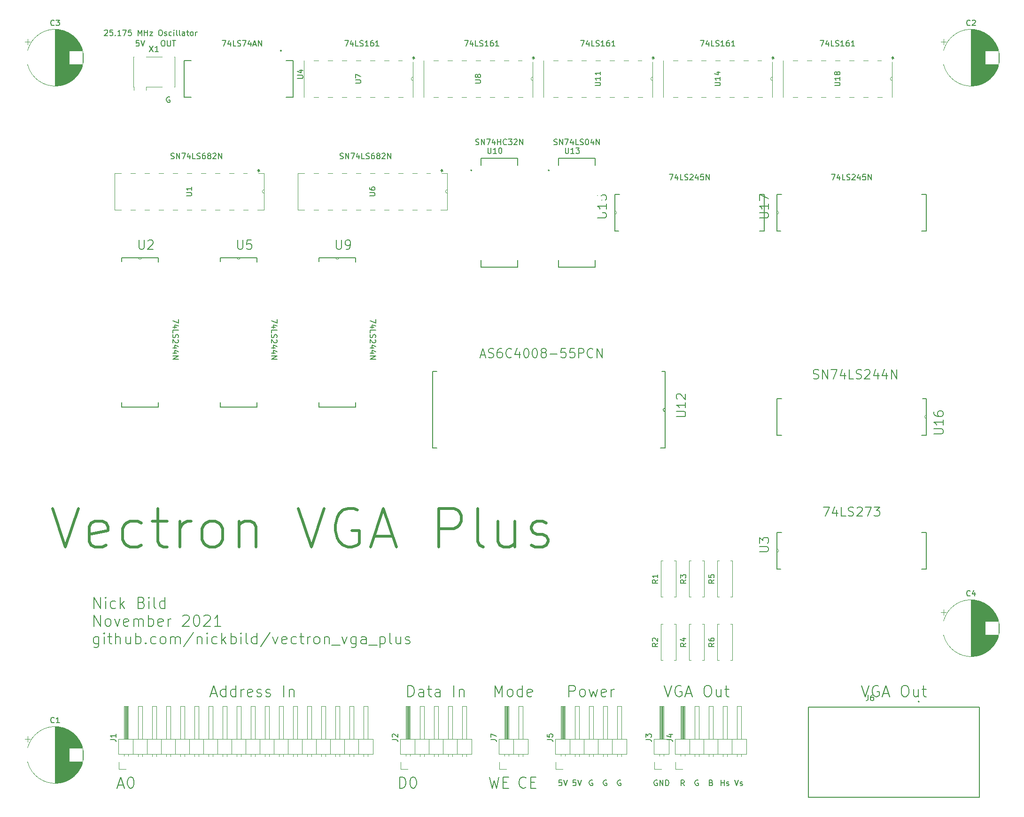
<source format=gto>
%TF.GenerationSoftware,KiCad,Pcbnew,5.1.12-84ad8e8a86~92~ubuntu18.04.1*%
%TF.CreationDate,2021-11-25T10:44:01-05:00*%
%TF.ProjectId,vectron_vga_plus_design,76656374-726f-46e5-9f76-67615f706c75,rev?*%
%TF.SameCoordinates,Original*%
%TF.FileFunction,Legend,Top*%
%TF.FilePolarity,Positive*%
%FSLAX46Y46*%
G04 Gerber Fmt 4.6, Leading zero omitted, Abs format (unit mm)*
G04 Created by KiCad (PCBNEW 5.1.12-84ad8e8a86~92~ubuntu18.04.1) date 2021-11-25 10:44:01*
%MOMM*%
%LPD*%
G01*
G04 APERTURE LIST*
%ADD10C,0.150000*%
%ADD11C,0.200000*%
%ADD12C,0.500000*%
%ADD13C,0.152400*%
%ADD14C,0.100000*%
%ADD15C,0.120000*%
%ADD16C,0.127000*%
%ADD17C,1.676400*%
%ADD18R,1.676400X1.676400*%
%ADD19R,1.800000X2.000000*%
%ADD20C,1.295400*%
%ADD21R,1.295400X1.295400*%
%ADD22C,1.170000*%
%ADD23R,1.170000X1.170000*%
%ADD24O,1.600000X1.600000*%
%ADD25C,1.600000*%
%ADD26O,1.700000X1.700000*%
%ADD27R,1.700000X1.700000*%
%ADD28C,4.066000*%
%ADD29C,1.785000*%
%ADD30R,1.785000X1.785000*%
%ADD31C,2.000000*%
%ADD32R,2.000000X2.000000*%
G04 APERTURE END LIST*
D10*
X445047619Y-531027142D02*
X445047619Y-531693809D01*
X444047619Y-531265238D01*
X444714285Y-532503333D02*
X444047619Y-532503333D01*
X445095238Y-532265238D02*
X444380952Y-532027142D01*
X444380952Y-532646190D01*
X444047619Y-533503333D02*
X444047619Y-533027142D01*
X445047619Y-533027142D01*
X444095238Y-533789047D02*
X444047619Y-533931904D01*
X444047619Y-534170000D01*
X444095238Y-534265238D01*
X444142857Y-534312857D01*
X444238095Y-534360476D01*
X444333333Y-534360476D01*
X444428571Y-534312857D01*
X444476190Y-534265238D01*
X444523809Y-534170000D01*
X444571428Y-533979523D01*
X444619047Y-533884285D01*
X444666666Y-533836666D01*
X444761904Y-533789047D01*
X444857142Y-533789047D01*
X444952380Y-533836666D01*
X445000000Y-533884285D01*
X445047619Y-533979523D01*
X445047619Y-534217619D01*
X445000000Y-534360476D01*
X444952380Y-534741428D02*
X445000000Y-534789047D01*
X445047619Y-534884285D01*
X445047619Y-535122380D01*
X445000000Y-535217619D01*
X444952380Y-535265238D01*
X444857142Y-535312857D01*
X444761904Y-535312857D01*
X444619047Y-535265238D01*
X444047619Y-534693809D01*
X444047619Y-535312857D01*
X444714285Y-536170000D02*
X444047619Y-536170000D01*
X445095238Y-535931904D02*
X444380952Y-535693809D01*
X444380952Y-536312857D01*
X444714285Y-537122380D02*
X444047619Y-537122380D01*
X445095238Y-536884285D02*
X444380952Y-536646190D01*
X444380952Y-537265238D01*
X444047619Y-537646190D02*
X445047619Y-537646190D01*
X444047619Y-538217619D01*
X445047619Y-538217619D01*
X462827619Y-531027142D02*
X462827619Y-531693809D01*
X461827619Y-531265238D01*
X462494285Y-532503333D02*
X461827619Y-532503333D01*
X462875238Y-532265238D02*
X462160952Y-532027142D01*
X462160952Y-532646190D01*
X461827619Y-533503333D02*
X461827619Y-533027142D01*
X462827619Y-533027142D01*
X461875238Y-533789047D02*
X461827619Y-533931904D01*
X461827619Y-534170000D01*
X461875238Y-534265238D01*
X461922857Y-534312857D01*
X462018095Y-534360476D01*
X462113333Y-534360476D01*
X462208571Y-534312857D01*
X462256190Y-534265238D01*
X462303809Y-534170000D01*
X462351428Y-533979523D01*
X462399047Y-533884285D01*
X462446666Y-533836666D01*
X462541904Y-533789047D01*
X462637142Y-533789047D01*
X462732380Y-533836666D01*
X462780000Y-533884285D01*
X462827619Y-533979523D01*
X462827619Y-534217619D01*
X462780000Y-534360476D01*
X462732380Y-534741428D02*
X462780000Y-534789047D01*
X462827619Y-534884285D01*
X462827619Y-535122380D01*
X462780000Y-535217619D01*
X462732380Y-535265238D01*
X462637142Y-535312857D01*
X462541904Y-535312857D01*
X462399047Y-535265238D01*
X461827619Y-534693809D01*
X461827619Y-535312857D01*
X462494285Y-536170000D02*
X461827619Y-536170000D01*
X462875238Y-535931904D02*
X462160952Y-535693809D01*
X462160952Y-536312857D01*
X462494285Y-537122380D02*
X461827619Y-537122380D01*
X462875238Y-536884285D02*
X462160952Y-536646190D01*
X462160952Y-537265238D01*
X461827619Y-537646190D02*
X462827619Y-537646190D01*
X461827619Y-538217619D01*
X462827619Y-538217619D01*
X427267619Y-531027142D02*
X427267619Y-531693809D01*
X426267619Y-531265238D01*
X426934285Y-532503333D02*
X426267619Y-532503333D01*
X427315238Y-532265238D02*
X426600952Y-532027142D01*
X426600952Y-532646190D01*
X426267619Y-533503333D02*
X426267619Y-533027142D01*
X427267619Y-533027142D01*
X426315238Y-533789047D02*
X426267619Y-533931904D01*
X426267619Y-534170000D01*
X426315238Y-534265238D01*
X426362857Y-534312857D01*
X426458095Y-534360476D01*
X426553333Y-534360476D01*
X426648571Y-534312857D01*
X426696190Y-534265238D01*
X426743809Y-534170000D01*
X426791428Y-533979523D01*
X426839047Y-533884285D01*
X426886666Y-533836666D01*
X426981904Y-533789047D01*
X427077142Y-533789047D01*
X427172380Y-533836666D01*
X427220000Y-533884285D01*
X427267619Y-533979523D01*
X427267619Y-534217619D01*
X427220000Y-534360476D01*
X427172380Y-534741428D02*
X427220000Y-534789047D01*
X427267619Y-534884285D01*
X427267619Y-535122380D01*
X427220000Y-535217619D01*
X427172380Y-535265238D01*
X427077142Y-535312857D01*
X426981904Y-535312857D01*
X426839047Y-535265238D01*
X426267619Y-534693809D01*
X426267619Y-535312857D01*
X426934285Y-536170000D02*
X426267619Y-536170000D01*
X427315238Y-535931904D02*
X426600952Y-535693809D01*
X426600952Y-536312857D01*
X426934285Y-537122380D02*
X426267619Y-537122380D01*
X427315238Y-536884285D02*
X426600952Y-536646190D01*
X426600952Y-537265238D01*
X426267619Y-537646190D02*
X427267619Y-537646190D01*
X426267619Y-538217619D01*
X427267619Y-538217619D01*
X544997142Y-504912380D02*
X545663809Y-504912380D01*
X545235238Y-505912380D01*
X546473333Y-505245714D02*
X546473333Y-505912380D01*
X546235238Y-504864761D02*
X545997142Y-505579047D01*
X546616190Y-505579047D01*
X547473333Y-505912380D02*
X546997142Y-505912380D01*
X546997142Y-504912380D01*
X547759047Y-505864761D02*
X547901904Y-505912380D01*
X548140000Y-505912380D01*
X548235238Y-505864761D01*
X548282857Y-505817142D01*
X548330476Y-505721904D01*
X548330476Y-505626666D01*
X548282857Y-505531428D01*
X548235238Y-505483809D01*
X548140000Y-505436190D01*
X547949523Y-505388571D01*
X547854285Y-505340952D01*
X547806666Y-505293333D01*
X547759047Y-505198095D01*
X547759047Y-505102857D01*
X547806666Y-505007619D01*
X547854285Y-504960000D01*
X547949523Y-504912380D01*
X548187619Y-504912380D01*
X548330476Y-504960000D01*
X548711428Y-505007619D02*
X548759047Y-504960000D01*
X548854285Y-504912380D01*
X549092380Y-504912380D01*
X549187619Y-504960000D01*
X549235238Y-505007619D01*
X549282857Y-505102857D01*
X549282857Y-505198095D01*
X549235238Y-505340952D01*
X548663809Y-505912380D01*
X549282857Y-505912380D01*
X550140000Y-505245714D02*
X550140000Y-505912380D01*
X549901904Y-504864761D02*
X549663809Y-505579047D01*
X550282857Y-505579047D01*
X551140000Y-504912380D02*
X550663809Y-504912380D01*
X550616190Y-505388571D01*
X550663809Y-505340952D01*
X550759047Y-505293333D01*
X550997142Y-505293333D01*
X551092380Y-505340952D01*
X551140000Y-505388571D01*
X551187619Y-505483809D01*
X551187619Y-505721904D01*
X551140000Y-505817142D01*
X551092380Y-505864761D01*
X550997142Y-505912380D01*
X550759047Y-505912380D01*
X550663809Y-505864761D01*
X550616190Y-505817142D01*
X551616190Y-505912380D02*
X551616190Y-504912380D01*
X552187619Y-505912380D01*
X552187619Y-504912380D01*
X515787142Y-504912380D02*
X516453809Y-504912380D01*
X516025238Y-505912380D01*
X517263333Y-505245714D02*
X517263333Y-505912380D01*
X517025238Y-504864761D02*
X516787142Y-505579047D01*
X517406190Y-505579047D01*
X518263333Y-505912380D02*
X517787142Y-505912380D01*
X517787142Y-504912380D01*
X518549047Y-505864761D02*
X518691904Y-505912380D01*
X518930000Y-505912380D01*
X519025238Y-505864761D01*
X519072857Y-505817142D01*
X519120476Y-505721904D01*
X519120476Y-505626666D01*
X519072857Y-505531428D01*
X519025238Y-505483809D01*
X518930000Y-505436190D01*
X518739523Y-505388571D01*
X518644285Y-505340952D01*
X518596666Y-505293333D01*
X518549047Y-505198095D01*
X518549047Y-505102857D01*
X518596666Y-505007619D01*
X518644285Y-504960000D01*
X518739523Y-504912380D01*
X518977619Y-504912380D01*
X519120476Y-504960000D01*
X519501428Y-505007619D02*
X519549047Y-504960000D01*
X519644285Y-504912380D01*
X519882380Y-504912380D01*
X519977619Y-504960000D01*
X520025238Y-505007619D01*
X520072857Y-505102857D01*
X520072857Y-505198095D01*
X520025238Y-505340952D01*
X519453809Y-505912380D01*
X520072857Y-505912380D01*
X520930000Y-505245714D02*
X520930000Y-505912380D01*
X520691904Y-504864761D02*
X520453809Y-505579047D01*
X521072857Y-505579047D01*
X521930000Y-504912380D02*
X521453809Y-504912380D01*
X521406190Y-505388571D01*
X521453809Y-505340952D01*
X521549047Y-505293333D01*
X521787142Y-505293333D01*
X521882380Y-505340952D01*
X521930000Y-505388571D01*
X521977619Y-505483809D01*
X521977619Y-505721904D01*
X521930000Y-505817142D01*
X521882380Y-505864761D01*
X521787142Y-505912380D01*
X521549047Y-505912380D01*
X521453809Y-505864761D01*
X521406190Y-505817142D01*
X522406190Y-505912380D02*
X522406190Y-504912380D01*
X522977619Y-505912380D01*
X522977619Y-504912380D01*
X435189761Y-480782380D02*
X435856428Y-480782380D01*
X435427857Y-481782380D01*
X436665952Y-481115714D02*
X436665952Y-481782380D01*
X436427857Y-480734761D02*
X436189761Y-481449047D01*
X436808809Y-481449047D01*
X437665952Y-481782380D02*
X437189761Y-481782380D01*
X437189761Y-480782380D01*
X437951666Y-481734761D02*
X438094523Y-481782380D01*
X438332619Y-481782380D01*
X438427857Y-481734761D01*
X438475476Y-481687142D01*
X438523095Y-481591904D01*
X438523095Y-481496666D01*
X438475476Y-481401428D01*
X438427857Y-481353809D01*
X438332619Y-481306190D01*
X438142142Y-481258571D01*
X438046904Y-481210952D01*
X437999285Y-481163333D01*
X437951666Y-481068095D01*
X437951666Y-480972857D01*
X437999285Y-480877619D01*
X438046904Y-480830000D01*
X438142142Y-480782380D01*
X438380238Y-480782380D01*
X438523095Y-480830000D01*
X438856428Y-480782380D02*
X439523095Y-480782380D01*
X439094523Y-481782380D01*
X440332619Y-481115714D02*
X440332619Y-481782380D01*
X440094523Y-480734761D02*
X439856428Y-481449047D01*
X440475476Y-481449047D01*
X440808809Y-481496666D02*
X441285000Y-481496666D01*
X440713571Y-481782380D02*
X441046904Y-480782380D01*
X441380238Y-481782380D01*
X441713571Y-481782380D02*
X441713571Y-480782380D01*
X442285000Y-481782380D01*
X442285000Y-480782380D01*
X550450476Y-597074761D02*
X551117142Y-599074761D01*
X551783809Y-597074761D01*
X553498095Y-597170000D02*
X553307619Y-597074761D01*
X553021904Y-597074761D01*
X552736190Y-597170000D01*
X552545714Y-597360476D01*
X552450476Y-597550952D01*
X552355238Y-597931904D01*
X552355238Y-598217619D01*
X552450476Y-598598571D01*
X552545714Y-598789047D01*
X552736190Y-598979523D01*
X553021904Y-599074761D01*
X553212380Y-599074761D01*
X553498095Y-598979523D01*
X553593333Y-598884285D01*
X553593333Y-598217619D01*
X553212380Y-598217619D01*
X554355238Y-598503333D02*
X555307619Y-598503333D01*
X554164761Y-599074761D02*
X554831428Y-597074761D01*
X555498095Y-599074761D01*
X558069523Y-597074761D02*
X558450476Y-597074761D01*
X558640952Y-597170000D01*
X558831428Y-597360476D01*
X558926666Y-597741428D01*
X558926666Y-598408095D01*
X558831428Y-598789047D01*
X558640952Y-598979523D01*
X558450476Y-599074761D01*
X558069523Y-599074761D01*
X557879047Y-598979523D01*
X557688571Y-598789047D01*
X557593333Y-598408095D01*
X557593333Y-597741428D01*
X557688571Y-597360476D01*
X557879047Y-597170000D01*
X558069523Y-597074761D01*
X560640952Y-597741428D02*
X560640952Y-599074761D01*
X559783809Y-597741428D02*
X559783809Y-598789047D01*
X559879047Y-598979523D01*
X560069523Y-599074761D01*
X560355238Y-599074761D01*
X560545714Y-598979523D01*
X560640952Y-598884285D01*
X561307619Y-597741428D02*
X562069523Y-597741428D01*
X561593333Y-597074761D02*
X561593333Y-598789047D01*
X561688571Y-598979523D01*
X561879047Y-599074761D01*
X562069523Y-599074761D01*
X514890476Y-597074761D02*
X515557142Y-599074761D01*
X516223809Y-597074761D01*
X517938095Y-597170000D02*
X517747619Y-597074761D01*
X517461904Y-597074761D01*
X517176190Y-597170000D01*
X516985714Y-597360476D01*
X516890476Y-597550952D01*
X516795238Y-597931904D01*
X516795238Y-598217619D01*
X516890476Y-598598571D01*
X516985714Y-598789047D01*
X517176190Y-598979523D01*
X517461904Y-599074761D01*
X517652380Y-599074761D01*
X517938095Y-598979523D01*
X518033333Y-598884285D01*
X518033333Y-598217619D01*
X517652380Y-598217619D01*
X518795238Y-598503333D02*
X519747619Y-598503333D01*
X518604761Y-599074761D02*
X519271428Y-597074761D01*
X519938095Y-599074761D01*
X522509523Y-597074761D02*
X522890476Y-597074761D01*
X523080952Y-597170000D01*
X523271428Y-597360476D01*
X523366666Y-597741428D01*
X523366666Y-598408095D01*
X523271428Y-598789047D01*
X523080952Y-598979523D01*
X522890476Y-599074761D01*
X522509523Y-599074761D01*
X522319047Y-598979523D01*
X522128571Y-598789047D01*
X522033333Y-598408095D01*
X522033333Y-597741428D01*
X522128571Y-597360476D01*
X522319047Y-597170000D01*
X522509523Y-597074761D01*
X525080952Y-597741428D02*
X525080952Y-599074761D01*
X524223809Y-597741428D02*
X524223809Y-598789047D01*
X524319047Y-598979523D01*
X524509523Y-599074761D01*
X524795238Y-599074761D01*
X524985714Y-598979523D01*
X525080952Y-598884285D01*
X525747619Y-597741428D02*
X526509523Y-597741428D01*
X526033333Y-597074761D02*
X526033333Y-598789047D01*
X526128571Y-598979523D01*
X526319047Y-599074761D01*
X526509523Y-599074761D01*
X497697619Y-599074761D02*
X497697619Y-597074761D01*
X498459523Y-597074761D01*
X498650000Y-597170000D01*
X498745238Y-597265238D01*
X498840476Y-597455714D01*
X498840476Y-597741428D01*
X498745238Y-597931904D01*
X498650000Y-598027142D01*
X498459523Y-598122380D01*
X497697619Y-598122380D01*
X499983333Y-599074761D02*
X499792857Y-598979523D01*
X499697619Y-598884285D01*
X499602380Y-598693809D01*
X499602380Y-598122380D01*
X499697619Y-597931904D01*
X499792857Y-597836666D01*
X499983333Y-597741428D01*
X500269047Y-597741428D01*
X500459523Y-597836666D01*
X500554761Y-597931904D01*
X500650000Y-598122380D01*
X500650000Y-598693809D01*
X500554761Y-598884285D01*
X500459523Y-598979523D01*
X500269047Y-599074761D01*
X499983333Y-599074761D01*
X501316666Y-597741428D02*
X501697619Y-599074761D01*
X502078571Y-598122380D01*
X502459523Y-599074761D01*
X502840476Y-597741428D01*
X504364285Y-598979523D02*
X504173809Y-599074761D01*
X503792857Y-599074761D01*
X503602380Y-598979523D01*
X503507142Y-598789047D01*
X503507142Y-598027142D01*
X503602380Y-597836666D01*
X503792857Y-597741428D01*
X504173809Y-597741428D01*
X504364285Y-597836666D01*
X504459523Y-598027142D01*
X504459523Y-598217619D01*
X503507142Y-598408095D01*
X505316666Y-599074761D02*
X505316666Y-597741428D01*
X505316666Y-598122380D02*
X505411904Y-597931904D01*
X505507142Y-597836666D01*
X505697619Y-597741428D01*
X505888095Y-597741428D01*
X484346666Y-599074761D02*
X484346666Y-597074761D01*
X485013333Y-598503333D01*
X485680000Y-597074761D01*
X485680000Y-599074761D01*
X486918095Y-599074761D02*
X486727619Y-598979523D01*
X486632380Y-598884285D01*
X486537142Y-598693809D01*
X486537142Y-598122380D01*
X486632380Y-597931904D01*
X486727619Y-597836666D01*
X486918095Y-597741428D01*
X487203809Y-597741428D01*
X487394285Y-597836666D01*
X487489523Y-597931904D01*
X487584761Y-598122380D01*
X487584761Y-598693809D01*
X487489523Y-598884285D01*
X487394285Y-598979523D01*
X487203809Y-599074761D01*
X486918095Y-599074761D01*
X489299047Y-599074761D02*
X489299047Y-597074761D01*
X489299047Y-598979523D02*
X489108571Y-599074761D01*
X488727619Y-599074761D01*
X488537142Y-598979523D01*
X488441904Y-598884285D01*
X488346666Y-598693809D01*
X488346666Y-598122380D01*
X488441904Y-597931904D01*
X488537142Y-597836666D01*
X488727619Y-597741428D01*
X489108571Y-597741428D01*
X489299047Y-597836666D01*
X491013333Y-598979523D02*
X490822857Y-599074761D01*
X490441904Y-599074761D01*
X490251428Y-598979523D01*
X490156190Y-598789047D01*
X490156190Y-598027142D01*
X490251428Y-597836666D01*
X490441904Y-597741428D01*
X490822857Y-597741428D01*
X491013333Y-597836666D01*
X491108571Y-598027142D01*
X491108571Y-598217619D01*
X490156190Y-598408095D01*
X468662380Y-599074761D02*
X468662380Y-597074761D01*
X469138571Y-597074761D01*
X469424285Y-597170000D01*
X469614761Y-597360476D01*
X469710000Y-597550952D01*
X469805238Y-597931904D01*
X469805238Y-598217619D01*
X469710000Y-598598571D01*
X469614761Y-598789047D01*
X469424285Y-598979523D01*
X469138571Y-599074761D01*
X468662380Y-599074761D01*
X471519523Y-599074761D02*
X471519523Y-598027142D01*
X471424285Y-597836666D01*
X471233809Y-597741428D01*
X470852857Y-597741428D01*
X470662380Y-597836666D01*
X471519523Y-598979523D02*
X471329047Y-599074761D01*
X470852857Y-599074761D01*
X470662380Y-598979523D01*
X470567142Y-598789047D01*
X470567142Y-598598571D01*
X470662380Y-598408095D01*
X470852857Y-598312857D01*
X471329047Y-598312857D01*
X471519523Y-598217619D01*
X472186190Y-597741428D02*
X472948095Y-597741428D01*
X472471904Y-597074761D02*
X472471904Y-598789047D01*
X472567142Y-598979523D01*
X472757619Y-599074761D01*
X472948095Y-599074761D01*
X474471904Y-599074761D02*
X474471904Y-598027142D01*
X474376666Y-597836666D01*
X474186190Y-597741428D01*
X473805238Y-597741428D01*
X473614761Y-597836666D01*
X474471904Y-598979523D02*
X474281428Y-599074761D01*
X473805238Y-599074761D01*
X473614761Y-598979523D01*
X473519523Y-598789047D01*
X473519523Y-598598571D01*
X473614761Y-598408095D01*
X473805238Y-598312857D01*
X474281428Y-598312857D01*
X474471904Y-598217619D01*
X476948095Y-599074761D02*
X476948095Y-597074761D01*
X477900476Y-597741428D02*
X477900476Y-599074761D01*
X477900476Y-597931904D02*
X477995714Y-597836666D01*
X478186190Y-597741428D01*
X478471904Y-597741428D01*
X478662380Y-597836666D01*
X478757619Y-598027142D01*
X478757619Y-599074761D01*
X433166190Y-598503333D02*
X434118571Y-598503333D01*
X432975714Y-599074761D02*
X433642380Y-597074761D01*
X434309047Y-599074761D01*
X435832857Y-599074761D02*
X435832857Y-597074761D01*
X435832857Y-598979523D02*
X435642380Y-599074761D01*
X435261428Y-599074761D01*
X435070952Y-598979523D01*
X434975714Y-598884285D01*
X434880476Y-598693809D01*
X434880476Y-598122380D01*
X434975714Y-597931904D01*
X435070952Y-597836666D01*
X435261428Y-597741428D01*
X435642380Y-597741428D01*
X435832857Y-597836666D01*
X437642380Y-599074761D02*
X437642380Y-597074761D01*
X437642380Y-598979523D02*
X437451904Y-599074761D01*
X437070952Y-599074761D01*
X436880476Y-598979523D01*
X436785238Y-598884285D01*
X436690000Y-598693809D01*
X436690000Y-598122380D01*
X436785238Y-597931904D01*
X436880476Y-597836666D01*
X437070952Y-597741428D01*
X437451904Y-597741428D01*
X437642380Y-597836666D01*
X438594761Y-599074761D02*
X438594761Y-597741428D01*
X438594761Y-598122380D02*
X438690000Y-597931904D01*
X438785238Y-597836666D01*
X438975714Y-597741428D01*
X439166190Y-597741428D01*
X440594761Y-598979523D02*
X440404285Y-599074761D01*
X440023333Y-599074761D01*
X439832857Y-598979523D01*
X439737619Y-598789047D01*
X439737619Y-598027142D01*
X439832857Y-597836666D01*
X440023333Y-597741428D01*
X440404285Y-597741428D01*
X440594761Y-597836666D01*
X440690000Y-598027142D01*
X440690000Y-598217619D01*
X439737619Y-598408095D01*
X441451904Y-598979523D02*
X441642380Y-599074761D01*
X442023333Y-599074761D01*
X442213809Y-598979523D01*
X442309047Y-598789047D01*
X442309047Y-598693809D01*
X442213809Y-598503333D01*
X442023333Y-598408095D01*
X441737619Y-598408095D01*
X441547142Y-598312857D01*
X441451904Y-598122380D01*
X441451904Y-598027142D01*
X441547142Y-597836666D01*
X441737619Y-597741428D01*
X442023333Y-597741428D01*
X442213809Y-597836666D01*
X443070952Y-598979523D02*
X443261428Y-599074761D01*
X443642380Y-599074761D01*
X443832857Y-598979523D01*
X443928095Y-598789047D01*
X443928095Y-598693809D01*
X443832857Y-598503333D01*
X443642380Y-598408095D01*
X443356666Y-598408095D01*
X443166190Y-598312857D01*
X443070952Y-598122380D01*
X443070952Y-598027142D01*
X443166190Y-597836666D01*
X443356666Y-597741428D01*
X443642380Y-597741428D01*
X443832857Y-597836666D01*
X446309047Y-599074761D02*
X446309047Y-597074761D01*
X447261428Y-597741428D02*
X447261428Y-599074761D01*
X447261428Y-597931904D02*
X447356666Y-597836666D01*
X447547142Y-597741428D01*
X447832857Y-597741428D01*
X448023333Y-597836666D01*
X448118571Y-598027142D01*
X448118571Y-599074761D01*
X425711904Y-490990000D02*
X425616666Y-490942380D01*
X425473809Y-490942380D01*
X425330952Y-490990000D01*
X425235714Y-491085238D01*
X425188095Y-491180476D01*
X425140476Y-491370952D01*
X425140476Y-491513809D01*
X425188095Y-491704285D01*
X425235714Y-491799523D01*
X425330952Y-491894761D01*
X425473809Y-491942380D01*
X425569047Y-491942380D01*
X425711904Y-491894761D01*
X425759523Y-491847142D01*
X425759523Y-491513809D01*
X425569047Y-491513809D01*
X424450000Y-480782380D02*
X424640476Y-480782380D01*
X424735714Y-480830000D01*
X424830952Y-480925238D01*
X424878571Y-481115714D01*
X424878571Y-481449047D01*
X424830952Y-481639523D01*
X424735714Y-481734761D01*
X424640476Y-481782380D01*
X424450000Y-481782380D01*
X424354761Y-481734761D01*
X424259523Y-481639523D01*
X424211904Y-481449047D01*
X424211904Y-481115714D01*
X424259523Y-480925238D01*
X424354761Y-480830000D01*
X424450000Y-480782380D01*
X425307142Y-480782380D02*
X425307142Y-481591904D01*
X425354761Y-481687142D01*
X425402380Y-481734761D01*
X425497619Y-481782380D01*
X425688095Y-481782380D01*
X425783333Y-481734761D01*
X425830952Y-481687142D01*
X425878571Y-481591904D01*
X425878571Y-480782380D01*
X426211904Y-480782380D02*
X426783333Y-480782380D01*
X426497619Y-481782380D02*
X426497619Y-480782380D01*
X420179523Y-480782380D02*
X419703333Y-480782380D01*
X419655714Y-481258571D01*
X419703333Y-481210952D01*
X419798571Y-481163333D01*
X420036666Y-481163333D01*
X420131904Y-481210952D01*
X420179523Y-481258571D01*
X420227142Y-481353809D01*
X420227142Y-481591904D01*
X420179523Y-481687142D01*
X420131904Y-481734761D01*
X420036666Y-481782380D01*
X419798571Y-481782380D01*
X419703333Y-481734761D01*
X419655714Y-481687142D01*
X420512857Y-480782380D02*
X420846190Y-481782380D01*
X421179523Y-480782380D01*
X527581904Y-614132380D02*
X527915238Y-615132380D01*
X528248571Y-614132380D01*
X528534285Y-615084761D02*
X528629523Y-615132380D01*
X528820000Y-615132380D01*
X528915238Y-615084761D01*
X528962857Y-614989523D01*
X528962857Y-614941904D01*
X528915238Y-614846666D01*
X528820000Y-614799047D01*
X528677142Y-614799047D01*
X528581904Y-614751428D01*
X528534285Y-614656190D01*
X528534285Y-614608571D01*
X528581904Y-614513333D01*
X528677142Y-614465714D01*
X528820000Y-614465714D01*
X528915238Y-614513333D01*
X525089523Y-615132380D02*
X525089523Y-614132380D01*
X525089523Y-614608571D02*
X525660952Y-614608571D01*
X525660952Y-615132380D02*
X525660952Y-614132380D01*
X526089523Y-615084761D02*
X526184761Y-615132380D01*
X526375238Y-615132380D01*
X526470476Y-615084761D01*
X526518095Y-614989523D01*
X526518095Y-614941904D01*
X526470476Y-614846666D01*
X526375238Y-614799047D01*
X526232380Y-614799047D01*
X526137142Y-614751428D01*
X526089523Y-614656190D01*
X526089523Y-614608571D01*
X526137142Y-614513333D01*
X526232380Y-614465714D01*
X526375238Y-614465714D01*
X526470476Y-614513333D01*
X523311428Y-614608571D02*
X523454285Y-614656190D01*
X523501904Y-614703809D01*
X523549523Y-614799047D01*
X523549523Y-614941904D01*
X523501904Y-615037142D01*
X523454285Y-615084761D01*
X523359047Y-615132380D01*
X522978095Y-615132380D01*
X522978095Y-614132380D01*
X523311428Y-614132380D01*
X523406666Y-614180000D01*
X523454285Y-614227619D01*
X523501904Y-614322857D01*
X523501904Y-614418095D01*
X523454285Y-614513333D01*
X523406666Y-614560952D01*
X523311428Y-614608571D01*
X522978095Y-614608571D01*
X520961904Y-614180000D02*
X520866666Y-614132380D01*
X520723809Y-614132380D01*
X520580952Y-614180000D01*
X520485714Y-614275238D01*
X520438095Y-614370476D01*
X520390476Y-614560952D01*
X520390476Y-614703809D01*
X520438095Y-614894285D01*
X520485714Y-614989523D01*
X520580952Y-615084761D01*
X520723809Y-615132380D01*
X520819047Y-615132380D01*
X520961904Y-615084761D01*
X521009523Y-615037142D01*
X521009523Y-614703809D01*
X520819047Y-614703809D01*
X518469523Y-615132380D02*
X518136190Y-614656190D01*
X517898095Y-615132380D02*
X517898095Y-614132380D01*
X518279047Y-614132380D01*
X518374285Y-614180000D01*
X518421904Y-614227619D01*
X518469523Y-614322857D01*
X518469523Y-614465714D01*
X518421904Y-614560952D01*
X518374285Y-614608571D01*
X518279047Y-614656190D01*
X517898095Y-614656190D01*
X513588095Y-614180000D02*
X513492857Y-614132380D01*
X513350000Y-614132380D01*
X513207142Y-614180000D01*
X513111904Y-614275238D01*
X513064285Y-614370476D01*
X513016666Y-614560952D01*
X513016666Y-614703809D01*
X513064285Y-614894285D01*
X513111904Y-614989523D01*
X513207142Y-615084761D01*
X513350000Y-615132380D01*
X513445238Y-615132380D01*
X513588095Y-615084761D01*
X513635714Y-615037142D01*
X513635714Y-614703809D01*
X513445238Y-614703809D01*
X514064285Y-615132380D02*
X514064285Y-614132380D01*
X514635714Y-615132380D01*
X514635714Y-614132380D01*
X515111904Y-615132380D02*
X515111904Y-614132380D01*
X515350000Y-614132380D01*
X515492857Y-614180000D01*
X515588095Y-614275238D01*
X515635714Y-614370476D01*
X515683333Y-614560952D01*
X515683333Y-614703809D01*
X515635714Y-614894285D01*
X515588095Y-614989523D01*
X515492857Y-615084761D01*
X515350000Y-615132380D01*
X515111904Y-615132380D01*
X506991904Y-614180000D02*
X506896666Y-614132380D01*
X506753809Y-614132380D01*
X506610952Y-614180000D01*
X506515714Y-614275238D01*
X506468095Y-614370476D01*
X506420476Y-614560952D01*
X506420476Y-614703809D01*
X506468095Y-614894285D01*
X506515714Y-614989523D01*
X506610952Y-615084761D01*
X506753809Y-615132380D01*
X506849047Y-615132380D01*
X506991904Y-615084761D01*
X507039523Y-615037142D01*
X507039523Y-614703809D01*
X506849047Y-614703809D01*
X504451904Y-614180000D02*
X504356666Y-614132380D01*
X504213809Y-614132380D01*
X504070952Y-614180000D01*
X503975714Y-614275238D01*
X503928095Y-614370476D01*
X503880476Y-614560952D01*
X503880476Y-614703809D01*
X503928095Y-614894285D01*
X503975714Y-614989523D01*
X504070952Y-615084761D01*
X504213809Y-615132380D01*
X504309047Y-615132380D01*
X504451904Y-615084761D01*
X504499523Y-615037142D01*
X504499523Y-614703809D01*
X504309047Y-614703809D01*
X501911904Y-614180000D02*
X501816666Y-614132380D01*
X501673809Y-614132380D01*
X501530952Y-614180000D01*
X501435714Y-614275238D01*
X501388095Y-614370476D01*
X501340476Y-614560952D01*
X501340476Y-614703809D01*
X501388095Y-614894285D01*
X501435714Y-614989523D01*
X501530952Y-615084761D01*
X501673809Y-615132380D01*
X501769047Y-615132380D01*
X501911904Y-615084761D01*
X501959523Y-615037142D01*
X501959523Y-614703809D01*
X501769047Y-614703809D01*
X498919523Y-614132380D02*
X498443333Y-614132380D01*
X498395714Y-614608571D01*
X498443333Y-614560952D01*
X498538571Y-614513333D01*
X498776666Y-614513333D01*
X498871904Y-614560952D01*
X498919523Y-614608571D01*
X498967142Y-614703809D01*
X498967142Y-614941904D01*
X498919523Y-615037142D01*
X498871904Y-615084761D01*
X498776666Y-615132380D01*
X498538571Y-615132380D01*
X498443333Y-615084761D01*
X498395714Y-615037142D01*
X499252857Y-614132380D02*
X499586190Y-615132380D01*
X499919523Y-614132380D01*
X496379523Y-614132380D02*
X495903333Y-614132380D01*
X495855714Y-614608571D01*
X495903333Y-614560952D01*
X495998571Y-614513333D01*
X496236666Y-614513333D01*
X496331904Y-614560952D01*
X496379523Y-614608571D01*
X496427142Y-614703809D01*
X496427142Y-614941904D01*
X496379523Y-615037142D01*
X496331904Y-615084761D01*
X496236666Y-615132380D01*
X495998571Y-615132380D01*
X495903333Y-615084761D01*
X495855714Y-615037142D01*
X496712857Y-614132380D02*
X497046190Y-615132380D01*
X497379523Y-614132380D01*
X489934285Y-615394285D02*
X489839047Y-615489523D01*
X489553333Y-615584761D01*
X489362857Y-615584761D01*
X489077142Y-615489523D01*
X488886666Y-615299047D01*
X488791428Y-615108571D01*
X488696190Y-614727619D01*
X488696190Y-614441904D01*
X488791428Y-614060952D01*
X488886666Y-613870476D01*
X489077142Y-613680000D01*
X489362857Y-613584761D01*
X489553333Y-613584761D01*
X489839047Y-613680000D01*
X489934285Y-613775238D01*
X490791428Y-614537142D02*
X491458095Y-614537142D01*
X491743809Y-615584761D02*
X490791428Y-615584761D01*
X490791428Y-613584761D01*
X491743809Y-613584761D01*
X483378095Y-613584761D02*
X483854285Y-615584761D01*
X484235238Y-614156190D01*
X484616190Y-615584761D01*
X485092380Y-613584761D01*
X485854285Y-614537142D02*
X486520952Y-614537142D01*
X486806666Y-615584761D02*
X485854285Y-615584761D01*
X485854285Y-613584761D01*
X486806666Y-613584761D01*
X467153809Y-615584761D02*
X467153809Y-613584761D01*
X467630000Y-613584761D01*
X467915714Y-613680000D01*
X468106190Y-613870476D01*
X468201428Y-614060952D01*
X468296666Y-614441904D01*
X468296666Y-614727619D01*
X468201428Y-615108571D01*
X468106190Y-615299047D01*
X467915714Y-615489523D01*
X467630000Y-615584761D01*
X467153809Y-615584761D01*
X469534761Y-613584761D02*
X469725238Y-613584761D01*
X469915714Y-613680000D01*
X470010952Y-613775238D01*
X470106190Y-613965714D01*
X470201428Y-614346666D01*
X470201428Y-614822857D01*
X470106190Y-615203809D01*
X470010952Y-615394285D01*
X469915714Y-615489523D01*
X469725238Y-615584761D01*
X469534761Y-615584761D01*
X469344285Y-615489523D01*
X469249047Y-615394285D01*
X469153809Y-615203809D01*
X469058571Y-614822857D01*
X469058571Y-614346666D01*
X469153809Y-613965714D01*
X469249047Y-613775238D01*
X469344285Y-613680000D01*
X469534761Y-613584761D01*
X416401428Y-615013333D02*
X417353809Y-615013333D01*
X416210952Y-615584761D02*
X416877619Y-613584761D01*
X417544285Y-615584761D01*
X418591904Y-613584761D02*
X418782380Y-613584761D01*
X418972857Y-613680000D01*
X419068095Y-613775238D01*
X419163333Y-613965714D01*
X419258571Y-614346666D01*
X419258571Y-614822857D01*
X419163333Y-615203809D01*
X419068095Y-615394285D01*
X418972857Y-615489523D01*
X418782380Y-615584761D01*
X418591904Y-615584761D01*
X418401428Y-615489523D01*
X418306190Y-615394285D01*
X418210952Y-615203809D01*
X418115714Y-614822857D01*
X418115714Y-614346666D01*
X418210952Y-613965714D01*
X418306190Y-613775238D01*
X418401428Y-613680000D01*
X418591904Y-613584761D01*
D11*
X412086190Y-583174761D02*
X412086190Y-581174761D01*
X413229047Y-583174761D01*
X413229047Y-581174761D01*
X414181428Y-583174761D02*
X414181428Y-581841428D01*
X414181428Y-581174761D02*
X414086190Y-581270000D01*
X414181428Y-581365238D01*
X414276666Y-581270000D01*
X414181428Y-581174761D01*
X414181428Y-581365238D01*
X415990952Y-583079523D02*
X415800476Y-583174761D01*
X415419523Y-583174761D01*
X415229047Y-583079523D01*
X415133809Y-582984285D01*
X415038571Y-582793809D01*
X415038571Y-582222380D01*
X415133809Y-582031904D01*
X415229047Y-581936666D01*
X415419523Y-581841428D01*
X415800476Y-581841428D01*
X415990952Y-581936666D01*
X416848095Y-583174761D02*
X416848095Y-581174761D01*
X417038571Y-582412857D02*
X417610000Y-583174761D01*
X417610000Y-581841428D02*
X416848095Y-582603333D01*
X420657619Y-582127142D02*
X420943333Y-582222380D01*
X421038571Y-582317619D01*
X421133809Y-582508095D01*
X421133809Y-582793809D01*
X421038571Y-582984285D01*
X420943333Y-583079523D01*
X420752857Y-583174761D01*
X419990952Y-583174761D01*
X419990952Y-581174761D01*
X420657619Y-581174761D01*
X420848095Y-581270000D01*
X420943333Y-581365238D01*
X421038571Y-581555714D01*
X421038571Y-581746190D01*
X420943333Y-581936666D01*
X420848095Y-582031904D01*
X420657619Y-582127142D01*
X419990952Y-582127142D01*
X421990952Y-583174761D02*
X421990952Y-581841428D01*
X421990952Y-581174761D02*
X421895714Y-581270000D01*
X421990952Y-581365238D01*
X422086190Y-581270000D01*
X421990952Y-581174761D01*
X421990952Y-581365238D01*
X423229047Y-583174761D02*
X423038571Y-583079523D01*
X422943333Y-582889047D01*
X422943333Y-581174761D01*
X424848095Y-583174761D02*
X424848095Y-581174761D01*
X424848095Y-583079523D02*
X424657619Y-583174761D01*
X424276666Y-583174761D01*
X424086190Y-583079523D01*
X423990952Y-582984285D01*
X423895714Y-582793809D01*
X423895714Y-582222380D01*
X423990952Y-582031904D01*
X424086190Y-581936666D01*
X424276666Y-581841428D01*
X424657619Y-581841428D01*
X424848095Y-581936666D01*
X412086190Y-586374761D02*
X412086190Y-584374761D01*
X413229047Y-586374761D01*
X413229047Y-584374761D01*
X414467142Y-586374761D02*
X414276666Y-586279523D01*
X414181428Y-586184285D01*
X414086190Y-585993809D01*
X414086190Y-585422380D01*
X414181428Y-585231904D01*
X414276666Y-585136666D01*
X414467142Y-585041428D01*
X414752857Y-585041428D01*
X414943333Y-585136666D01*
X415038571Y-585231904D01*
X415133809Y-585422380D01*
X415133809Y-585993809D01*
X415038571Y-586184285D01*
X414943333Y-586279523D01*
X414752857Y-586374761D01*
X414467142Y-586374761D01*
X415800476Y-585041428D02*
X416276666Y-586374761D01*
X416752857Y-585041428D01*
X418276666Y-586279523D02*
X418086190Y-586374761D01*
X417705238Y-586374761D01*
X417514761Y-586279523D01*
X417419523Y-586089047D01*
X417419523Y-585327142D01*
X417514761Y-585136666D01*
X417705238Y-585041428D01*
X418086190Y-585041428D01*
X418276666Y-585136666D01*
X418371904Y-585327142D01*
X418371904Y-585517619D01*
X417419523Y-585708095D01*
X419229047Y-586374761D02*
X419229047Y-585041428D01*
X419229047Y-585231904D02*
X419324285Y-585136666D01*
X419514761Y-585041428D01*
X419800476Y-585041428D01*
X419990952Y-585136666D01*
X420086190Y-585327142D01*
X420086190Y-586374761D01*
X420086190Y-585327142D02*
X420181428Y-585136666D01*
X420371904Y-585041428D01*
X420657619Y-585041428D01*
X420848095Y-585136666D01*
X420943333Y-585327142D01*
X420943333Y-586374761D01*
X421895714Y-586374761D02*
X421895714Y-584374761D01*
X421895714Y-585136666D02*
X422086190Y-585041428D01*
X422467142Y-585041428D01*
X422657619Y-585136666D01*
X422752857Y-585231904D01*
X422848095Y-585422380D01*
X422848095Y-585993809D01*
X422752857Y-586184285D01*
X422657619Y-586279523D01*
X422467142Y-586374761D01*
X422086190Y-586374761D01*
X421895714Y-586279523D01*
X424467142Y-586279523D02*
X424276666Y-586374761D01*
X423895714Y-586374761D01*
X423705238Y-586279523D01*
X423610000Y-586089047D01*
X423610000Y-585327142D01*
X423705238Y-585136666D01*
X423895714Y-585041428D01*
X424276666Y-585041428D01*
X424467142Y-585136666D01*
X424562380Y-585327142D01*
X424562380Y-585517619D01*
X423610000Y-585708095D01*
X425419523Y-586374761D02*
X425419523Y-585041428D01*
X425419523Y-585422380D02*
X425514761Y-585231904D01*
X425610000Y-585136666D01*
X425800476Y-585041428D01*
X425990952Y-585041428D01*
X428086190Y-584565238D02*
X428181428Y-584470000D01*
X428371904Y-584374761D01*
X428848095Y-584374761D01*
X429038571Y-584470000D01*
X429133809Y-584565238D01*
X429229047Y-584755714D01*
X429229047Y-584946190D01*
X429133809Y-585231904D01*
X427990952Y-586374761D01*
X429229047Y-586374761D01*
X430467142Y-584374761D02*
X430657619Y-584374761D01*
X430848095Y-584470000D01*
X430943333Y-584565238D01*
X431038571Y-584755714D01*
X431133809Y-585136666D01*
X431133809Y-585612857D01*
X431038571Y-585993809D01*
X430943333Y-586184285D01*
X430848095Y-586279523D01*
X430657619Y-586374761D01*
X430467142Y-586374761D01*
X430276666Y-586279523D01*
X430181428Y-586184285D01*
X430086190Y-585993809D01*
X429990952Y-585612857D01*
X429990952Y-585136666D01*
X430086190Y-584755714D01*
X430181428Y-584565238D01*
X430276666Y-584470000D01*
X430467142Y-584374761D01*
X431895714Y-584565238D02*
X431990952Y-584470000D01*
X432181428Y-584374761D01*
X432657619Y-584374761D01*
X432848095Y-584470000D01*
X432943333Y-584565238D01*
X433038571Y-584755714D01*
X433038571Y-584946190D01*
X432943333Y-585231904D01*
X431800476Y-586374761D01*
X433038571Y-586374761D01*
X434943333Y-586374761D02*
X433800476Y-586374761D01*
X434371904Y-586374761D02*
X434371904Y-584374761D01*
X434181428Y-584660476D01*
X433990952Y-584850952D01*
X433800476Y-584946190D01*
X412943333Y-588241428D02*
X412943333Y-589860476D01*
X412848095Y-590050952D01*
X412752857Y-590146190D01*
X412562380Y-590241428D01*
X412276666Y-590241428D01*
X412086190Y-590146190D01*
X412943333Y-589479523D02*
X412752857Y-589574761D01*
X412371904Y-589574761D01*
X412181428Y-589479523D01*
X412086190Y-589384285D01*
X411990952Y-589193809D01*
X411990952Y-588622380D01*
X412086190Y-588431904D01*
X412181428Y-588336666D01*
X412371904Y-588241428D01*
X412752857Y-588241428D01*
X412943333Y-588336666D01*
X413895714Y-589574761D02*
X413895714Y-588241428D01*
X413895714Y-587574761D02*
X413800476Y-587670000D01*
X413895714Y-587765238D01*
X413990952Y-587670000D01*
X413895714Y-587574761D01*
X413895714Y-587765238D01*
X414562380Y-588241428D02*
X415324285Y-588241428D01*
X414848095Y-587574761D02*
X414848095Y-589289047D01*
X414943333Y-589479523D01*
X415133809Y-589574761D01*
X415324285Y-589574761D01*
X415990952Y-589574761D02*
X415990952Y-587574761D01*
X416848095Y-589574761D02*
X416848095Y-588527142D01*
X416752857Y-588336666D01*
X416562380Y-588241428D01*
X416276666Y-588241428D01*
X416086190Y-588336666D01*
X415990952Y-588431904D01*
X418657619Y-588241428D02*
X418657619Y-589574761D01*
X417800476Y-588241428D02*
X417800476Y-589289047D01*
X417895714Y-589479523D01*
X418086190Y-589574761D01*
X418371904Y-589574761D01*
X418562380Y-589479523D01*
X418657619Y-589384285D01*
X419610000Y-589574761D02*
X419610000Y-587574761D01*
X419610000Y-588336666D02*
X419800476Y-588241428D01*
X420181428Y-588241428D01*
X420371904Y-588336666D01*
X420467142Y-588431904D01*
X420562380Y-588622380D01*
X420562380Y-589193809D01*
X420467142Y-589384285D01*
X420371904Y-589479523D01*
X420181428Y-589574761D01*
X419800476Y-589574761D01*
X419610000Y-589479523D01*
X421419523Y-589384285D02*
X421514761Y-589479523D01*
X421419523Y-589574761D01*
X421324285Y-589479523D01*
X421419523Y-589384285D01*
X421419523Y-589574761D01*
X423229047Y-589479523D02*
X423038571Y-589574761D01*
X422657619Y-589574761D01*
X422467142Y-589479523D01*
X422371904Y-589384285D01*
X422276666Y-589193809D01*
X422276666Y-588622380D01*
X422371904Y-588431904D01*
X422467142Y-588336666D01*
X422657619Y-588241428D01*
X423038571Y-588241428D01*
X423229047Y-588336666D01*
X424371904Y-589574761D02*
X424181428Y-589479523D01*
X424086190Y-589384285D01*
X423990952Y-589193809D01*
X423990952Y-588622380D01*
X424086190Y-588431904D01*
X424181428Y-588336666D01*
X424371904Y-588241428D01*
X424657619Y-588241428D01*
X424848095Y-588336666D01*
X424943333Y-588431904D01*
X425038571Y-588622380D01*
X425038571Y-589193809D01*
X424943333Y-589384285D01*
X424848095Y-589479523D01*
X424657619Y-589574761D01*
X424371904Y-589574761D01*
X425895714Y-589574761D02*
X425895714Y-588241428D01*
X425895714Y-588431904D02*
X425990952Y-588336666D01*
X426181428Y-588241428D01*
X426467142Y-588241428D01*
X426657619Y-588336666D01*
X426752857Y-588527142D01*
X426752857Y-589574761D01*
X426752857Y-588527142D02*
X426848095Y-588336666D01*
X427038571Y-588241428D01*
X427324285Y-588241428D01*
X427514761Y-588336666D01*
X427610000Y-588527142D01*
X427610000Y-589574761D01*
X429990952Y-587479523D02*
X428276666Y-590050952D01*
X430657619Y-588241428D02*
X430657619Y-589574761D01*
X430657619Y-588431904D02*
X430752857Y-588336666D01*
X430943333Y-588241428D01*
X431229047Y-588241428D01*
X431419523Y-588336666D01*
X431514761Y-588527142D01*
X431514761Y-589574761D01*
X432467142Y-589574761D02*
X432467142Y-588241428D01*
X432467142Y-587574761D02*
X432371904Y-587670000D01*
X432467142Y-587765238D01*
X432562380Y-587670000D01*
X432467142Y-587574761D01*
X432467142Y-587765238D01*
X434276666Y-589479523D02*
X434086190Y-589574761D01*
X433705238Y-589574761D01*
X433514761Y-589479523D01*
X433419523Y-589384285D01*
X433324285Y-589193809D01*
X433324285Y-588622380D01*
X433419523Y-588431904D01*
X433514761Y-588336666D01*
X433705238Y-588241428D01*
X434086190Y-588241428D01*
X434276666Y-588336666D01*
X435133809Y-589574761D02*
X435133809Y-587574761D01*
X435324285Y-588812857D02*
X435895714Y-589574761D01*
X435895714Y-588241428D02*
X435133809Y-589003333D01*
X436752857Y-589574761D02*
X436752857Y-587574761D01*
X436752857Y-588336666D02*
X436943333Y-588241428D01*
X437324285Y-588241428D01*
X437514761Y-588336666D01*
X437610000Y-588431904D01*
X437705238Y-588622380D01*
X437705238Y-589193809D01*
X437610000Y-589384285D01*
X437514761Y-589479523D01*
X437324285Y-589574761D01*
X436943333Y-589574761D01*
X436752857Y-589479523D01*
X438562380Y-589574761D02*
X438562380Y-588241428D01*
X438562380Y-587574761D02*
X438467142Y-587670000D01*
X438562380Y-587765238D01*
X438657619Y-587670000D01*
X438562380Y-587574761D01*
X438562380Y-587765238D01*
X439800476Y-589574761D02*
X439610000Y-589479523D01*
X439514761Y-589289047D01*
X439514761Y-587574761D01*
X441419523Y-589574761D02*
X441419523Y-587574761D01*
X441419523Y-589479523D02*
X441229047Y-589574761D01*
X440848095Y-589574761D01*
X440657619Y-589479523D01*
X440562380Y-589384285D01*
X440467142Y-589193809D01*
X440467142Y-588622380D01*
X440562380Y-588431904D01*
X440657619Y-588336666D01*
X440848095Y-588241428D01*
X441229047Y-588241428D01*
X441419523Y-588336666D01*
X443800476Y-587479523D02*
X442086190Y-590050952D01*
X444276666Y-588241428D02*
X444752857Y-589574761D01*
X445229047Y-588241428D01*
X446752857Y-589479523D02*
X446562380Y-589574761D01*
X446181428Y-589574761D01*
X445990952Y-589479523D01*
X445895714Y-589289047D01*
X445895714Y-588527142D01*
X445990952Y-588336666D01*
X446181428Y-588241428D01*
X446562380Y-588241428D01*
X446752857Y-588336666D01*
X446848095Y-588527142D01*
X446848095Y-588717619D01*
X445895714Y-588908095D01*
X448562380Y-589479523D02*
X448371904Y-589574761D01*
X447990952Y-589574761D01*
X447800476Y-589479523D01*
X447705238Y-589384285D01*
X447610000Y-589193809D01*
X447610000Y-588622380D01*
X447705238Y-588431904D01*
X447800476Y-588336666D01*
X447990952Y-588241428D01*
X448371904Y-588241428D01*
X448562380Y-588336666D01*
X449133809Y-588241428D02*
X449895714Y-588241428D01*
X449419523Y-587574761D02*
X449419523Y-589289047D01*
X449514761Y-589479523D01*
X449705238Y-589574761D01*
X449895714Y-589574761D01*
X450562380Y-589574761D02*
X450562380Y-588241428D01*
X450562380Y-588622380D02*
X450657619Y-588431904D01*
X450752857Y-588336666D01*
X450943333Y-588241428D01*
X451133809Y-588241428D01*
X452086190Y-589574761D02*
X451895714Y-589479523D01*
X451800476Y-589384285D01*
X451705238Y-589193809D01*
X451705238Y-588622380D01*
X451800476Y-588431904D01*
X451895714Y-588336666D01*
X452086190Y-588241428D01*
X452371904Y-588241428D01*
X452562380Y-588336666D01*
X452657619Y-588431904D01*
X452752857Y-588622380D01*
X452752857Y-589193809D01*
X452657619Y-589384285D01*
X452562380Y-589479523D01*
X452371904Y-589574761D01*
X452086190Y-589574761D01*
X453610000Y-588241428D02*
X453610000Y-589574761D01*
X453610000Y-588431904D02*
X453705238Y-588336666D01*
X453895714Y-588241428D01*
X454181428Y-588241428D01*
X454371904Y-588336666D01*
X454467142Y-588527142D01*
X454467142Y-589574761D01*
X454943333Y-589765238D02*
X456467142Y-589765238D01*
X456752857Y-588241428D02*
X457229047Y-589574761D01*
X457705238Y-588241428D01*
X459324285Y-588241428D02*
X459324285Y-589860476D01*
X459229047Y-590050952D01*
X459133809Y-590146190D01*
X458943333Y-590241428D01*
X458657619Y-590241428D01*
X458467142Y-590146190D01*
X459324285Y-589479523D02*
X459133809Y-589574761D01*
X458752857Y-589574761D01*
X458562380Y-589479523D01*
X458467142Y-589384285D01*
X458371904Y-589193809D01*
X458371904Y-588622380D01*
X458467142Y-588431904D01*
X458562380Y-588336666D01*
X458752857Y-588241428D01*
X459133809Y-588241428D01*
X459324285Y-588336666D01*
X461133809Y-589574761D02*
X461133809Y-588527142D01*
X461038571Y-588336666D01*
X460848095Y-588241428D01*
X460467142Y-588241428D01*
X460276666Y-588336666D01*
X461133809Y-589479523D02*
X460943333Y-589574761D01*
X460467142Y-589574761D01*
X460276666Y-589479523D01*
X460181428Y-589289047D01*
X460181428Y-589098571D01*
X460276666Y-588908095D01*
X460467142Y-588812857D01*
X460943333Y-588812857D01*
X461133809Y-588717619D01*
X461610000Y-589765238D02*
X463133809Y-589765238D01*
X463610000Y-588241428D02*
X463610000Y-590241428D01*
X463610000Y-588336666D02*
X463800476Y-588241428D01*
X464181428Y-588241428D01*
X464371904Y-588336666D01*
X464467142Y-588431904D01*
X464562380Y-588622380D01*
X464562380Y-589193809D01*
X464467142Y-589384285D01*
X464371904Y-589479523D01*
X464181428Y-589574761D01*
X463800476Y-589574761D01*
X463610000Y-589479523D01*
X465705238Y-589574761D02*
X465514761Y-589479523D01*
X465419523Y-589289047D01*
X465419523Y-587574761D01*
X467324285Y-588241428D02*
X467324285Y-589574761D01*
X466467142Y-588241428D02*
X466467142Y-589289047D01*
X466562380Y-589479523D01*
X466752857Y-589574761D01*
X467038571Y-589574761D01*
X467229047Y-589479523D01*
X467324285Y-589384285D01*
X468181428Y-589479523D02*
X468371904Y-589574761D01*
X468752857Y-589574761D01*
X468943333Y-589479523D01*
X469038571Y-589289047D01*
X469038571Y-589193809D01*
X468943333Y-589003333D01*
X468752857Y-588908095D01*
X468467142Y-588908095D01*
X468276666Y-588812857D01*
X468181428Y-588622380D01*
X468181428Y-588527142D01*
X468276666Y-588336666D01*
X468467142Y-588241428D01*
X468752857Y-588241428D01*
X468943333Y-588336666D01*
D12*
X404580000Y-565126666D02*
X406913333Y-572126666D01*
X409246666Y-565126666D01*
X414246666Y-571793333D02*
X413580000Y-572126666D01*
X412246666Y-572126666D01*
X411580000Y-571793333D01*
X411246666Y-571126666D01*
X411246666Y-568460000D01*
X411580000Y-567793333D01*
X412246666Y-567460000D01*
X413580000Y-567460000D01*
X414246666Y-567793333D01*
X414580000Y-568460000D01*
X414580000Y-569126666D01*
X411246666Y-569793333D01*
X420580000Y-571793333D02*
X419913333Y-572126666D01*
X418580000Y-572126666D01*
X417913333Y-571793333D01*
X417580000Y-571460000D01*
X417246666Y-570793333D01*
X417246666Y-568793333D01*
X417580000Y-568126666D01*
X417913333Y-567793333D01*
X418580000Y-567460000D01*
X419913333Y-567460000D01*
X420580000Y-567793333D01*
X422580000Y-567460000D02*
X425246666Y-567460000D01*
X423580000Y-565126666D02*
X423580000Y-571126666D01*
X423913333Y-571793333D01*
X424580000Y-572126666D01*
X425246666Y-572126666D01*
X427580000Y-572126666D02*
X427580000Y-567460000D01*
X427580000Y-568793333D02*
X427913333Y-568126666D01*
X428246666Y-567793333D01*
X428913333Y-567460000D01*
X429580000Y-567460000D01*
X432913333Y-572126666D02*
X432246666Y-571793333D01*
X431913333Y-571460000D01*
X431580000Y-570793333D01*
X431580000Y-568793333D01*
X431913333Y-568126666D01*
X432246666Y-567793333D01*
X432913333Y-567460000D01*
X433913333Y-567460000D01*
X434580000Y-567793333D01*
X434913333Y-568126666D01*
X435246666Y-568793333D01*
X435246666Y-570793333D01*
X434913333Y-571460000D01*
X434580000Y-571793333D01*
X433913333Y-572126666D01*
X432913333Y-572126666D01*
X438246666Y-567460000D02*
X438246666Y-572126666D01*
X438246666Y-568126666D02*
X438580000Y-567793333D01*
X439246666Y-567460000D01*
X440246666Y-567460000D01*
X440913333Y-567793333D01*
X441246666Y-568460000D01*
X441246666Y-572126666D01*
X448913333Y-565126666D02*
X451246666Y-572126666D01*
X453580000Y-565126666D01*
X459580000Y-565460000D02*
X458913333Y-565126666D01*
X457913333Y-565126666D01*
X456913333Y-565460000D01*
X456246666Y-566126666D01*
X455913333Y-566793333D01*
X455580000Y-568126666D01*
X455580000Y-569126666D01*
X455913333Y-570460000D01*
X456246666Y-571126666D01*
X456913333Y-571793333D01*
X457913333Y-572126666D01*
X458580000Y-572126666D01*
X459580000Y-571793333D01*
X459913333Y-571460000D01*
X459913333Y-569126666D01*
X458580000Y-569126666D01*
X462580000Y-570126666D02*
X465913333Y-570126666D01*
X461913333Y-572126666D02*
X464246666Y-565126666D01*
X466580000Y-572126666D01*
X474246666Y-572126666D02*
X474246666Y-565126666D01*
X476913333Y-565126666D01*
X477580000Y-565460000D01*
X477913333Y-565793333D01*
X478246666Y-566460000D01*
X478246666Y-567460000D01*
X477913333Y-568126666D01*
X477580000Y-568460000D01*
X476913333Y-568793333D01*
X474246666Y-568793333D01*
X482246666Y-572126666D02*
X481580000Y-571793333D01*
X481246666Y-571126666D01*
X481246666Y-565126666D01*
X487913333Y-567460000D02*
X487913333Y-572126666D01*
X484913333Y-567460000D02*
X484913333Y-571126666D01*
X485246666Y-571793333D01*
X485913333Y-572126666D01*
X486913333Y-572126666D01*
X487580000Y-571793333D01*
X487913333Y-571460000D01*
X490913333Y-571793333D02*
X491580000Y-572126666D01*
X492913333Y-572126666D01*
X493580000Y-571793333D01*
X493913333Y-571126666D01*
X493913333Y-570793333D01*
X493580000Y-570126666D01*
X492913333Y-569793333D01*
X491913333Y-569793333D01*
X491246666Y-569460000D01*
X490913333Y-568793333D01*
X490913333Y-568460000D01*
X491246666Y-567793333D01*
X491913333Y-567460000D01*
X492913333Y-567460000D01*
X493580000Y-567793333D01*
D13*
%TO.C,U17*%
X535990800Y-508508000D02*
X535178000Y-508508000D01*
X561289200Y-515112000D02*
X562102000Y-515112000D01*
X562102000Y-515112000D02*
X562102000Y-508508000D01*
X562102000Y-508508000D02*
X561289200Y-508508000D01*
X535178000Y-508508000D02*
X535178000Y-511505200D01*
X535178000Y-511505200D02*
X535178000Y-512114800D01*
X535178000Y-512114800D02*
X535178000Y-515112000D01*
X535178000Y-515112000D02*
X535889200Y-515112000D01*
D14*
X535178000Y-511505200D02*
G75*
G02*
X535178000Y-512114800I0J-304800D01*
G01*
D15*
%TO.C,X1*%
X426550000Y-483710000D02*
X426610000Y-483710000D01*
X426610000Y-483710000D02*
X426610000Y-489110000D01*
X426610000Y-489110000D02*
X426550000Y-489110000D01*
X421470000Y-483710000D02*
X424350000Y-483710000D01*
X419270000Y-489710000D02*
X419270000Y-489110000D01*
X419270000Y-489110000D02*
X419210000Y-489110000D01*
X419210000Y-489110000D02*
X419210000Y-483710000D01*
X419210000Y-483710000D02*
X419270000Y-483710000D01*
X424350000Y-489110000D02*
X421470000Y-489110000D01*
X421470000Y-489110000D02*
X421470000Y-489710000D01*
%TO.C,U18*%
X536257500Y-484378000D02*
X536257500Y-490982000D01*
X538048569Y-490982000D02*
X538911431Y-490982000D01*
X555942500Y-490982000D02*
X555942500Y-484651165D01*
X554009560Y-484378000D02*
X553288569Y-484378000D01*
X551611431Y-484378000D02*
X550748569Y-484378000D01*
X549071431Y-484378000D02*
X548208569Y-484378000D01*
X546531431Y-484378000D02*
X545668569Y-484378000D01*
X543991431Y-484378000D02*
X543128569Y-484378000D01*
X541451431Y-484378000D02*
X540588569Y-484378000D01*
X538911431Y-484378000D02*
X538048569Y-484378000D01*
X540588569Y-490982000D02*
X541451431Y-490982000D01*
X543128569Y-490982000D02*
X543991431Y-490982000D01*
X545668569Y-490982000D02*
X546531431Y-490982000D01*
X548208569Y-490982000D02*
X549071431Y-490982000D01*
X550748569Y-490982000D02*
X551611431Y-490982000D01*
X553288569Y-490982000D02*
X554151431Y-490982000D01*
X555942500Y-487984800D02*
G75*
G02*
X555942500Y-487375200I0J304800D01*
G01*
D13*
%TO.C,U16*%
X561289200Y-551942000D02*
X562102000Y-551942000D01*
X535990800Y-545338000D02*
X535178000Y-545338000D01*
X535178000Y-545338000D02*
X535178000Y-551942000D01*
X535178000Y-551942000D02*
X535990800Y-551942000D01*
X562102000Y-551942000D02*
X562102000Y-548944800D01*
X562102000Y-548944800D02*
X562102000Y-548335200D01*
X562102000Y-548335200D02*
X562102000Y-545338000D01*
X562102000Y-545338000D02*
X561390800Y-545338000D01*
D14*
X562102000Y-548944800D02*
G75*
G02*
X562102000Y-548335200I0J304800D01*
G01*
D13*
%TO.C,U15*%
X506780800Y-508508000D02*
X505968000Y-508508000D01*
X532079200Y-515112000D02*
X532892000Y-515112000D01*
X532892000Y-515112000D02*
X532892000Y-508508000D01*
X532892000Y-508508000D02*
X532079200Y-508508000D01*
X505968000Y-508508000D02*
X505968000Y-511505200D01*
X505968000Y-511505200D02*
X505968000Y-512114800D01*
X505968000Y-512114800D02*
X505968000Y-515112000D01*
X505968000Y-515112000D02*
X506679200Y-515112000D01*
D14*
X505968000Y-511505200D02*
G75*
G02*
X505968000Y-512114800I0J-304800D01*
G01*
D15*
%TO.C,U14*%
X514667500Y-484378000D02*
X514667500Y-490982000D01*
X516458569Y-490982000D02*
X517321431Y-490982000D01*
X534352500Y-490982000D02*
X534352500Y-484651165D01*
X532419560Y-484378000D02*
X531698569Y-484378000D01*
X530021431Y-484378000D02*
X529158569Y-484378000D01*
X527481431Y-484378000D02*
X526618569Y-484378000D01*
X524941431Y-484378000D02*
X524078569Y-484378000D01*
X522401431Y-484378000D02*
X521538569Y-484378000D01*
X519861431Y-484378000D02*
X518998569Y-484378000D01*
X517321431Y-484378000D02*
X516458569Y-484378000D01*
X518998569Y-490982000D02*
X519861431Y-490982000D01*
X521538569Y-490982000D02*
X522401431Y-490982000D01*
X524078569Y-490982000D02*
X524941431Y-490982000D01*
X526618569Y-490982000D02*
X527481431Y-490982000D01*
X529158569Y-490982000D02*
X530021431Y-490982000D01*
X531698569Y-490982000D02*
X532561431Y-490982000D01*
X534352500Y-487984800D02*
G75*
G02*
X534352500Y-487375200I0J304800D01*
G01*
D11*
%TO.C,U13*%
X494155000Y-504190000D02*
G75*
G03*
X494155000Y-504190000I-100000J0D01*
G01*
D16*
X495810000Y-503285000D02*
X495810000Y-501965000D01*
X495810000Y-501965000D02*
X502410000Y-501965000D01*
X502410000Y-501965000D02*
X502410000Y-503285000D01*
X502410000Y-520335000D02*
X502410000Y-521655000D01*
X502410000Y-521655000D02*
X495810000Y-521655000D01*
X495810000Y-521655000D02*
X495810000Y-520335000D01*
D13*
%TO.C,U12*%
X514172200Y-554278800D02*
X514985000Y-554278800D01*
X473075000Y-540461200D02*
X473075000Y-554278800D01*
X473075000Y-554278800D02*
X473887800Y-554278800D01*
X514985000Y-554278800D02*
X514985000Y-547674800D01*
X514985000Y-547674800D02*
X514985000Y-547065200D01*
X514985000Y-547065200D02*
X514985000Y-540461200D01*
X514985000Y-540461200D02*
X514400800Y-540461200D01*
X473887800Y-540461200D02*
X473075000Y-540461200D01*
X514985000Y-547674800D02*
G75*
G02*
X514985000Y-547065200I0J304800D01*
G01*
D15*
%TO.C,U11*%
X493077500Y-484378000D02*
X493077500Y-490982000D01*
X494868569Y-490982000D02*
X495731431Y-490982000D01*
X512762500Y-490982000D02*
X512762500Y-484651165D01*
X510829560Y-484378000D02*
X510108569Y-484378000D01*
X508431431Y-484378000D02*
X507568569Y-484378000D01*
X505891431Y-484378000D02*
X505028569Y-484378000D01*
X503351431Y-484378000D02*
X502488569Y-484378000D01*
X500811431Y-484378000D02*
X499948569Y-484378000D01*
X498271431Y-484378000D02*
X497408569Y-484378000D01*
X495731431Y-484378000D02*
X494868569Y-484378000D01*
X497408569Y-490982000D02*
X498271431Y-490982000D01*
X499948569Y-490982000D02*
X500811431Y-490982000D01*
X502488569Y-490982000D02*
X503351431Y-490982000D01*
X505028569Y-490982000D02*
X505891431Y-490982000D01*
X507568569Y-490982000D02*
X508431431Y-490982000D01*
X510108569Y-490982000D02*
X510971431Y-490982000D01*
X512762500Y-487984800D02*
G75*
G02*
X512762500Y-487375200I0J304800D01*
G01*
D11*
%TO.C,U10*%
X480185000Y-504190000D02*
G75*
G03*
X480185000Y-504190000I-100000J0D01*
G01*
D16*
X481840000Y-503285000D02*
X481840000Y-501965000D01*
X481840000Y-501965000D02*
X488440000Y-501965000D01*
X488440000Y-501965000D02*
X488440000Y-503285000D01*
X488440000Y-520335000D02*
X488440000Y-521655000D01*
X488440000Y-521655000D02*
X481840000Y-521655000D01*
X481840000Y-521655000D02*
X481840000Y-520335000D01*
D13*
%TO.C,U9*%
X459232000Y-520750800D02*
X459232000Y-519938000D01*
X452628000Y-546049200D02*
X452628000Y-546862000D01*
X452628000Y-546862000D02*
X459232000Y-546862000D01*
X459232000Y-546862000D02*
X459232000Y-546049200D01*
X459232000Y-519938000D02*
X456234800Y-519938000D01*
X456234800Y-519938000D02*
X455625200Y-519938000D01*
X455625200Y-519938000D02*
X452628000Y-519938000D01*
X452628000Y-519938000D02*
X452628000Y-520649200D01*
D14*
X456234800Y-519938000D02*
G75*
G02*
X455625200Y-519938000I-304800J0D01*
G01*
D15*
%TO.C,U8*%
X471487500Y-484378000D02*
X471487500Y-490982000D01*
X473278569Y-490982000D02*
X474141431Y-490982000D01*
X491172500Y-490982000D02*
X491172500Y-484651165D01*
X489239560Y-484378000D02*
X488518569Y-484378000D01*
X486841431Y-484378000D02*
X485978569Y-484378000D01*
X484301431Y-484378000D02*
X483438569Y-484378000D01*
X481761431Y-484378000D02*
X480898569Y-484378000D01*
X479221431Y-484378000D02*
X478358569Y-484378000D01*
X476681431Y-484378000D02*
X475818569Y-484378000D01*
X474141431Y-484378000D02*
X473278569Y-484378000D01*
X475818569Y-490982000D02*
X476681431Y-490982000D01*
X478358569Y-490982000D02*
X479221431Y-490982000D01*
X480898569Y-490982000D02*
X481761431Y-490982000D01*
X483438569Y-490982000D02*
X484301431Y-490982000D01*
X485978569Y-490982000D02*
X486841431Y-490982000D01*
X488518569Y-490982000D02*
X489381431Y-490982000D01*
X491172500Y-487984800D02*
G75*
G02*
X491172500Y-487375200I0J304800D01*
G01*
%TO.C,U7*%
X449897500Y-484378000D02*
X449897500Y-490982000D01*
X451688569Y-490982000D02*
X452551431Y-490982000D01*
X469582500Y-490982000D02*
X469582500Y-484651165D01*
X467649560Y-484378000D02*
X466928569Y-484378000D01*
X465251431Y-484378000D02*
X464388569Y-484378000D01*
X462711431Y-484378000D02*
X461848569Y-484378000D01*
X460171431Y-484378000D02*
X459308569Y-484378000D01*
X457631431Y-484378000D02*
X456768569Y-484378000D01*
X455091431Y-484378000D02*
X454228569Y-484378000D01*
X452551431Y-484378000D02*
X451688569Y-484378000D01*
X454228569Y-490982000D02*
X455091431Y-490982000D01*
X456768569Y-490982000D02*
X457631431Y-490982000D01*
X459308569Y-490982000D02*
X460171431Y-490982000D01*
X461848569Y-490982000D02*
X462711431Y-490982000D01*
X464388569Y-490982000D02*
X465251431Y-490982000D01*
X466928569Y-490982000D02*
X467791431Y-490982000D01*
X469582500Y-487984800D02*
G75*
G02*
X469582500Y-487375200I0J304800D01*
G01*
%TO.C,U6*%
X448818000Y-504698000D02*
X448818000Y-511302000D01*
X448818000Y-511302000D02*
X450011431Y-511302000D01*
X475742000Y-511302000D02*
X475742000Y-504698000D01*
X475742000Y-504698000D02*
X474690440Y-504698000D01*
X472729560Y-504698000D02*
X472008569Y-504698000D01*
X470331431Y-504698000D02*
X469468569Y-504698000D01*
X467791431Y-504698000D02*
X466928569Y-504698000D01*
X465251431Y-504698000D02*
X464388569Y-504698000D01*
X462711431Y-504698000D02*
X461848569Y-504698000D01*
X460171431Y-504698000D02*
X459308569Y-504698000D01*
X457631431Y-504698000D02*
X456768569Y-504698000D01*
X455091431Y-504698000D02*
X454228569Y-504698000D01*
X452551431Y-504698000D02*
X451688569Y-504698000D01*
X450011431Y-504698000D02*
X448818000Y-504698000D01*
X451688569Y-511302000D02*
X452551431Y-511302000D01*
X454228569Y-511302000D02*
X455091431Y-511302000D01*
X456768569Y-511302000D02*
X457631431Y-511302000D01*
X459308569Y-511302000D02*
X460171431Y-511302000D01*
X461848569Y-511302000D02*
X462711431Y-511302000D01*
X464388569Y-511302000D02*
X465251431Y-511302000D01*
X466928569Y-511302000D02*
X467791431Y-511302000D01*
X469468569Y-511302000D02*
X470331431Y-511302000D01*
X472008569Y-511302000D02*
X472871431Y-511302000D01*
X474548569Y-511302000D02*
X475742000Y-511302000D01*
X475742000Y-508304800D02*
G75*
G02*
X475742000Y-507695200I0J304800D01*
G01*
D13*
%TO.C,U5*%
X441452000Y-520750800D02*
X441452000Y-519938000D01*
X434848000Y-546049200D02*
X434848000Y-546862000D01*
X434848000Y-546862000D02*
X441452000Y-546862000D01*
X441452000Y-546862000D02*
X441452000Y-546049200D01*
X441452000Y-519938000D02*
X438454800Y-519938000D01*
X438454800Y-519938000D02*
X437845200Y-519938000D01*
X437845200Y-519938000D02*
X434848000Y-519938000D01*
X434848000Y-519938000D02*
X434848000Y-520649200D01*
D14*
X438454800Y-519938000D02*
G75*
G02*
X437845200Y-519938000I-304800J0D01*
G01*
D11*
%TO.C,U4*%
X445870000Y-482625000D02*
G75*
G03*
X445870000Y-482625000I-100000J0D01*
G01*
D16*
X446675000Y-484380000D02*
X447995000Y-484380000D01*
X447995000Y-484380000D02*
X447995000Y-490980000D01*
X447995000Y-490980000D02*
X446675000Y-490980000D01*
X429625000Y-490980000D02*
X428305000Y-490980000D01*
X428305000Y-490980000D02*
X428305000Y-484380000D01*
X428305000Y-484380000D02*
X429625000Y-484380000D01*
D13*
%TO.C,U3*%
X535990800Y-569468000D02*
X535178000Y-569468000D01*
X561289200Y-576072000D02*
X562102000Y-576072000D01*
X562102000Y-576072000D02*
X562102000Y-569468000D01*
X562102000Y-569468000D02*
X561289200Y-569468000D01*
X535178000Y-569468000D02*
X535178000Y-572465200D01*
X535178000Y-572465200D02*
X535178000Y-573074800D01*
X535178000Y-573074800D02*
X535178000Y-576072000D01*
X535178000Y-576072000D02*
X535889200Y-576072000D01*
D14*
X535178000Y-572465200D02*
G75*
G02*
X535178000Y-573074800I0J-304800D01*
G01*
D13*
%TO.C,U2*%
X423672000Y-520750800D02*
X423672000Y-519938000D01*
X417068000Y-546049200D02*
X417068000Y-546862000D01*
X417068000Y-546862000D02*
X423672000Y-546862000D01*
X423672000Y-546862000D02*
X423672000Y-546049200D01*
X423672000Y-519938000D02*
X420674800Y-519938000D01*
X420674800Y-519938000D02*
X420065200Y-519938000D01*
X420065200Y-519938000D02*
X417068000Y-519938000D01*
X417068000Y-519938000D02*
X417068000Y-520649200D01*
D14*
X420674800Y-519938000D02*
G75*
G02*
X420065200Y-519938000I-304800J0D01*
G01*
D15*
%TO.C,U1*%
X415798000Y-504698000D02*
X415798000Y-511302000D01*
X415798000Y-511302000D02*
X416991431Y-511302000D01*
X442722000Y-511302000D02*
X442722000Y-504698000D01*
X442722000Y-504698000D02*
X441670440Y-504698000D01*
X439709560Y-504698000D02*
X438988569Y-504698000D01*
X437311431Y-504698000D02*
X436448569Y-504698000D01*
X434771431Y-504698000D02*
X433908569Y-504698000D01*
X432231431Y-504698000D02*
X431368569Y-504698000D01*
X429691431Y-504698000D02*
X428828569Y-504698000D01*
X427151431Y-504698000D02*
X426288569Y-504698000D01*
X424611431Y-504698000D02*
X423748569Y-504698000D01*
X422071431Y-504698000D02*
X421208569Y-504698000D01*
X419531431Y-504698000D02*
X418668569Y-504698000D01*
X416991431Y-504698000D02*
X415798000Y-504698000D01*
X418668569Y-511302000D02*
X419531431Y-511302000D01*
X421208569Y-511302000D02*
X422071431Y-511302000D01*
X423748569Y-511302000D02*
X424611431Y-511302000D01*
X426288569Y-511302000D02*
X427151431Y-511302000D01*
X428828569Y-511302000D02*
X429691431Y-511302000D01*
X431368569Y-511302000D02*
X432231431Y-511302000D01*
X433908569Y-511302000D02*
X434771431Y-511302000D01*
X436448569Y-511302000D02*
X437311431Y-511302000D01*
X438988569Y-511302000D02*
X439851431Y-511302000D01*
X441528569Y-511302000D02*
X442722000Y-511302000D01*
X442722000Y-508304800D02*
G75*
G02*
X442722000Y-507695200I0J304800D01*
G01*
%TO.C,R6*%
X524740000Y-592550000D02*
X524410000Y-592550000D01*
X524410000Y-592550000D02*
X524410000Y-586010000D01*
X524410000Y-586010000D02*
X524740000Y-586010000D01*
X526820000Y-592550000D02*
X527150000Y-592550000D01*
X527150000Y-592550000D02*
X527150000Y-586010000D01*
X527150000Y-586010000D02*
X526820000Y-586010000D01*
%TO.C,R5*%
X524740000Y-581120000D02*
X524410000Y-581120000D01*
X524410000Y-581120000D02*
X524410000Y-574580000D01*
X524410000Y-574580000D02*
X524740000Y-574580000D01*
X526820000Y-581120000D02*
X527150000Y-581120000D01*
X527150000Y-581120000D02*
X527150000Y-574580000D01*
X527150000Y-574580000D02*
X526820000Y-574580000D01*
%TO.C,R4*%
X519660000Y-592550000D02*
X519330000Y-592550000D01*
X519330000Y-592550000D02*
X519330000Y-586010000D01*
X519330000Y-586010000D02*
X519660000Y-586010000D01*
X521740000Y-592550000D02*
X522070000Y-592550000D01*
X522070000Y-592550000D02*
X522070000Y-586010000D01*
X522070000Y-586010000D02*
X521740000Y-586010000D01*
%TO.C,R3*%
X519660000Y-581120000D02*
X519330000Y-581120000D01*
X519330000Y-581120000D02*
X519330000Y-574580000D01*
X519330000Y-574580000D02*
X519660000Y-574580000D01*
X521740000Y-581120000D02*
X522070000Y-581120000D01*
X522070000Y-581120000D02*
X522070000Y-574580000D01*
X522070000Y-574580000D02*
X521740000Y-574580000D01*
%TO.C,R2*%
X514580000Y-592550000D02*
X514250000Y-592550000D01*
X514250000Y-592550000D02*
X514250000Y-586010000D01*
X514250000Y-586010000D02*
X514580000Y-586010000D01*
X516660000Y-592550000D02*
X516990000Y-592550000D01*
X516990000Y-592550000D02*
X516990000Y-586010000D01*
X516990000Y-586010000D02*
X516660000Y-586010000D01*
%TO.C,R1*%
X514580000Y-581120000D02*
X514250000Y-581120000D01*
X514250000Y-581120000D02*
X514250000Y-574580000D01*
X514250000Y-574580000D02*
X514580000Y-574580000D01*
X516660000Y-581120000D02*
X516990000Y-581120000D01*
X516990000Y-581120000D02*
X516990000Y-574580000D01*
X516990000Y-574580000D02*
X516660000Y-574580000D01*
%TO.C,J7*%
X485080000Y-609430000D02*
X490280000Y-609430000D01*
X490280000Y-609430000D02*
X490280000Y-606770000D01*
X490280000Y-606770000D02*
X485080000Y-606770000D01*
X485080000Y-606770000D02*
X485080000Y-609430000D01*
X486030000Y-606770000D02*
X486030000Y-600770000D01*
X486030000Y-600770000D02*
X486790000Y-600770000D01*
X486790000Y-600770000D02*
X486790000Y-606770000D01*
X486090000Y-606770000D02*
X486090000Y-600770000D01*
X486210000Y-606770000D02*
X486210000Y-600770000D01*
X486330000Y-606770000D02*
X486330000Y-600770000D01*
X486450000Y-606770000D02*
X486450000Y-600770000D01*
X486570000Y-606770000D02*
X486570000Y-600770000D01*
X486690000Y-606770000D02*
X486690000Y-600770000D01*
X486030000Y-609760000D02*
X486030000Y-609430000D01*
X486790000Y-609760000D02*
X486790000Y-609430000D01*
X487680000Y-609430000D02*
X487680000Y-606770000D01*
X488570000Y-606770000D02*
X488570000Y-600770000D01*
X488570000Y-600770000D02*
X489330000Y-600770000D01*
X489330000Y-600770000D02*
X489330000Y-606770000D01*
X488570000Y-609827071D02*
X488570000Y-609430000D01*
X489330000Y-609827071D02*
X489330000Y-609430000D01*
X486410000Y-612140000D02*
X485140000Y-612140000D01*
X485140000Y-612140000D02*
X485140000Y-610870000D01*
D11*
%TO.C,J6*%
X560820000Y-600000000D02*
G75*
G03*
X560820000Y-600000000I-100000J0D01*
G01*
D16*
X540840000Y-617220000D02*
X571680000Y-617220000D01*
X571680000Y-617220000D02*
X571680000Y-601000000D01*
X571680000Y-601000000D02*
X540840000Y-601000000D01*
X540840000Y-601000000D02*
X540840000Y-617220000D01*
D15*
%TO.C,J5*%
X495240000Y-609430000D02*
X508060000Y-609430000D01*
X508060000Y-609430000D02*
X508060000Y-606770000D01*
X508060000Y-606770000D02*
X495240000Y-606770000D01*
X495240000Y-606770000D02*
X495240000Y-609430000D01*
X496190000Y-606770000D02*
X496190000Y-600770000D01*
X496190000Y-600770000D02*
X496950000Y-600770000D01*
X496950000Y-600770000D02*
X496950000Y-606770000D01*
X496250000Y-606770000D02*
X496250000Y-600770000D01*
X496370000Y-606770000D02*
X496370000Y-600770000D01*
X496490000Y-606770000D02*
X496490000Y-600770000D01*
X496610000Y-606770000D02*
X496610000Y-600770000D01*
X496730000Y-606770000D02*
X496730000Y-600770000D01*
X496850000Y-606770000D02*
X496850000Y-600770000D01*
X496190000Y-609760000D02*
X496190000Y-609430000D01*
X496950000Y-609760000D02*
X496950000Y-609430000D01*
X497840000Y-609430000D02*
X497840000Y-606770000D01*
X498730000Y-606770000D02*
X498730000Y-600770000D01*
X498730000Y-600770000D02*
X499490000Y-600770000D01*
X499490000Y-600770000D02*
X499490000Y-606770000D01*
X498730000Y-609827071D02*
X498730000Y-609430000D01*
X499490000Y-609827071D02*
X499490000Y-609430000D01*
X500380000Y-609430000D02*
X500380000Y-606770000D01*
X501270000Y-606770000D02*
X501270000Y-600770000D01*
X501270000Y-600770000D02*
X502030000Y-600770000D01*
X502030000Y-600770000D02*
X502030000Y-606770000D01*
X501270000Y-609827071D02*
X501270000Y-609430000D01*
X502030000Y-609827071D02*
X502030000Y-609430000D01*
X502920000Y-609430000D02*
X502920000Y-606770000D01*
X503810000Y-606770000D02*
X503810000Y-600770000D01*
X503810000Y-600770000D02*
X504570000Y-600770000D01*
X504570000Y-600770000D02*
X504570000Y-606770000D01*
X503810000Y-609827071D02*
X503810000Y-609430000D01*
X504570000Y-609827071D02*
X504570000Y-609430000D01*
X505460000Y-609430000D02*
X505460000Y-606770000D01*
X506350000Y-606770000D02*
X506350000Y-600770000D01*
X506350000Y-600770000D02*
X507110000Y-600770000D01*
X507110000Y-600770000D02*
X507110000Y-606770000D01*
X506350000Y-609827071D02*
X506350000Y-609430000D01*
X507110000Y-609827071D02*
X507110000Y-609430000D01*
X496570000Y-612140000D02*
X495300000Y-612140000D01*
X495300000Y-612140000D02*
X495300000Y-610870000D01*
%TO.C,J4*%
X516830000Y-609430000D02*
X529650000Y-609430000D01*
X529650000Y-609430000D02*
X529650000Y-606770000D01*
X529650000Y-606770000D02*
X516830000Y-606770000D01*
X516830000Y-606770000D02*
X516830000Y-609430000D01*
X517780000Y-606770000D02*
X517780000Y-600770000D01*
X517780000Y-600770000D02*
X518540000Y-600770000D01*
X518540000Y-600770000D02*
X518540000Y-606770000D01*
X517840000Y-606770000D02*
X517840000Y-600770000D01*
X517960000Y-606770000D02*
X517960000Y-600770000D01*
X518080000Y-606770000D02*
X518080000Y-600770000D01*
X518200000Y-606770000D02*
X518200000Y-600770000D01*
X518320000Y-606770000D02*
X518320000Y-600770000D01*
X518440000Y-606770000D02*
X518440000Y-600770000D01*
X517780000Y-609760000D02*
X517780000Y-609430000D01*
X518540000Y-609760000D02*
X518540000Y-609430000D01*
X519430000Y-609430000D02*
X519430000Y-606770000D01*
X520320000Y-606770000D02*
X520320000Y-600770000D01*
X520320000Y-600770000D02*
X521080000Y-600770000D01*
X521080000Y-600770000D02*
X521080000Y-606770000D01*
X520320000Y-609827071D02*
X520320000Y-609430000D01*
X521080000Y-609827071D02*
X521080000Y-609430000D01*
X521970000Y-609430000D02*
X521970000Y-606770000D01*
X522860000Y-606770000D02*
X522860000Y-600770000D01*
X522860000Y-600770000D02*
X523620000Y-600770000D01*
X523620000Y-600770000D02*
X523620000Y-606770000D01*
X522860000Y-609827071D02*
X522860000Y-609430000D01*
X523620000Y-609827071D02*
X523620000Y-609430000D01*
X524510000Y-609430000D02*
X524510000Y-606770000D01*
X525400000Y-606770000D02*
X525400000Y-600770000D01*
X525400000Y-600770000D02*
X526160000Y-600770000D01*
X526160000Y-600770000D02*
X526160000Y-606770000D01*
X525400000Y-609827071D02*
X525400000Y-609430000D01*
X526160000Y-609827071D02*
X526160000Y-609430000D01*
X527050000Y-609430000D02*
X527050000Y-606770000D01*
X527940000Y-606770000D02*
X527940000Y-600770000D01*
X527940000Y-600770000D02*
X528700000Y-600770000D01*
X528700000Y-600770000D02*
X528700000Y-606770000D01*
X527940000Y-609827071D02*
X527940000Y-609430000D01*
X528700000Y-609827071D02*
X528700000Y-609430000D01*
X518160000Y-612140000D02*
X516890000Y-612140000D01*
X516890000Y-612140000D02*
X516890000Y-610870000D01*
%TO.C,J3*%
X513020000Y-609430000D02*
X515680000Y-609430000D01*
X515680000Y-609430000D02*
X515680000Y-606770000D01*
X515680000Y-606770000D02*
X513020000Y-606770000D01*
X513020000Y-606770000D02*
X513020000Y-609430000D01*
X513970000Y-606770000D02*
X513970000Y-600770000D01*
X513970000Y-600770000D02*
X514730000Y-600770000D01*
X514730000Y-600770000D02*
X514730000Y-606770000D01*
X514030000Y-606770000D02*
X514030000Y-600770000D01*
X514150000Y-606770000D02*
X514150000Y-600770000D01*
X514270000Y-606770000D02*
X514270000Y-600770000D01*
X514390000Y-606770000D02*
X514390000Y-600770000D01*
X514510000Y-606770000D02*
X514510000Y-600770000D01*
X514630000Y-606770000D02*
X514630000Y-600770000D01*
X513970000Y-609760000D02*
X513970000Y-609430000D01*
X514730000Y-609760000D02*
X514730000Y-609430000D01*
X514350000Y-612140000D02*
X513080000Y-612140000D01*
X513080000Y-612140000D02*
X513080000Y-610870000D01*
%TO.C,J2*%
X467300000Y-609430000D02*
X480120000Y-609430000D01*
X480120000Y-609430000D02*
X480120000Y-606770000D01*
X480120000Y-606770000D02*
X467300000Y-606770000D01*
X467300000Y-606770000D02*
X467300000Y-609430000D01*
X468250000Y-606770000D02*
X468250000Y-600770000D01*
X468250000Y-600770000D02*
X469010000Y-600770000D01*
X469010000Y-600770000D02*
X469010000Y-606770000D01*
X468310000Y-606770000D02*
X468310000Y-600770000D01*
X468430000Y-606770000D02*
X468430000Y-600770000D01*
X468550000Y-606770000D02*
X468550000Y-600770000D01*
X468670000Y-606770000D02*
X468670000Y-600770000D01*
X468790000Y-606770000D02*
X468790000Y-600770000D01*
X468910000Y-606770000D02*
X468910000Y-600770000D01*
X468250000Y-609760000D02*
X468250000Y-609430000D01*
X469010000Y-609760000D02*
X469010000Y-609430000D01*
X469900000Y-609430000D02*
X469900000Y-606770000D01*
X470790000Y-606770000D02*
X470790000Y-600770000D01*
X470790000Y-600770000D02*
X471550000Y-600770000D01*
X471550000Y-600770000D02*
X471550000Y-606770000D01*
X470790000Y-609827071D02*
X470790000Y-609430000D01*
X471550000Y-609827071D02*
X471550000Y-609430000D01*
X472440000Y-609430000D02*
X472440000Y-606770000D01*
X473330000Y-606770000D02*
X473330000Y-600770000D01*
X473330000Y-600770000D02*
X474090000Y-600770000D01*
X474090000Y-600770000D02*
X474090000Y-606770000D01*
X473330000Y-609827071D02*
X473330000Y-609430000D01*
X474090000Y-609827071D02*
X474090000Y-609430000D01*
X474980000Y-609430000D02*
X474980000Y-606770000D01*
X475870000Y-606770000D02*
X475870000Y-600770000D01*
X475870000Y-600770000D02*
X476630000Y-600770000D01*
X476630000Y-600770000D02*
X476630000Y-606770000D01*
X475870000Y-609827071D02*
X475870000Y-609430000D01*
X476630000Y-609827071D02*
X476630000Y-609430000D01*
X477520000Y-609430000D02*
X477520000Y-606770000D01*
X478410000Y-606770000D02*
X478410000Y-600770000D01*
X478410000Y-600770000D02*
X479170000Y-600770000D01*
X479170000Y-600770000D02*
X479170000Y-606770000D01*
X478410000Y-609827071D02*
X478410000Y-609430000D01*
X479170000Y-609827071D02*
X479170000Y-609430000D01*
X468630000Y-612140000D02*
X467360000Y-612140000D01*
X467360000Y-612140000D02*
X467360000Y-610870000D01*
%TO.C,J1*%
X416500000Y-609430000D02*
X462340000Y-609430000D01*
X462340000Y-609430000D02*
X462340000Y-606770000D01*
X462340000Y-606770000D02*
X416500000Y-606770000D01*
X416500000Y-606770000D02*
X416500000Y-609430000D01*
X417450000Y-606770000D02*
X417450000Y-600770000D01*
X417450000Y-600770000D02*
X418210000Y-600770000D01*
X418210000Y-600770000D02*
X418210000Y-606770000D01*
X417510000Y-606770000D02*
X417510000Y-600770000D01*
X417630000Y-606770000D02*
X417630000Y-600770000D01*
X417750000Y-606770000D02*
X417750000Y-600770000D01*
X417870000Y-606770000D02*
X417870000Y-600770000D01*
X417990000Y-606770000D02*
X417990000Y-600770000D01*
X418110000Y-606770000D02*
X418110000Y-600770000D01*
X417450000Y-609760000D02*
X417450000Y-609430000D01*
X418210000Y-609760000D02*
X418210000Y-609430000D01*
X419100000Y-609430000D02*
X419100000Y-606770000D01*
X419990000Y-606770000D02*
X419990000Y-600770000D01*
X419990000Y-600770000D02*
X420750000Y-600770000D01*
X420750000Y-600770000D02*
X420750000Y-606770000D01*
X419990000Y-609827071D02*
X419990000Y-609430000D01*
X420750000Y-609827071D02*
X420750000Y-609430000D01*
X421640000Y-609430000D02*
X421640000Y-606770000D01*
X422530000Y-606770000D02*
X422530000Y-600770000D01*
X422530000Y-600770000D02*
X423290000Y-600770000D01*
X423290000Y-600770000D02*
X423290000Y-606770000D01*
X422530000Y-609827071D02*
X422530000Y-609430000D01*
X423290000Y-609827071D02*
X423290000Y-609430000D01*
X424180000Y-609430000D02*
X424180000Y-606770000D01*
X425070000Y-606770000D02*
X425070000Y-600770000D01*
X425070000Y-600770000D02*
X425830000Y-600770000D01*
X425830000Y-600770000D02*
X425830000Y-606770000D01*
X425070000Y-609827071D02*
X425070000Y-609430000D01*
X425830000Y-609827071D02*
X425830000Y-609430000D01*
X426720000Y-609430000D02*
X426720000Y-606770000D01*
X427610000Y-606770000D02*
X427610000Y-600770000D01*
X427610000Y-600770000D02*
X428370000Y-600770000D01*
X428370000Y-600770000D02*
X428370000Y-606770000D01*
X427610000Y-609827071D02*
X427610000Y-609430000D01*
X428370000Y-609827071D02*
X428370000Y-609430000D01*
X429260000Y-609430000D02*
X429260000Y-606770000D01*
X430150000Y-606770000D02*
X430150000Y-600770000D01*
X430150000Y-600770000D02*
X430910000Y-600770000D01*
X430910000Y-600770000D02*
X430910000Y-606770000D01*
X430150000Y-609827071D02*
X430150000Y-609430000D01*
X430910000Y-609827071D02*
X430910000Y-609430000D01*
X431800000Y-609430000D02*
X431800000Y-606770000D01*
X432690000Y-606770000D02*
X432690000Y-600770000D01*
X432690000Y-600770000D02*
X433450000Y-600770000D01*
X433450000Y-600770000D02*
X433450000Y-606770000D01*
X432690000Y-609827071D02*
X432690000Y-609430000D01*
X433450000Y-609827071D02*
X433450000Y-609430000D01*
X434340000Y-609430000D02*
X434340000Y-606770000D01*
X435230000Y-606770000D02*
X435230000Y-600770000D01*
X435230000Y-600770000D02*
X435990000Y-600770000D01*
X435990000Y-600770000D02*
X435990000Y-606770000D01*
X435230000Y-609827071D02*
X435230000Y-609430000D01*
X435990000Y-609827071D02*
X435990000Y-609430000D01*
X436880000Y-609430000D02*
X436880000Y-606770000D01*
X437770000Y-606770000D02*
X437770000Y-600770000D01*
X437770000Y-600770000D02*
X438530000Y-600770000D01*
X438530000Y-600770000D02*
X438530000Y-606770000D01*
X437770000Y-609827071D02*
X437770000Y-609430000D01*
X438530000Y-609827071D02*
X438530000Y-609430000D01*
X439420000Y-609430000D02*
X439420000Y-606770000D01*
X440310000Y-606770000D02*
X440310000Y-600770000D01*
X440310000Y-600770000D02*
X441070000Y-600770000D01*
X441070000Y-600770000D02*
X441070000Y-606770000D01*
X440310000Y-609827071D02*
X440310000Y-609430000D01*
X441070000Y-609827071D02*
X441070000Y-609430000D01*
X441960000Y-609430000D02*
X441960000Y-606770000D01*
X442850000Y-606770000D02*
X442850000Y-600770000D01*
X442850000Y-600770000D02*
X443610000Y-600770000D01*
X443610000Y-600770000D02*
X443610000Y-606770000D01*
X442850000Y-609827071D02*
X442850000Y-609430000D01*
X443610000Y-609827071D02*
X443610000Y-609430000D01*
X444500000Y-609430000D02*
X444500000Y-606770000D01*
X445390000Y-606770000D02*
X445390000Y-600770000D01*
X445390000Y-600770000D02*
X446150000Y-600770000D01*
X446150000Y-600770000D02*
X446150000Y-606770000D01*
X445390000Y-609827071D02*
X445390000Y-609430000D01*
X446150000Y-609827071D02*
X446150000Y-609430000D01*
X447040000Y-609430000D02*
X447040000Y-606770000D01*
X447930000Y-606770000D02*
X447930000Y-600770000D01*
X447930000Y-600770000D02*
X448690000Y-600770000D01*
X448690000Y-600770000D02*
X448690000Y-606770000D01*
X447930000Y-609827071D02*
X447930000Y-609430000D01*
X448690000Y-609827071D02*
X448690000Y-609430000D01*
X449580000Y-609430000D02*
X449580000Y-606770000D01*
X450470000Y-606770000D02*
X450470000Y-600770000D01*
X450470000Y-600770000D02*
X451230000Y-600770000D01*
X451230000Y-600770000D02*
X451230000Y-606770000D01*
X450470000Y-609827071D02*
X450470000Y-609430000D01*
X451230000Y-609827071D02*
X451230000Y-609430000D01*
X452120000Y-609430000D02*
X452120000Y-606770000D01*
X453010000Y-606770000D02*
X453010000Y-600770000D01*
X453010000Y-600770000D02*
X453770000Y-600770000D01*
X453770000Y-600770000D02*
X453770000Y-606770000D01*
X453010000Y-609827071D02*
X453010000Y-609430000D01*
X453770000Y-609827071D02*
X453770000Y-609430000D01*
X454660000Y-609430000D02*
X454660000Y-606770000D01*
X455550000Y-606770000D02*
X455550000Y-600770000D01*
X455550000Y-600770000D02*
X456310000Y-600770000D01*
X456310000Y-600770000D02*
X456310000Y-606770000D01*
X455550000Y-609827071D02*
X455550000Y-609430000D01*
X456310000Y-609827071D02*
X456310000Y-609430000D01*
X457200000Y-609430000D02*
X457200000Y-606770000D01*
X458090000Y-606770000D02*
X458090000Y-600770000D01*
X458090000Y-600770000D02*
X458850000Y-600770000D01*
X458850000Y-600770000D02*
X458850000Y-606770000D01*
X458090000Y-609827071D02*
X458090000Y-609430000D01*
X458850000Y-609827071D02*
X458850000Y-609430000D01*
X459740000Y-609430000D02*
X459740000Y-606770000D01*
X460630000Y-606770000D02*
X460630000Y-600770000D01*
X460630000Y-600770000D02*
X461390000Y-600770000D01*
X461390000Y-600770000D02*
X461390000Y-606770000D01*
X460630000Y-609827071D02*
X460630000Y-609430000D01*
X461390000Y-609827071D02*
X461390000Y-609430000D01*
X417830000Y-612140000D02*
X416560000Y-612140000D01*
X416560000Y-612140000D02*
X416560000Y-610870000D01*
%TO.C,C4*%
X570170000Y-581660000D02*
X570170000Y-591820000D01*
X570210000Y-581660000D02*
X570210000Y-591820000D01*
X570250000Y-581660000D02*
X570250000Y-591820000D01*
X570290000Y-581661000D02*
X570290000Y-591819000D01*
X570330000Y-581662000D02*
X570330000Y-591818000D01*
X570370000Y-581663000D02*
X570370000Y-591817000D01*
X570410000Y-581665000D02*
X570410000Y-591815000D01*
X570450000Y-581667000D02*
X570450000Y-591813000D01*
X570490000Y-581670000D02*
X570490000Y-591810000D01*
X570530000Y-581672000D02*
X570530000Y-591808000D01*
X570570000Y-581675000D02*
X570570000Y-591805000D01*
X570610000Y-581678000D02*
X570610000Y-591802000D01*
X570650000Y-581682000D02*
X570650000Y-591798000D01*
X570690000Y-581686000D02*
X570690000Y-591794000D01*
X570730000Y-581690000D02*
X570730000Y-591790000D01*
X570770000Y-581695000D02*
X570770000Y-591785000D01*
X570810000Y-581700000D02*
X570810000Y-591780000D01*
X570850000Y-581705000D02*
X570850000Y-591775000D01*
X570891000Y-581710000D02*
X570891000Y-591770000D01*
X570931000Y-581716000D02*
X570931000Y-591764000D01*
X570971000Y-581722000D02*
X570971000Y-591758000D01*
X571011000Y-581729000D02*
X571011000Y-591751000D01*
X571051000Y-581736000D02*
X571051000Y-591744000D01*
X571091000Y-581743000D02*
X571091000Y-591737000D01*
X571131000Y-581750000D02*
X571131000Y-591730000D01*
X571171000Y-581758000D02*
X571171000Y-591722000D01*
X571211000Y-581766000D02*
X571211000Y-591714000D01*
X571251000Y-581775000D02*
X571251000Y-591705000D01*
X571291000Y-581784000D02*
X571291000Y-591696000D01*
X571331000Y-581793000D02*
X571331000Y-591687000D01*
X571371000Y-581802000D02*
X571371000Y-591678000D01*
X571411000Y-581812000D02*
X571411000Y-591668000D01*
X571451000Y-581822000D02*
X571451000Y-591658000D01*
X571491000Y-581833000D02*
X571491000Y-591647000D01*
X571531000Y-581843000D02*
X571531000Y-591637000D01*
X571571000Y-581855000D02*
X571571000Y-591625000D01*
X571611000Y-581866000D02*
X571611000Y-591614000D01*
X571651000Y-581878000D02*
X571651000Y-591602000D01*
X571691000Y-581890000D02*
X571691000Y-591590000D01*
X571731000Y-581903000D02*
X571731000Y-591577000D01*
X571771000Y-581916000D02*
X571771000Y-591564000D01*
X571811000Y-581929000D02*
X571811000Y-591551000D01*
X571851000Y-581943000D02*
X571851000Y-591537000D01*
X571891000Y-581957000D02*
X571891000Y-591523000D01*
X571931000Y-581972000D02*
X571931000Y-591508000D01*
X571971000Y-581986000D02*
X571971000Y-591494000D01*
X572011000Y-582002000D02*
X572011000Y-591478000D01*
X572051000Y-582017000D02*
X572051000Y-591463000D01*
X572091000Y-582033000D02*
X572091000Y-591447000D01*
X572131000Y-582050000D02*
X572131000Y-591430000D01*
X572171000Y-582066000D02*
X572171000Y-591414000D01*
X572211000Y-582083000D02*
X572211000Y-591397000D01*
X572251000Y-582101000D02*
X572251000Y-591379000D01*
X572291000Y-582119000D02*
X572291000Y-591361000D01*
X572331000Y-582137000D02*
X572331000Y-591343000D01*
X572371000Y-582156000D02*
X572371000Y-591324000D01*
X572411000Y-582176000D02*
X572411000Y-591304000D01*
X572451000Y-582195000D02*
X572451000Y-591285000D01*
X572491000Y-582215000D02*
X572491000Y-591265000D01*
X572531000Y-582236000D02*
X572531000Y-591244000D01*
X572571000Y-582257000D02*
X572571000Y-591223000D01*
X572611000Y-582278000D02*
X572611000Y-591202000D01*
X572651000Y-582300000D02*
X572651000Y-591180000D01*
X572691000Y-582323000D02*
X572691000Y-585499000D01*
X572691000Y-587981000D02*
X572691000Y-591157000D01*
X572731000Y-582345000D02*
X572731000Y-585499000D01*
X572731000Y-587981000D02*
X572731000Y-591135000D01*
X572771000Y-582369000D02*
X572771000Y-585499000D01*
X572771000Y-587981000D02*
X572771000Y-591111000D01*
X572811000Y-582393000D02*
X572811000Y-585499000D01*
X572811000Y-587981000D02*
X572811000Y-591087000D01*
X572851000Y-582417000D02*
X572851000Y-585499000D01*
X572851000Y-587981000D02*
X572851000Y-591063000D01*
X572891000Y-582442000D02*
X572891000Y-585499000D01*
X572891000Y-587981000D02*
X572891000Y-591038000D01*
X572931000Y-582467000D02*
X572931000Y-585499000D01*
X572931000Y-587981000D02*
X572931000Y-591013000D01*
X572971000Y-582493000D02*
X572971000Y-585499000D01*
X572971000Y-587981000D02*
X572971000Y-590987000D01*
X573011000Y-582519000D02*
X573011000Y-585499000D01*
X573011000Y-587981000D02*
X573011000Y-590961000D01*
X573051000Y-582546000D02*
X573051000Y-585499000D01*
X573051000Y-587981000D02*
X573051000Y-590934000D01*
X573091000Y-582574000D02*
X573091000Y-585499000D01*
X573091000Y-587981000D02*
X573091000Y-590906000D01*
X573131000Y-582602000D02*
X573131000Y-585499000D01*
X573131000Y-587981000D02*
X573131000Y-590878000D01*
X573171000Y-582630000D02*
X573171000Y-585499000D01*
X573171000Y-587981000D02*
X573171000Y-590850000D01*
X573211000Y-582660000D02*
X573211000Y-585499000D01*
X573211000Y-587981000D02*
X573211000Y-590820000D01*
X573251000Y-582690000D02*
X573251000Y-585499000D01*
X573251000Y-587981000D02*
X573251000Y-590790000D01*
X573291000Y-582720000D02*
X573291000Y-585499000D01*
X573291000Y-587981000D02*
X573291000Y-590760000D01*
X573331000Y-582751000D02*
X573331000Y-585499000D01*
X573331000Y-587981000D02*
X573331000Y-590729000D01*
X573371000Y-582783000D02*
X573371000Y-585499000D01*
X573371000Y-587981000D02*
X573371000Y-590697000D01*
X573411000Y-582815000D02*
X573411000Y-585499000D01*
X573411000Y-587981000D02*
X573411000Y-590665000D01*
X573451000Y-582848000D02*
X573451000Y-585499000D01*
X573451000Y-587981000D02*
X573451000Y-590632000D01*
X573491000Y-582882000D02*
X573491000Y-585499000D01*
X573491000Y-587981000D02*
X573491000Y-590598000D01*
X573531000Y-582916000D02*
X573531000Y-585499000D01*
X573531000Y-587981000D02*
X573531000Y-590564000D01*
X573571000Y-582951000D02*
X573571000Y-585499000D01*
X573571000Y-587981000D02*
X573571000Y-590529000D01*
X573611000Y-582987000D02*
X573611000Y-585499000D01*
X573611000Y-587981000D02*
X573611000Y-590493000D01*
X573651000Y-583024000D02*
X573651000Y-585499000D01*
X573651000Y-587981000D02*
X573651000Y-590456000D01*
X573691000Y-583061000D02*
X573691000Y-585499000D01*
X573691000Y-587981000D02*
X573691000Y-590419000D01*
X573731000Y-583100000D02*
X573731000Y-585499000D01*
X573731000Y-587981000D02*
X573731000Y-590380000D01*
X573771000Y-583139000D02*
X573771000Y-585499000D01*
X573771000Y-587981000D02*
X573771000Y-590341000D01*
X573811000Y-583179000D02*
X573811000Y-585499000D01*
X573811000Y-587981000D02*
X573811000Y-590301000D01*
X573851000Y-583220000D02*
X573851000Y-585499000D01*
X573851000Y-587981000D02*
X573851000Y-590260000D01*
X573891000Y-583262000D02*
X573891000Y-585499000D01*
X573891000Y-587981000D02*
X573891000Y-590218000D01*
X573931000Y-583304000D02*
X573931000Y-585499000D01*
X573931000Y-587981000D02*
X573931000Y-590176000D01*
X573971000Y-583348000D02*
X573971000Y-585499000D01*
X573971000Y-587981000D02*
X573971000Y-590132000D01*
X574011000Y-583393000D02*
X574011000Y-585499000D01*
X574011000Y-587981000D02*
X574011000Y-590087000D01*
X574051000Y-583439000D02*
X574051000Y-585499000D01*
X574051000Y-587981000D02*
X574051000Y-590041000D01*
X574091000Y-583486000D02*
X574091000Y-585499000D01*
X574091000Y-587981000D02*
X574091000Y-589994000D01*
X574131000Y-583534000D02*
X574131000Y-585499000D01*
X574131000Y-587981000D02*
X574131000Y-589946000D01*
X574171000Y-583584000D02*
X574171000Y-585499000D01*
X574171000Y-587981000D02*
X574171000Y-589896000D01*
X574211000Y-583634000D02*
X574211000Y-585499000D01*
X574211000Y-587981000D02*
X574211000Y-589846000D01*
X574251000Y-583686000D02*
X574251000Y-585499000D01*
X574251000Y-587981000D02*
X574251000Y-589794000D01*
X574291000Y-583740000D02*
X574291000Y-585499000D01*
X574291000Y-587981000D02*
X574291000Y-589740000D01*
X574331000Y-583795000D02*
X574331000Y-585499000D01*
X574331000Y-587981000D02*
X574331000Y-589685000D01*
X574371000Y-583851000D02*
X574371000Y-585499000D01*
X574371000Y-587981000D02*
X574371000Y-589629000D01*
X574411000Y-583910000D02*
X574411000Y-585499000D01*
X574411000Y-587981000D02*
X574411000Y-589570000D01*
X574451000Y-583970000D02*
X574451000Y-585499000D01*
X574451000Y-587981000D02*
X574451000Y-589510000D01*
X574491000Y-584031000D02*
X574491000Y-585499000D01*
X574491000Y-587981000D02*
X574491000Y-589449000D01*
X574531000Y-584095000D02*
X574531000Y-585499000D01*
X574531000Y-587981000D02*
X574531000Y-589385000D01*
X574571000Y-584161000D02*
X574571000Y-585499000D01*
X574571000Y-587981000D02*
X574571000Y-589319000D01*
X574611000Y-584230000D02*
X574611000Y-585499000D01*
X574611000Y-587981000D02*
X574611000Y-589250000D01*
X574651000Y-584301000D02*
X574651000Y-585499000D01*
X574651000Y-587981000D02*
X574651000Y-589179000D01*
X574691000Y-584375000D02*
X574691000Y-585499000D01*
X574691000Y-587981000D02*
X574691000Y-589105000D01*
X574731000Y-584451000D02*
X574731000Y-585499000D01*
X574731000Y-587981000D02*
X574731000Y-589029000D01*
X574771000Y-584531000D02*
X574771000Y-585499000D01*
X574771000Y-587981000D02*
X574771000Y-588949000D01*
X574811000Y-584615000D02*
X574811000Y-585499000D01*
X574811000Y-587981000D02*
X574811000Y-588865000D01*
X574851000Y-584703000D02*
X574851000Y-585499000D01*
X574851000Y-587981000D02*
X574851000Y-588777000D01*
X574891000Y-584796000D02*
X574891000Y-585499000D01*
X574891000Y-587981000D02*
X574891000Y-588684000D01*
X574931000Y-584894000D02*
X574931000Y-585499000D01*
X574931000Y-587981000D02*
X574931000Y-588586000D01*
X574971000Y-584998000D02*
X574971000Y-585499000D01*
X574971000Y-587981000D02*
X574971000Y-588482000D01*
X575011000Y-585110000D02*
X575011000Y-585499000D01*
X575011000Y-587981000D02*
X575011000Y-588370000D01*
X575051000Y-585230000D02*
X575051000Y-585499000D01*
X575051000Y-587981000D02*
X575051000Y-588250000D01*
X575091000Y-585362000D02*
X575091000Y-585499000D01*
X575091000Y-587981000D02*
X575091000Y-588118000D01*
X575171000Y-585678000D02*
X575171000Y-587802000D01*
X575211000Y-585878000D02*
X575211000Y-587602000D01*
X575251000Y-586141000D02*
X575251000Y-587339000D01*
X564690354Y-583865000D02*
X565690354Y-583865000D01*
X565190354Y-583365000D02*
X565190354Y-584365000D01*
X565207460Y-588000000D02*
G75*
G03*
X565207460Y-585480000I4962540J1260000D01*
G01*
%TO.C,C3*%
X405070000Y-478790000D02*
X405070000Y-488950000D01*
X405110000Y-478790000D02*
X405110000Y-488950000D01*
X405150000Y-478790000D02*
X405150000Y-488950000D01*
X405190000Y-478791000D02*
X405190000Y-488949000D01*
X405230000Y-478792000D02*
X405230000Y-488948000D01*
X405270000Y-478793000D02*
X405270000Y-488947000D01*
X405310000Y-478795000D02*
X405310000Y-488945000D01*
X405350000Y-478797000D02*
X405350000Y-488943000D01*
X405390000Y-478800000D02*
X405390000Y-488940000D01*
X405430000Y-478802000D02*
X405430000Y-488938000D01*
X405470000Y-478805000D02*
X405470000Y-488935000D01*
X405510000Y-478808000D02*
X405510000Y-488932000D01*
X405550000Y-478812000D02*
X405550000Y-488928000D01*
X405590000Y-478816000D02*
X405590000Y-488924000D01*
X405630000Y-478820000D02*
X405630000Y-488920000D01*
X405670000Y-478825000D02*
X405670000Y-488915000D01*
X405710000Y-478830000D02*
X405710000Y-488910000D01*
X405750000Y-478835000D02*
X405750000Y-488905000D01*
X405791000Y-478840000D02*
X405791000Y-488900000D01*
X405831000Y-478846000D02*
X405831000Y-488894000D01*
X405871000Y-478852000D02*
X405871000Y-488888000D01*
X405911000Y-478859000D02*
X405911000Y-488881000D01*
X405951000Y-478866000D02*
X405951000Y-488874000D01*
X405991000Y-478873000D02*
X405991000Y-488867000D01*
X406031000Y-478880000D02*
X406031000Y-488860000D01*
X406071000Y-478888000D02*
X406071000Y-488852000D01*
X406111000Y-478896000D02*
X406111000Y-488844000D01*
X406151000Y-478905000D02*
X406151000Y-488835000D01*
X406191000Y-478914000D02*
X406191000Y-488826000D01*
X406231000Y-478923000D02*
X406231000Y-488817000D01*
X406271000Y-478932000D02*
X406271000Y-488808000D01*
X406311000Y-478942000D02*
X406311000Y-488798000D01*
X406351000Y-478952000D02*
X406351000Y-488788000D01*
X406391000Y-478963000D02*
X406391000Y-488777000D01*
X406431000Y-478973000D02*
X406431000Y-488767000D01*
X406471000Y-478985000D02*
X406471000Y-488755000D01*
X406511000Y-478996000D02*
X406511000Y-488744000D01*
X406551000Y-479008000D02*
X406551000Y-488732000D01*
X406591000Y-479020000D02*
X406591000Y-488720000D01*
X406631000Y-479033000D02*
X406631000Y-488707000D01*
X406671000Y-479046000D02*
X406671000Y-488694000D01*
X406711000Y-479059000D02*
X406711000Y-488681000D01*
X406751000Y-479073000D02*
X406751000Y-488667000D01*
X406791000Y-479087000D02*
X406791000Y-488653000D01*
X406831000Y-479102000D02*
X406831000Y-488638000D01*
X406871000Y-479116000D02*
X406871000Y-488624000D01*
X406911000Y-479132000D02*
X406911000Y-488608000D01*
X406951000Y-479147000D02*
X406951000Y-488593000D01*
X406991000Y-479163000D02*
X406991000Y-488577000D01*
X407031000Y-479180000D02*
X407031000Y-488560000D01*
X407071000Y-479196000D02*
X407071000Y-488544000D01*
X407111000Y-479213000D02*
X407111000Y-488527000D01*
X407151000Y-479231000D02*
X407151000Y-488509000D01*
X407191000Y-479249000D02*
X407191000Y-488491000D01*
X407231000Y-479267000D02*
X407231000Y-488473000D01*
X407271000Y-479286000D02*
X407271000Y-488454000D01*
X407311000Y-479306000D02*
X407311000Y-488434000D01*
X407351000Y-479325000D02*
X407351000Y-488415000D01*
X407391000Y-479345000D02*
X407391000Y-488395000D01*
X407431000Y-479366000D02*
X407431000Y-488374000D01*
X407471000Y-479387000D02*
X407471000Y-488353000D01*
X407511000Y-479408000D02*
X407511000Y-488332000D01*
X407551000Y-479430000D02*
X407551000Y-488310000D01*
X407591000Y-479453000D02*
X407591000Y-482629000D01*
X407591000Y-485111000D02*
X407591000Y-488287000D01*
X407631000Y-479475000D02*
X407631000Y-482629000D01*
X407631000Y-485111000D02*
X407631000Y-488265000D01*
X407671000Y-479499000D02*
X407671000Y-482629000D01*
X407671000Y-485111000D02*
X407671000Y-488241000D01*
X407711000Y-479523000D02*
X407711000Y-482629000D01*
X407711000Y-485111000D02*
X407711000Y-488217000D01*
X407751000Y-479547000D02*
X407751000Y-482629000D01*
X407751000Y-485111000D02*
X407751000Y-488193000D01*
X407791000Y-479572000D02*
X407791000Y-482629000D01*
X407791000Y-485111000D02*
X407791000Y-488168000D01*
X407831000Y-479597000D02*
X407831000Y-482629000D01*
X407831000Y-485111000D02*
X407831000Y-488143000D01*
X407871000Y-479623000D02*
X407871000Y-482629000D01*
X407871000Y-485111000D02*
X407871000Y-488117000D01*
X407911000Y-479649000D02*
X407911000Y-482629000D01*
X407911000Y-485111000D02*
X407911000Y-488091000D01*
X407951000Y-479676000D02*
X407951000Y-482629000D01*
X407951000Y-485111000D02*
X407951000Y-488064000D01*
X407991000Y-479704000D02*
X407991000Y-482629000D01*
X407991000Y-485111000D02*
X407991000Y-488036000D01*
X408031000Y-479732000D02*
X408031000Y-482629000D01*
X408031000Y-485111000D02*
X408031000Y-488008000D01*
X408071000Y-479760000D02*
X408071000Y-482629000D01*
X408071000Y-485111000D02*
X408071000Y-487980000D01*
X408111000Y-479790000D02*
X408111000Y-482629000D01*
X408111000Y-485111000D02*
X408111000Y-487950000D01*
X408151000Y-479820000D02*
X408151000Y-482629000D01*
X408151000Y-485111000D02*
X408151000Y-487920000D01*
X408191000Y-479850000D02*
X408191000Y-482629000D01*
X408191000Y-485111000D02*
X408191000Y-487890000D01*
X408231000Y-479881000D02*
X408231000Y-482629000D01*
X408231000Y-485111000D02*
X408231000Y-487859000D01*
X408271000Y-479913000D02*
X408271000Y-482629000D01*
X408271000Y-485111000D02*
X408271000Y-487827000D01*
X408311000Y-479945000D02*
X408311000Y-482629000D01*
X408311000Y-485111000D02*
X408311000Y-487795000D01*
X408351000Y-479978000D02*
X408351000Y-482629000D01*
X408351000Y-485111000D02*
X408351000Y-487762000D01*
X408391000Y-480012000D02*
X408391000Y-482629000D01*
X408391000Y-485111000D02*
X408391000Y-487728000D01*
X408431000Y-480046000D02*
X408431000Y-482629000D01*
X408431000Y-485111000D02*
X408431000Y-487694000D01*
X408471000Y-480081000D02*
X408471000Y-482629000D01*
X408471000Y-485111000D02*
X408471000Y-487659000D01*
X408511000Y-480117000D02*
X408511000Y-482629000D01*
X408511000Y-485111000D02*
X408511000Y-487623000D01*
X408551000Y-480154000D02*
X408551000Y-482629000D01*
X408551000Y-485111000D02*
X408551000Y-487586000D01*
X408591000Y-480191000D02*
X408591000Y-482629000D01*
X408591000Y-485111000D02*
X408591000Y-487549000D01*
X408631000Y-480230000D02*
X408631000Y-482629000D01*
X408631000Y-485111000D02*
X408631000Y-487510000D01*
X408671000Y-480269000D02*
X408671000Y-482629000D01*
X408671000Y-485111000D02*
X408671000Y-487471000D01*
X408711000Y-480309000D02*
X408711000Y-482629000D01*
X408711000Y-485111000D02*
X408711000Y-487431000D01*
X408751000Y-480350000D02*
X408751000Y-482629000D01*
X408751000Y-485111000D02*
X408751000Y-487390000D01*
X408791000Y-480392000D02*
X408791000Y-482629000D01*
X408791000Y-485111000D02*
X408791000Y-487348000D01*
X408831000Y-480434000D02*
X408831000Y-482629000D01*
X408831000Y-485111000D02*
X408831000Y-487306000D01*
X408871000Y-480478000D02*
X408871000Y-482629000D01*
X408871000Y-485111000D02*
X408871000Y-487262000D01*
X408911000Y-480523000D02*
X408911000Y-482629000D01*
X408911000Y-485111000D02*
X408911000Y-487217000D01*
X408951000Y-480569000D02*
X408951000Y-482629000D01*
X408951000Y-485111000D02*
X408951000Y-487171000D01*
X408991000Y-480616000D02*
X408991000Y-482629000D01*
X408991000Y-485111000D02*
X408991000Y-487124000D01*
X409031000Y-480664000D02*
X409031000Y-482629000D01*
X409031000Y-485111000D02*
X409031000Y-487076000D01*
X409071000Y-480714000D02*
X409071000Y-482629000D01*
X409071000Y-485111000D02*
X409071000Y-487026000D01*
X409111000Y-480764000D02*
X409111000Y-482629000D01*
X409111000Y-485111000D02*
X409111000Y-486976000D01*
X409151000Y-480816000D02*
X409151000Y-482629000D01*
X409151000Y-485111000D02*
X409151000Y-486924000D01*
X409191000Y-480870000D02*
X409191000Y-482629000D01*
X409191000Y-485111000D02*
X409191000Y-486870000D01*
X409231000Y-480925000D02*
X409231000Y-482629000D01*
X409231000Y-485111000D02*
X409231000Y-486815000D01*
X409271000Y-480981000D02*
X409271000Y-482629000D01*
X409271000Y-485111000D02*
X409271000Y-486759000D01*
X409311000Y-481040000D02*
X409311000Y-482629000D01*
X409311000Y-485111000D02*
X409311000Y-486700000D01*
X409351000Y-481100000D02*
X409351000Y-482629000D01*
X409351000Y-485111000D02*
X409351000Y-486640000D01*
X409391000Y-481161000D02*
X409391000Y-482629000D01*
X409391000Y-485111000D02*
X409391000Y-486579000D01*
X409431000Y-481225000D02*
X409431000Y-482629000D01*
X409431000Y-485111000D02*
X409431000Y-486515000D01*
X409471000Y-481291000D02*
X409471000Y-482629000D01*
X409471000Y-485111000D02*
X409471000Y-486449000D01*
X409511000Y-481360000D02*
X409511000Y-482629000D01*
X409511000Y-485111000D02*
X409511000Y-486380000D01*
X409551000Y-481431000D02*
X409551000Y-482629000D01*
X409551000Y-485111000D02*
X409551000Y-486309000D01*
X409591000Y-481505000D02*
X409591000Y-482629000D01*
X409591000Y-485111000D02*
X409591000Y-486235000D01*
X409631000Y-481581000D02*
X409631000Y-482629000D01*
X409631000Y-485111000D02*
X409631000Y-486159000D01*
X409671000Y-481661000D02*
X409671000Y-482629000D01*
X409671000Y-485111000D02*
X409671000Y-486079000D01*
X409711000Y-481745000D02*
X409711000Y-482629000D01*
X409711000Y-485111000D02*
X409711000Y-485995000D01*
X409751000Y-481833000D02*
X409751000Y-482629000D01*
X409751000Y-485111000D02*
X409751000Y-485907000D01*
X409791000Y-481926000D02*
X409791000Y-482629000D01*
X409791000Y-485111000D02*
X409791000Y-485814000D01*
X409831000Y-482024000D02*
X409831000Y-482629000D01*
X409831000Y-485111000D02*
X409831000Y-485716000D01*
X409871000Y-482128000D02*
X409871000Y-482629000D01*
X409871000Y-485111000D02*
X409871000Y-485612000D01*
X409911000Y-482240000D02*
X409911000Y-482629000D01*
X409911000Y-485111000D02*
X409911000Y-485500000D01*
X409951000Y-482360000D02*
X409951000Y-482629000D01*
X409951000Y-485111000D02*
X409951000Y-485380000D01*
X409991000Y-482492000D02*
X409991000Y-482629000D01*
X409991000Y-485111000D02*
X409991000Y-485248000D01*
X410071000Y-482808000D02*
X410071000Y-484932000D01*
X410111000Y-483008000D02*
X410111000Y-484732000D01*
X410151000Y-483271000D02*
X410151000Y-484469000D01*
X399590354Y-480995000D02*
X400590354Y-480995000D01*
X400090354Y-480495000D02*
X400090354Y-481495000D01*
X400107460Y-485130000D02*
G75*
G03*
X400107460Y-482610000I4962540J1260000D01*
G01*
%TO.C,C2*%
X570170000Y-478790000D02*
X570170000Y-488950000D01*
X570210000Y-478790000D02*
X570210000Y-488950000D01*
X570250000Y-478790000D02*
X570250000Y-488950000D01*
X570290000Y-478791000D02*
X570290000Y-488949000D01*
X570330000Y-478792000D02*
X570330000Y-488948000D01*
X570370000Y-478793000D02*
X570370000Y-488947000D01*
X570410000Y-478795000D02*
X570410000Y-488945000D01*
X570450000Y-478797000D02*
X570450000Y-488943000D01*
X570490000Y-478800000D02*
X570490000Y-488940000D01*
X570530000Y-478802000D02*
X570530000Y-488938000D01*
X570570000Y-478805000D02*
X570570000Y-488935000D01*
X570610000Y-478808000D02*
X570610000Y-488932000D01*
X570650000Y-478812000D02*
X570650000Y-488928000D01*
X570690000Y-478816000D02*
X570690000Y-488924000D01*
X570730000Y-478820000D02*
X570730000Y-488920000D01*
X570770000Y-478825000D02*
X570770000Y-488915000D01*
X570810000Y-478830000D02*
X570810000Y-488910000D01*
X570850000Y-478835000D02*
X570850000Y-488905000D01*
X570891000Y-478840000D02*
X570891000Y-488900000D01*
X570931000Y-478846000D02*
X570931000Y-488894000D01*
X570971000Y-478852000D02*
X570971000Y-488888000D01*
X571011000Y-478859000D02*
X571011000Y-488881000D01*
X571051000Y-478866000D02*
X571051000Y-488874000D01*
X571091000Y-478873000D02*
X571091000Y-488867000D01*
X571131000Y-478880000D02*
X571131000Y-488860000D01*
X571171000Y-478888000D02*
X571171000Y-488852000D01*
X571211000Y-478896000D02*
X571211000Y-488844000D01*
X571251000Y-478905000D02*
X571251000Y-488835000D01*
X571291000Y-478914000D02*
X571291000Y-488826000D01*
X571331000Y-478923000D02*
X571331000Y-488817000D01*
X571371000Y-478932000D02*
X571371000Y-488808000D01*
X571411000Y-478942000D02*
X571411000Y-488798000D01*
X571451000Y-478952000D02*
X571451000Y-488788000D01*
X571491000Y-478963000D02*
X571491000Y-488777000D01*
X571531000Y-478973000D02*
X571531000Y-488767000D01*
X571571000Y-478985000D02*
X571571000Y-488755000D01*
X571611000Y-478996000D02*
X571611000Y-488744000D01*
X571651000Y-479008000D02*
X571651000Y-488732000D01*
X571691000Y-479020000D02*
X571691000Y-488720000D01*
X571731000Y-479033000D02*
X571731000Y-488707000D01*
X571771000Y-479046000D02*
X571771000Y-488694000D01*
X571811000Y-479059000D02*
X571811000Y-488681000D01*
X571851000Y-479073000D02*
X571851000Y-488667000D01*
X571891000Y-479087000D02*
X571891000Y-488653000D01*
X571931000Y-479102000D02*
X571931000Y-488638000D01*
X571971000Y-479116000D02*
X571971000Y-488624000D01*
X572011000Y-479132000D02*
X572011000Y-488608000D01*
X572051000Y-479147000D02*
X572051000Y-488593000D01*
X572091000Y-479163000D02*
X572091000Y-488577000D01*
X572131000Y-479180000D02*
X572131000Y-488560000D01*
X572171000Y-479196000D02*
X572171000Y-488544000D01*
X572211000Y-479213000D02*
X572211000Y-488527000D01*
X572251000Y-479231000D02*
X572251000Y-488509000D01*
X572291000Y-479249000D02*
X572291000Y-488491000D01*
X572331000Y-479267000D02*
X572331000Y-488473000D01*
X572371000Y-479286000D02*
X572371000Y-488454000D01*
X572411000Y-479306000D02*
X572411000Y-488434000D01*
X572451000Y-479325000D02*
X572451000Y-488415000D01*
X572491000Y-479345000D02*
X572491000Y-488395000D01*
X572531000Y-479366000D02*
X572531000Y-488374000D01*
X572571000Y-479387000D02*
X572571000Y-488353000D01*
X572611000Y-479408000D02*
X572611000Y-488332000D01*
X572651000Y-479430000D02*
X572651000Y-488310000D01*
X572691000Y-479453000D02*
X572691000Y-482629000D01*
X572691000Y-485111000D02*
X572691000Y-488287000D01*
X572731000Y-479475000D02*
X572731000Y-482629000D01*
X572731000Y-485111000D02*
X572731000Y-488265000D01*
X572771000Y-479499000D02*
X572771000Y-482629000D01*
X572771000Y-485111000D02*
X572771000Y-488241000D01*
X572811000Y-479523000D02*
X572811000Y-482629000D01*
X572811000Y-485111000D02*
X572811000Y-488217000D01*
X572851000Y-479547000D02*
X572851000Y-482629000D01*
X572851000Y-485111000D02*
X572851000Y-488193000D01*
X572891000Y-479572000D02*
X572891000Y-482629000D01*
X572891000Y-485111000D02*
X572891000Y-488168000D01*
X572931000Y-479597000D02*
X572931000Y-482629000D01*
X572931000Y-485111000D02*
X572931000Y-488143000D01*
X572971000Y-479623000D02*
X572971000Y-482629000D01*
X572971000Y-485111000D02*
X572971000Y-488117000D01*
X573011000Y-479649000D02*
X573011000Y-482629000D01*
X573011000Y-485111000D02*
X573011000Y-488091000D01*
X573051000Y-479676000D02*
X573051000Y-482629000D01*
X573051000Y-485111000D02*
X573051000Y-488064000D01*
X573091000Y-479704000D02*
X573091000Y-482629000D01*
X573091000Y-485111000D02*
X573091000Y-488036000D01*
X573131000Y-479732000D02*
X573131000Y-482629000D01*
X573131000Y-485111000D02*
X573131000Y-488008000D01*
X573171000Y-479760000D02*
X573171000Y-482629000D01*
X573171000Y-485111000D02*
X573171000Y-487980000D01*
X573211000Y-479790000D02*
X573211000Y-482629000D01*
X573211000Y-485111000D02*
X573211000Y-487950000D01*
X573251000Y-479820000D02*
X573251000Y-482629000D01*
X573251000Y-485111000D02*
X573251000Y-487920000D01*
X573291000Y-479850000D02*
X573291000Y-482629000D01*
X573291000Y-485111000D02*
X573291000Y-487890000D01*
X573331000Y-479881000D02*
X573331000Y-482629000D01*
X573331000Y-485111000D02*
X573331000Y-487859000D01*
X573371000Y-479913000D02*
X573371000Y-482629000D01*
X573371000Y-485111000D02*
X573371000Y-487827000D01*
X573411000Y-479945000D02*
X573411000Y-482629000D01*
X573411000Y-485111000D02*
X573411000Y-487795000D01*
X573451000Y-479978000D02*
X573451000Y-482629000D01*
X573451000Y-485111000D02*
X573451000Y-487762000D01*
X573491000Y-480012000D02*
X573491000Y-482629000D01*
X573491000Y-485111000D02*
X573491000Y-487728000D01*
X573531000Y-480046000D02*
X573531000Y-482629000D01*
X573531000Y-485111000D02*
X573531000Y-487694000D01*
X573571000Y-480081000D02*
X573571000Y-482629000D01*
X573571000Y-485111000D02*
X573571000Y-487659000D01*
X573611000Y-480117000D02*
X573611000Y-482629000D01*
X573611000Y-485111000D02*
X573611000Y-487623000D01*
X573651000Y-480154000D02*
X573651000Y-482629000D01*
X573651000Y-485111000D02*
X573651000Y-487586000D01*
X573691000Y-480191000D02*
X573691000Y-482629000D01*
X573691000Y-485111000D02*
X573691000Y-487549000D01*
X573731000Y-480230000D02*
X573731000Y-482629000D01*
X573731000Y-485111000D02*
X573731000Y-487510000D01*
X573771000Y-480269000D02*
X573771000Y-482629000D01*
X573771000Y-485111000D02*
X573771000Y-487471000D01*
X573811000Y-480309000D02*
X573811000Y-482629000D01*
X573811000Y-485111000D02*
X573811000Y-487431000D01*
X573851000Y-480350000D02*
X573851000Y-482629000D01*
X573851000Y-485111000D02*
X573851000Y-487390000D01*
X573891000Y-480392000D02*
X573891000Y-482629000D01*
X573891000Y-485111000D02*
X573891000Y-487348000D01*
X573931000Y-480434000D02*
X573931000Y-482629000D01*
X573931000Y-485111000D02*
X573931000Y-487306000D01*
X573971000Y-480478000D02*
X573971000Y-482629000D01*
X573971000Y-485111000D02*
X573971000Y-487262000D01*
X574011000Y-480523000D02*
X574011000Y-482629000D01*
X574011000Y-485111000D02*
X574011000Y-487217000D01*
X574051000Y-480569000D02*
X574051000Y-482629000D01*
X574051000Y-485111000D02*
X574051000Y-487171000D01*
X574091000Y-480616000D02*
X574091000Y-482629000D01*
X574091000Y-485111000D02*
X574091000Y-487124000D01*
X574131000Y-480664000D02*
X574131000Y-482629000D01*
X574131000Y-485111000D02*
X574131000Y-487076000D01*
X574171000Y-480714000D02*
X574171000Y-482629000D01*
X574171000Y-485111000D02*
X574171000Y-487026000D01*
X574211000Y-480764000D02*
X574211000Y-482629000D01*
X574211000Y-485111000D02*
X574211000Y-486976000D01*
X574251000Y-480816000D02*
X574251000Y-482629000D01*
X574251000Y-485111000D02*
X574251000Y-486924000D01*
X574291000Y-480870000D02*
X574291000Y-482629000D01*
X574291000Y-485111000D02*
X574291000Y-486870000D01*
X574331000Y-480925000D02*
X574331000Y-482629000D01*
X574331000Y-485111000D02*
X574331000Y-486815000D01*
X574371000Y-480981000D02*
X574371000Y-482629000D01*
X574371000Y-485111000D02*
X574371000Y-486759000D01*
X574411000Y-481040000D02*
X574411000Y-482629000D01*
X574411000Y-485111000D02*
X574411000Y-486700000D01*
X574451000Y-481100000D02*
X574451000Y-482629000D01*
X574451000Y-485111000D02*
X574451000Y-486640000D01*
X574491000Y-481161000D02*
X574491000Y-482629000D01*
X574491000Y-485111000D02*
X574491000Y-486579000D01*
X574531000Y-481225000D02*
X574531000Y-482629000D01*
X574531000Y-485111000D02*
X574531000Y-486515000D01*
X574571000Y-481291000D02*
X574571000Y-482629000D01*
X574571000Y-485111000D02*
X574571000Y-486449000D01*
X574611000Y-481360000D02*
X574611000Y-482629000D01*
X574611000Y-485111000D02*
X574611000Y-486380000D01*
X574651000Y-481431000D02*
X574651000Y-482629000D01*
X574651000Y-485111000D02*
X574651000Y-486309000D01*
X574691000Y-481505000D02*
X574691000Y-482629000D01*
X574691000Y-485111000D02*
X574691000Y-486235000D01*
X574731000Y-481581000D02*
X574731000Y-482629000D01*
X574731000Y-485111000D02*
X574731000Y-486159000D01*
X574771000Y-481661000D02*
X574771000Y-482629000D01*
X574771000Y-485111000D02*
X574771000Y-486079000D01*
X574811000Y-481745000D02*
X574811000Y-482629000D01*
X574811000Y-485111000D02*
X574811000Y-485995000D01*
X574851000Y-481833000D02*
X574851000Y-482629000D01*
X574851000Y-485111000D02*
X574851000Y-485907000D01*
X574891000Y-481926000D02*
X574891000Y-482629000D01*
X574891000Y-485111000D02*
X574891000Y-485814000D01*
X574931000Y-482024000D02*
X574931000Y-482629000D01*
X574931000Y-485111000D02*
X574931000Y-485716000D01*
X574971000Y-482128000D02*
X574971000Y-482629000D01*
X574971000Y-485111000D02*
X574971000Y-485612000D01*
X575011000Y-482240000D02*
X575011000Y-482629000D01*
X575011000Y-485111000D02*
X575011000Y-485500000D01*
X575051000Y-482360000D02*
X575051000Y-482629000D01*
X575051000Y-485111000D02*
X575051000Y-485380000D01*
X575091000Y-482492000D02*
X575091000Y-482629000D01*
X575091000Y-485111000D02*
X575091000Y-485248000D01*
X575171000Y-482808000D02*
X575171000Y-484932000D01*
X575211000Y-483008000D02*
X575211000Y-484732000D01*
X575251000Y-483271000D02*
X575251000Y-484469000D01*
X564690354Y-480995000D02*
X565690354Y-480995000D01*
X565190354Y-480495000D02*
X565190354Y-481495000D01*
X565207460Y-485130000D02*
G75*
G03*
X565207460Y-482610000I4962540J1260000D01*
G01*
%TO.C,C1*%
X405070000Y-604520000D02*
X405070000Y-614680000D01*
X405110000Y-604520000D02*
X405110000Y-614680000D01*
X405150000Y-604520000D02*
X405150000Y-614680000D01*
X405190000Y-604521000D02*
X405190000Y-614679000D01*
X405230000Y-604522000D02*
X405230000Y-614678000D01*
X405270000Y-604523000D02*
X405270000Y-614677000D01*
X405310000Y-604525000D02*
X405310000Y-614675000D01*
X405350000Y-604527000D02*
X405350000Y-614673000D01*
X405390000Y-604530000D02*
X405390000Y-614670000D01*
X405430000Y-604532000D02*
X405430000Y-614668000D01*
X405470000Y-604535000D02*
X405470000Y-614665000D01*
X405510000Y-604538000D02*
X405510000Y-614662000D01*
X405550000Y-604542000D02*
X405550000Y-614658000D01*
X405590000Y-604546000D02*
X405590000Y-614654000D01*
X405630000Y-604550000D02*
X405630000Y-614650000D01*
X405670000Y-604555000D02*
X405670000Y-614645000D01*
X405710000Y-604560000D02*
X405710000Y-614640000D01*
X405750000Y-604565000D02*
X405750000Y-614635000D01*
X405791000Y-604570000D02*
X405791000Y-614630000D01*
X405831000Y-604576000D02*
X405831000Y-614624000D01*
X405871000Y-604582000D02*
X405871000Y-614618000D01*
X405911000Y-604589000D02*
X405911000Y-614611000D01*
X405951000Y-604596000D02*
X405951000Y-614604000D01*
X405991000Y-604603000D02*
X405991000Y-614597000D01*
X406031000Y-604610000D02*
X406031000Y-614590000D01*
X406071000Y-604618000D02*
X406071000Y-614582000D01*
X406111000Y-604626000D02*
X406111000Y-614574000D01*
X406151000Y-604635000D02*
X406151000Y-614565000D01*
X406191000Y-604644000D02*
X406191000Y-614556000D01*
X406231000Y-604653000D02*
X406231000Y-614547000D01*
X406271000Y-604662000D02*
X406271000Y-614538000D01*
X406311000Y-604672000D02*
X406311000Y-614528000D01*
X406351000Y-604682000D02*
X406351000Y-614518000D01*
X406391000Y-604693000D02*
X406391000Y-614507000D01*
X406431000Y-604703000D02*
X406431000Y-614497000D01*
X406471000Y-604715000D02*
X406471000Y-614485000D01*
X406511000Y-604726000D02*
X406511000Y-614474000D01*
X406551000Y-604738000D02*
X406551000Y-614462000D01*
X406591000Y-604750000D02*
X406591000Y-614450000D01*
X406631000Y-604763000D02*
X406631000Y-614437000D01*
X406671000Y-604776000D02*
X406671000Y-614424000D01*
X406711000Y-604789000D02*
X406711000Y-614411000D01*
X406751000Y-604803000D02*
X406751000Y-614397000D01*
X406791000Y-604817000D02*
X406791000Y-614383000D01*
X406831000Y-604832000D02*
X406831000Y-614368000D01*
X406871000Y-604846000D02*
X406871000Y-614354000D01*
X406911000Y-604862000D02*
X406911000Y-614338000D01*
X406951000Y-604877000D02*
X406951000Y-614323000D01*
X406991000Y-604893000D02*
X406991000Y-614307000D01*
X407031000Y-604910000D02*
X407031000Y-614290000D01*
X407071000Y-604926000D02*
X407071000Y-614274000D01*
X407111000Y-604943000D02*
X407111000Y-614257000D01*
X407151000Y-604961000D02*
X407151000Y-614239000D01*
X407191000Y-604979000D02*
X407191000Y-614221000D01*
X407231000Y-604997000D02*
X407231000Y-614203000D01*
X407271000Y-605016000D02*
X407271000Y-614184000D01*
X407311000Y-605036000D02*
X407311000Y-614164000D01*
X407351000Y-605055000D02*
X407351000Y-614145000D01*
X407391000Y-605075000D02*
X407391000Y-614125000D01*
X407431000Y-605096000D02*
X407431000Y-614104000D01*
X407471000Y-605117000D02*
X407471000Y-614083000D01*
X407511000Y-605138000D02*
X407511000Y-614062000D01*
X407551000Y-605160000D02*
X407551000Y-614040000D01*
X407591000Y-605183000D02*
X407591000Y-608359000D01*
X407591000Y-610841000D02*
X407591000Y-614017000D01*
X407631000Y-605205000D02*
X407631000Y-608359000D01*
X407631000Y-610841000D02*
X407631000Y-613995000D01*
X407671000Y-605229000D02*
X407671000Y-608359000D01*
X407671000Y-610841000D02*
X407671000Y-613971000D01*
X407711000Y-605253000D02*
X407711000Y-608359000D01*
X407711000Y-610841000D02*
X407711000Y-613947000D01*
X407751000Y-605277000D02*
X407751000Y-608359000D01*
X407751000Y-610841000D02*
X407751000Y-613923000D01*
X407791000Y-605302000D02*
X407791000Y-608359000D01*
X407791000Y-610841000D02*
X407791000Y-613898000D01*
X407831000Y-605327000D02*
X407831000Y-608359000D01*
X407831000Y-610841000D02*
X407831000Y-613873000D01*
X407871000Y-605353000D02*
X407871000Y-608359000D01*
X407871000Y-610841000D02*
X407871000Y-613847000D01*
X407911000Y-605379000D02*
X407911000Y-608359000D01*
X407911000Y-610841000D02*
X407911000Y-613821000D01*
X407951000Y-605406000D02*
X407951000Y-608359000D01*
X407951000Y-610841000D02*
X407951000Y-613794000D01*
X407991000Y-605434000D02*
X407991000Y-608359000D01*
X407991000Y-610841000D02*
X407991000Y-613766000D01*
X408031000Y-605462000D02*
X408031000Y-608359000D01*
X408031000Y-610841000D02*
X408031000Y-613738000D01*
X408071000Y-605490000D02*
X408071000Y-608359000D01*
X408071000Y-610841000D02*
X408071000Y-613710000D01*
X408111000Y-605520000D02*
X408111000Y-608359000D01*
X408111000Y-610841000D02*
X408111000Y-613680000D01*
X408151000Y-605550000D02*
X408151000Y-608359000D01*
X408151000Y-610841000D02*
X408151000Y-613650000D01*
X408191000Y-605580000D02*
X408191000Y-608359000D01*
X408191000Y-610841000D02*
X408191000Y-613620000D01*
X408231000Y-605611000D02*
X408231000Y-608359000D01*
X408231000Y-610841000D02*
X408231000Y-613589000D01*
X408271000Y-605643000D02*
X408271000Y-608359000D01*
X408271000Y-610841000D02*
X408271000Y-613557000D01*
X408311000Y-605675000D02*
X408311000Y-608359000D01*
X408311000Y-610841000D02*
X408311000Y-613525000D01*
X408351000Y-605708000D02*
X408351000Y-608359000D01*
X408351000Y-610841000D02*
X408351000Y-613492000D01*
X408391000Y-605742000D02*
X408391000Y-608359000D01*
X408391000Y-610841000D02*
X408391000Y-613458000D01*
X408431000Y-605776000D02*
X408431000Y-608359000D01*
X408431000Y-610841000D02*
X408431000Y-613424000D01*
X408471000Y-605811000D02*
X408471000Y-608359000D01*
X408471000Y-610841000D02*
X408471000Y-613389000D01*
X408511000Y-605847000D02*
X408511000Y-608359000D01*
X408511000Y-610841000D02*
X408511000Y-613353000D01*
X408551000Y-605884000D02*
X408551000Y-608359000D01*
X408551000Y-610841000D02*
X408551000Y-613316000D01*
X408591000Y-605921000D02*
X408591000Y-608359000D01*
X408591000Y-610841000D02*
X408591000Y-613279000D01*
X408631000Y-605960000D02*
X408631000Y-608359000D01*
X408631000Y-610841000D02*
X408631000Y-613240000D01*
X408671000Y-605999000D02*
X408671000Y-608359000D01*
X408671000Y-610841000D02*
X408671000Y-613201000D01*
X408711000Y-606039000D02*
X408711000Y-608359000D01*
X408711000Y-610841000D02*
X408711000Y-613161000D01*
X408751000Y-606080000D02*
X408751000Y-608359000D01*
X408751000Y-610841000D02*
X408751000Y-613120000D01*
X408791000Y-606122000D02*
X408791000Y-608359000D01*
X408791000Y-610841000D02*
X408791000Y-613078000D01*
X408831000Y-606164000D02*
X408831000Y-608359000D01*
X408831000Y-610841000D02*
X408831000Y-613036000D01*
X408871000Y-606208000D02*
X408871000Y-608359000D01*
X408871000Y-610841000D02*
X408871000Y-612992000D01*
X408911000Y-606253000D02*
X408911000Y-608359000D01*
X408911000Y-610841000D02*
X408911000Y-612947000D01*
X408951000Y-606299000D02*
X408951000Y-608359000D01*
X408951000Y-610841000D02*
X408951000Y-612901000D01*
X408991000Y-606346000D02*
X408991000Y-608359000D01*
X408991000Y-610841000D02*
X408991000Y-612854000D01*
X409031000Y-606394000D02*
X409031000Y-608359000D01*
X409031000Y-610841000D02*
X409031000Y-612806000D01*
X409071000Y-606444000D02*
X409071000Y-608359000D01*
X409071000Y-610841000D02*
X409071000Y-612756000D01*
X409111000Y-606494000D02*
X409111000Y-608359000D01*
X409111000Y-610841000D02*
X409111000Y-612706000D01*
X409151000Y-606546000D02*
X409151000Y-608359000D01*
X409151000Y-610841000D02*
X409151000Y-612654000D01*
X409191000Y-606600000D02*
X409191000Y-608359000D01*
X409191000Y-610841000D02*
X409191000Y-612600000D01*
X409231000Y-606655000D02*
X409231000Y-608359000D01*
X409231000Y-610841000D02*
X409231000Y-612545000D01*
X409271000Y-606711000D02*
X409271000Y-608359000D01*
X409271000Y-610841000D02*
X409271000Y-612489000D01*
X409311000Y-606770000D02*
X409311000Y-608359000D01*
X409311000Y-610841000D02*
X409311000Y-612430000D01*
X409351000Y-606830000D02*
X409351000Y-608359000D01*
X409351000Y-610841000D02*
X409351000Y-612370000D01*
X409391000Y-606891000D02*
X409391000Y-608359000D01*
X409391000Y-610841000D02*
X409391000Y-612309000D01*
X409431000Y-606955000D02*
X409431000Y-608359000D01*
X409431000Y-610841000D02*
X409431000Y-612245000D01*
X409471000Y-607021000D02*
X409471000Y-608359000D01*
X409471000Y-610841000D02*
X409471000Y-612179000D01*
X409511000Y-607090000D02*
X409511000Y-608359000D01*
X409511000Y-610841000D02*
X409511000Y-612110000D01*
X409551000Y-607161000D02*
X409551000Y-608359000D01*
X409551000Y-610841000D02*
X409551000Y-612039000D01*
X409591000Y-607235000D02*
X409591000Y-608359000D01*
X409591000Y-610841000D02*
X409591000Y-611965000D01*
X409631000Y-607311000D02*
X409631000Y-608359000D01*
X409631000Y-610841000D02*
X409631000Y-611889000D01*
X409671000Y-607391000D02*
X409671000Y-608359000D01*
X409671000Y-610841000D02*
X409671000Y-611809000D01*
X409711000Y-607475000D02*
X409711000Y-608359000D01*
X409711000Y-610841000D02*
X409711000Y-611725000D01*
X409751000Y-607563000D02*
X409751000Y-608359000D01*
X409751000Y-610841000D02*
X409751000Y-611637000D01*
X409791000Y-607656000D02*
X409791000Y-608359000D01*
X409791000Y-610841000D02*
X409791000Y-611544000D01*
X409831000Y-607754000D02*
X409831000Y-608359000D01*
X409831000Y-610841000D02*
X409831000Y-611446000D01*
X409871000Y-607858000D02*
X409871000Y-608359000D01*
X409871000Y-610841000D02*
X409871000Y-611342000D01*
X409911000Y-607970000D02*
X409911000Y-608359000D01*
X409911000Y-610841000D02*
X409911000Y-611230000D01*
X409951000Y-608090000D02*
X409951000Y-608359000D01*
X409951000Y-610841000D02*
X409951000Y-611110000D01*
X409991000Y-608222000D02*
X409991000Y-608359000D01*
X409991000Y-610841000D02*
X409991000Y-610978000D01*
X410071000Y-608538000D02*
X410071000Y-610662000D01*
X410111000Y-608738000D02*
X410111000Y-610462000D01*
X410151000Y-609001000D02*
X410151000Y-610199000D01*
X399590354Y-606725000D02*
X400590354Y-606725000D01*
X400090354Y-606225000D02*
X400090354Y-607225000D01*
X400107460Y-610860000D02*
G75*
G03*
X400107460Y-608340000I4962540J1260000D01*
G01*
%TO.C,U17*%
D10*
X532032775Y-512775709D02*
X533360962Y-512775709D01*
X533517219Y-512697580D01*
X533595348Y-512619451D01*
X533673476Y-512463194D01*
X533673476Y-512150680D01*
X533595348Y-511994422D01*
X533517219Y-511916294D01*
X533360962Y-511838165D01*
X532032775Y-511838165D01*
X533673476Y-510197464D02*
X533673476Y-511135008D01*
X533673476Y-510666236D02*
X532032775Y-510666236D01*
X532267161Y-510822493D01*
X532423418Y-510978750D01*
X532501547Y-511135008D01*
X532032775Y-509650564D02*
X532032775Y-508556763D01*
X533673476Y-509259921D01*
%TO.C,X1*%
X422100476Y-481762380D02*
X422767142Y-482762380D01*
X422767142Y-481762380D02*
X422100476Y-482762380D01*
X423671904Y-482762380D02*
X423100476Y-482762380D01*
X423386190Y-482762380D02*
X423386190Y-481762380D01*
X423290952Y-481905238D01*
X423195714Y-482000476D01*
X423100476Y-482048095D01*
X413965476Y-478972619D02*
X414013095Y-478925000D01*
X414108333Y-478877380D01*
X414346428Y-478877380D01*
X414441666Y-478925000D01*
X414489285Y-478972619D01*
X414536904Y-479067857D01*
X414536904Y-479163095D01*
X414489285Y-479305952D01*
X413917857Y-479877380D01*
X414536904Y-479877380D01*
X415441666Y-478877380D02*
X414965476Y-478877380D01*
X414917857Y-479353571D01*
X414965476Y-479305952D01*
X415060714Y-479258333D01*
X415298809Y-479258333D01*
X415394047Y-479305952D01*
X415441666Y-479353571D01*
X415489285Y-479448809D01*
X415489285Y-479686904D01*
X415441666Y-479782142D01*
X415394047Y-479829761D01*
X415298809Y-479877380D01*
X415060714Y-479877380D01*
X414965476Y-479829761D01*
X414917857Y-479782142D01*
X415917857Y-479782142D02*
X415965476Y-479829761D01*
X415917857Y-479877380D01*
X415870238Y-479829761D01*
X415917857Y-479782142D01*
X415917857Y-479877380D01*
X416917857Y-479877380D02*
X416346428Y-479877380D01*
X416632142Y-479877380D02*
X416632142Y-478877380D01*
X416536904Y-479020238D01*
X416441666Y-479115476D01*
X416346428Y-479163095D01*
X417251190Y-478877380D02*
X417917857Y-478877380D01*
X417489285Y-479877380D01*
X418775000Y-478877380D02*
X418298809Y-478877380D01*
X418251190Y-479353571D01*
X418298809Y-479305952D01*
X418394047Y-479258333D01*
X418632142Y-479258333D01*
X418727380Y-479305952D01*
X418775000Y-479353571D01*
X418822619Y-479448809D01*
X418822619Y-479686904D01*
X418775000Y-479782142D01*
X418727380Y-479829761D01*
X418632142Y-479877380D01*
X418394047Y-479877380D01*
X418298809Y-479829761D01*
X418251190Y-479782142D01*
X420013095Y-479877380D02*
X420013095Y-478877380D01*
X420346428Y-479591666D01*
X420679761Y-478877380D01*
X420679761Y-479877380D01*
X421155952Y-479877380D02*
X421155952Y-478877380D01*
X421155952Y-479353571D02*
X421727380Y-479353571D01*
X421727380Y-479877380D02*
X421727380Y-478877380D01*
X422108333Y-479210714D02*
X422632142Y-479210714D01*
X422108333Y-479877380D01*
X422632142Y-479877380D01*
X423965476Y-478877380D02*
X424155952Y-478877380D01*
X424251190Y-478925000D01*
X424346428Y-479020238D01*
X424394047Y-479210714D01*
X424394047Y-479544047D01*
X424346428Y-479734523D01*
X424251190Y-479829761D01*
X424155952Y-479877380D01*
X423965476Y-479877380D01*
X423870238Y-479829761D01*
X423775000Y-479734523D01*
X423727380Y-479544047D01*
X423727380Y-479210714D01*
X423775000Y-479020238D01*
X423870238Y-478925000D01*
X423965476Y-478877380D01*
X424775000Y-479829761D02*
X424870238Y-479877380D01*
X425060714Y-479877380D01*
X425155952Y-479829761D01*
X425203571Y-479734523D01*
X425203571Y-479686904D01*
X425155952Y-479591666D01*
X425060714Y-479544047D01*
X424917857Y-479544047D01*
X424822619Y-479496428D01*
X424775000Y-479401190D01*
X424775000Y-479353571D01*
X424822619Y-479258333D01*
X424917857Y-479210714D01*
X425060714Y-479210714D01*
X425155952Y-479258333D01*
X426060714Y-479829761D02*
X425965476Y-479877380D01*
X425775000Y-479877380D01*
X425679761Y-479829761D01*
X425632142Y-479782142D01*
X425584523Y-479686904D01*
X425584523Y-479401190D01*
X425632142Y-479305952D01*
X425679761Y-479258333D01*
X425775000Y-479210714D01*
X425965476Y-479210714D01*
X426060714Y-479258333D01*
X426489285Y-479877380D02*
X426489285Y-479210714D01*
X426489285Y-478877380D02*
X426441666Y-478925000D01*
X426489285Y-478972619D01*
X426536904Y-478925000D01*
X426489285Y-478877380D01*
X426489285Y-478972619D01*
X427108333Y-479877380D02*
X427013095Y-479829761D01*
X426965476Y-479734523D01*
X426965476Y-478877380D01*
X427632142Y-479877380D02*
X427536904Y-479829761D01*
X427489285Y-479734523D01*
X427489285Y-478877380D01*
X428441666Y-479877380D02*
X428441666Y-479353571D01*
X428394047Y-479258333D01*
X428298809Y-479210714D01*
X428108333Y-479210714D01*
X428013095Y-479258333D01*
X428441666Y-479829761D02*
X428346428Y-479877380D01*
X428108333Y-479877380D01*
X428013095Y-479829761D01*
X427965476Y-479734523D01*
X427965476Y-479639285D01*
X428013095Y-479544047D01*
X428108333Y-479496428D01*
X428346428Y-479496428D01*
X428441666Y-479448809D01*
X428775000Y-479210714D02*
X429155952Y-479210714D01*
X428917857Y-478877380D02*
X428917857Y-479734523D01*
X428965476Y-479829761D01*
X429060714Y-479877380D01*
X429155952Y-479877380D01*
X429632142Y-479877380D02*
X429536904Y-479829761D01*
X429489285Y-479782142D01*
X429441666Y-479686904D01*
X429441666Y-479401190D01*
X429489285Y-479305952D01*
X429536904Y-479258333D01*
X429632142Y-479210714D01*
X429775000Y-479210714D01*
X429870238Y-479258333D01*
X429917857Y-479305952D01*
X429965476Y-479401190D01*
X429965476Y-479686904D01*
X429917857Y-479782142D01*
X429870238Y-479829761D01*
X429775000Y-479877380D01*
X429632142Y-479877380D01*
X430394047Y-479877380D02*
X430394047Y-479210714D01*
X430394047Y-479401190D02*
X430441666Y-479305952D01*
X430489285Y-479258333D01*
X430584523Y-479210714D01*
X430679761Y-479210714D01*
%TO.C,U18*%
X545552380Y-488918095D02*
X546361904Y-488918095D01*
X546457142Y-488870476D01*
X546504761Y-488822857D01*
X546552380Y-488727619D01*
X546552380Y-488537142D01*
X546504761Y-488441904D01*
X546457142Y-488394285D01*
X546361904Y-488346666D01*
X545552380Y-488346666D01*
X546552380Y-487346666D02*
X546552380Y-487918095D01*
X546552380Y-487632380D02*
X545552380Y-487632380D01*
X545695238Y-487727619D01*
X545790476Y-487822857D01*
X545838095Y-487918095D01*
X545980952Y-486775238D02*
X545933333Y-486870476D01*
X545885714Y-486918095D01*
X545790476Y-486965714D01*
X545742857Y-486965714D01*
X545647619Y-486918095D01*
X545600000Y-486870476D01*
X545552380Y-486775238D01*
X545552380Y-486584761D01*
X545600000Y-486489523D01*
X545647619Y-486441904D01*
X545742857Y-486394285D01*
X545790476Y-486394285D01*
X545885714Y-486441904D01*
X545933333Y-486489523D01*
X545980952Y-486584761D01*
X545980952Y-486775238D01*
X546028571Y-486870476D01*
X546076190Y-486918095D01*
X546171428Y-486965714D01*
X546361904Y-486965714D01*
X546457142Y-486918095D01*
X546504761Y-486870476D01*
X546552380Y-486775238D01*
X546552380Y-486584761D01*
X546504761Y-486489523D01*
X546457142Y-486441904D01*
X546361904Y-486394285D01*
X546171428Y-486394285D01*
X546076190Y-486441904D01*
X546028571Y-486489523D01*
X545980952Y-486584761D01*
X542980952Y-480782380D02*
X543647619Y-480782380D01*
X543219047Y-481782380D01*
X544457142Y-481115714D02*
X544457142Y-481782380D01*
X544219047Y-480734761D02*
X543980952Y-481449047D01*
X544600000Y-481449047D01*
X545457142Y-481782380D02*
X544980952Y-481782380D01*
X544980952Y-480782380D01*
X545742857Y-481734761D02*
X545885714Y-481782380D01*
X546123809Y-481782380D01*
X546219047Y-481734761D01*
X546266666Y-481687142D01*
X546314285Y-481591904D01*
X546314285Y-481496666D01*
X546266666Y-481401428D01*
X546219047Y-481353809D01*
X546123809Y-481306190D01*
X545933333Y-481258571D01*
X545838095Y-481210952D01*
X545790476Y-481163333D01*
X545742857Y-481068095D01*
X545742857Y-480972857D01*
X545790476Y-480877619D01*
X545838095Y-480830000D01*
X545933333Y-480782380D01*
X546171428Y-480782380D01*
X546314285Y-480830000D01*
X547266666Y-481782380D02*
X546695238Y-481782380D01*
X546980952Y-481782380D02*
X546980952Y-480782380D01*
X546885714Y-480925238D01*
X546790476Y-481020476D01*
X546695238Y-481068095D01*
X548123809Y-480782380D02*
X547933333Y-480782380D01*
X547838095Y-480830000D01*
X547790476Y-480877619D01*
X547695238Y-481020476D01*
X547647619Y-481210952D01*
X547647619Y-481591904D01*
X547695238Y-481687142D01*
X547742857Y-481734761D01*
X547838095Y-481782380D01*
X548028571Y-481782380D01*
X548123809Y-481734761D01*
X548171428Y-481687142D01*
X548219047Y-481591904D01*
X548219047Y-481353809D01*
X548171428Y-481258571D01*
X548123809Y-481210952D01*
X548028571Y-481163333D01*
X547838095Y-481163333D01*
X547742857Y-481210952D01*
X547695238Y-481258571D01*
X547647619Y-481353809D01*
X549171428Y-481782380D02*
X548600000Y-481782380D01*
X548885714Y-481782380D02*
X548885714Y-480782380D01*
X548790476Y-480925238D01*
X548695238Y-481020476D01*
X548600000Y-481068095D01*
X555852080Y-483870000D02*
X556090176Y-483870000D01*
X555994938Y-484108095D02*
X556090176Y-483870000D01*
X555994938Y-483631904D01*
X556280652Y-484012857D02*
X556090176Y-483870000D01*
X556280652Y-483727142D01*
X555852080Y-483870000D02*
X556090176Y-483870000D01*
X555994938Y-484108095D02*
X556090176Y-483870000D01*
X555994938Y-483631904D01*
X556280652Y-484012857D02*
X556090176Y-483870000D01*
X556280652Y-483727142D01*
%TO.C,U16*%
X563477916Y-551736208D02*
X564807498Y-551736208D01*
X564963920Y-551657997D01*
X565042131Y-551579787D01*
X565120341Y-551423365D01*
X565120341Y-551110522D01*
X565042131Y-550954101D01*
X564963920Y-550875890D01*
X564807498Y-550797680D01*
X563477916Y-550797680D01*
X565120341Y-549155255D02*
X565120341Y-550093783D01*
X565120341Y-549624519D02*
X563477916Y-549624519D01*
X563712548Y-549780940D01*
X563868970Y-549937362D01*
X563947181Y-550093783D01*
X563477916Y-547747462D02*
X563477916Y-548060305D01*
X563556127Y-548216726D01*
X563634338Y-548294937D01*
X563868970Y-548451358D01*
X564181813Y-548529569D01*
X564807498Y-548529569D01*
X564963920Y-548451358D01*
X565042131Y-548373147D01*
X565120341Y-548216726D01*
X565120341Y-547903883D01*
X565042131Y-547747462D01*
X564963920Y-547669251D01*
X564807498Y-547591040D01*
X564416445Y-547591040D01*
X564260023Y-547669251D01*
X564181813Y-547747462D01*
X564103602Y-547903883D01*
X564103602Y-548216726D01*
X564181813Y-548373147D01*
X564260023Y-548451358D01*
X564416445Y-548529569D01*
X541737651Y-541683911D02*
X541971973Y-541762018D01*
X542362509Y-541762018D01*
X542518723Y-541683911D01*
X542596831Y-541605804D01*
X542674938Y-541449589D01*
X542674938Y-541293375D01*
X542596831Y-541137160D01*
X542518723Y-541059053D01*
X542362509Y-540980946D01*
X542050080Y-540902839D01*
X541893866Y-540824731D01*
X541815758Y-540746624D01*
X541737651Y-540590410D01*
X541737651Y-540434195D01*
X541815758Y-540277981D01*
X541893866Y-540199874D01*
X542050080Y-540121766D01*
X542440616Y-540121766D01*
X542674938Y-540199874D01*
X543377903Y-541762018D02*
X543377903Y-540121766D01*
X544315190Y-541762018D01*
X544315190Y-540121766D01*
X544940048Y-540121766D02*
X546033549Y-540121766D01*
X545330584Y-541762018D01*
X547361372Y-540668517D02*
X547361372Y-541762018D01*
X546970836Y-540043659D02*
X546580300Y-541215268D01*
X547595694Y-541215268D01*
X549001624Y-541762018D02*
X548220552Y-541762018D01*
X548220552Y-540121766D01*
X549470268Y-541683911D02*
X549704589Y-541762018D01*
X550095126Y-541762018D01*
X550251340Y-541683911D01*
X550329447Y-541605804D01*
X550407554Y-541449589D01*
X550407554Y-541293375D01*
X550329447Y-541137160D01*
X550251340Y-541059053D01*
X550095126Y-540980946D01*
X549782697Y-540902839D01*
X549626482Y-540824731D01*
X549548375Y-540746624D01*
X549470268Y-540590410D01*
X549470268Y-540434195D01*
X549548375Y-540277981D01*
X549626482Y-540199874D01*
X549782697Y-540121766D01*
X550173233Y-540121766D01*
X550407554Y-540199874D01*
X551032412Y-540277981D02*
X551110520Y-540199874D01*
X551266734Y-540121766D01*
X551657270Y-540121766D01*
X551813485Y-540199874D01*
X551891592Y-540277981D01*
X551969699Y-540434195D01*
X551969699Y-540590410D01*
X551891592Y-540824731D01*
X550954305Y-541762018D01*
X551969699Y-541762018D01*
X553375630Y-540668517D02*
X553375630Y-541762018D01*
X552985093Y-540043659D02*
X552594557Y-541215268D01*
X553609951Y-541215268D01*
X554937774Y-540668517D02*
X554937774Y-541762018D01*
X554547238Y-540043659D02*
X554156702Y-541215268D01*
X555172096Y-541215268D01*
X555796954Y-541762018D02*
X555796954Y-540121766D01*
X556734241Y-541762018D01*
X556734241Y-540121766D01*
%TO.C,U15*%
X502822775Y-512775709D02*
X504150962Y-512775709D01*
X504307219Y-512697580D01*
X504385348Y-512619451D01*
X504463476Y-512463194D01*
X504463476Y-512150680D01*
X504385348Y-511994422D01*
X504307219Y-511916294D01*
X504150962Y-511838165D01*
X502822775Y-511838165D01*
X504463476Y-510197464D02*
X504463476Y-511135008D01*
X504463476Y-510666236D02*
X502822775Y-510666236D01*
X503057161Y-510822493D01*
X503213418Y-510978750D01*
X503291547Y-511135008D01*
X502822775Y-508713020D02*
X502822775Y-509494307D01*
X503604062Y-509572435D01*
X503525933Y-509494307D01*
X503447804Y-509338049D01*
X503447804Y-508947406D01*
X503525933Y-508791149D01*
X503604062Y-508713020D01*
X503760319Y-508634892D01*
X504150962Y-508634892D01*
X504307219Y-508713020D01*
X504385348Y-508791149D01*
X504463476Y-508947406D01*
X504463476Y-509338049D01*
X504385348Y-509494307D01*
X504307219Y-509572435D01*
%TO.C,U14*%
X523962380Y-488918095D02*
X524771904Y-488918095D01*
X524867142Y-488870476D01*
X524914761Y-488822857D01*
X524962380Y-488727619D01*
X524962380Y-488537142D01*
X524914761Y-488441904D01*
X524867142Y-488394285D01*
X524771904Y-488346666D01*
X523962380Y-488346666D01*
X524962380Y-487346666D02*
X524962380Y-487918095D01*
X524962380Y-487632380D02*
X523962380Y-487632380D01*
X524105238Y-487727619D01*
X524200476Y-487822857D01*
X524248095Y-487918095D01*
X524295714Y-486489523D02*
X524962380Y-486489523D01*
X523914761Y-486727619D02*
X524629047Y-486965714D01*
X524629047Y-486346666D01*
X521390952Y-480782380D02*
X522057619Y-480782380D01*
X521629047Y-481782380D01*
X522867142Y-481115714D02*
X522867142Y-481782380D01*
X522629047Y-480734761D02*
X522390952Y-481449047D01*
X523010000Y-481449047D01*
X523867142Y-481782380D02*
X523390952Y-481782380D01*
X523390952Y-480782380D01*
X524152857Y-481734761D02*
X524295714Y-481782380D01*
X524533809Y-481782380D01*
X524629047Y-481734761D01*
X524676666Y-481687142D01*
X524724285Y-481591904D01*
X524724285Y-481496666D01*
X524676666Y-481401428D01*
X524629047Y-481353809D01*
X524533809Y-481306190D01*
X524343333Y-481258571D01*
X524248095Y-481210952D01*
X524200476Y-481163333D01*
X524152857Y-481068095D01*
X524152857Y-480972857D01*
X524200476Y-480877619D01*
X524248095Y-480830000D01*
X524343333Y-480782380D01*
X524581428Y-480782380D01*
X524724285Y-480830000D01*
X525676666Y-481782380D02*
X525105238Y-481782380D01*
X525390952Y-481782380D02*
X525390952Y-480782380D01*
X525295714Y-480925238D01*
X525200476Y-481020476D01*
X525105238Y-481068095D01*
X526533809Y-480782380D02*
X526343333Y-480782380D01*
X526248095Y-480830000D01*
X526200476Y-480877619D01*
X526105238Y-481020476D01*
X526057619Y-481210952D01*
X526057619Y-481591904D01*
X526105238Y-481687142D01*
X526152857Y-481734761D01*
X526248095Y-481782380D01*
X526438571Y-481782380D01*
X526533809Y-481734761D01*
X526581428Y-481687142D01*
X526629047Y-481591904D01*
X526629047Y-481353809D01*
X526581428Y-481258571D01*
X526533809Y-481210952D01*
X526438571Y-481163333D01*
X526248095Y-481163333D01*
X526152857Y-481210952D01*
X526105238Y-481258571D01*
X526057619Y-481353809D01*
X527581428Y-481782380D02*
X527010000Y-481782380D01*
X527295714Y-481782380D02*
X527295714Y-480782380D01*
X527200476Y-480925238D01*
X527105238Y-481020476D01*
X527010000Y-481068095D01*
X534262080Y-483870000D02*
X534500176Y-483870000D01*
X534404938Y-484108095D02*
X534500176Y-483870000D01*
X534404938Y-483631904D01*
X534690652Y-484012857D02*
X534500176Y-483870000D01*
X534690652Y-483727142D01*
X534262080Y-483870000D02*
X534500176Y-483870000D01*
X534404938Y-484108095D02*
X534500176Y-483870000D01*
X534404938Y-483631904D01*
X534690652Y-484012857D02*
X534500176Y-483870000D01*
X534690652Y-483727142D01*
%TO.C,U13*%
X497046904Y-500127380D02*
X497046904Y-500936904D01*
X497094523Y-501032142D01*
X497142142Y-501079761D01*
X497237380Y-501127380D01*
X497427857Y-501127380D01*
X497523095Y-501079761D01*
X497570714Y-501032142D01*
X497618333Y-500936904D01*
X497618333Y-500127380D01*
X498618333Y-501127380D02*
X498046904Y-501127380D01*
X498332619Y-501127380D02*
X498332619Y-500127380D01*
X498237380Y-500270238D01*
X498142142Y-500365476D01*
X498046904Y-500413095D01*
X498951666Y-500127380D02*
X499570714Y-500127380D01*
X499237380Y-500508333D01*
X499380238Y-500508333D01*
X499475476Y-500555952D01*
X499523095Y-500603571D01*
X499570714Y-500698809D01*
X499570714Y-500936904D01*
X499523095Y-501032142D01*
X499475476Y-501079761D01*
X499380238Y-501127380D01*
X499094523Y-501127380D01*
X498999285Y-501079761D01*
X498951666Y-501032142D01*
X494990952Y-499514761D02*
X495133809Y-499562380D01*
X495371904Y-499562380D01*
X495467142Y-499514761D01*
X495514761Y-499467142D01*
X495562380Y-499371904D01*
X495562380Y-499276666D01*
X495514761Y-499181428D01*
X495467142Y-499133809D01*
X495371904Y-499086190D01*
X495181428Y-499038571D01*
X495086190Y-498990952D01*
X495038571Y-498943333D01*
X494990952Y-498848095D01*
X494990952Y-498752857D01*
X495038571Y-498657619D01*
X495086190Y-498610000D01*
X495181428Y-498562380D01*
X495419523Y-498562380D01*
X495562380Y-498610000D01*
X495990952Y-499562380D02*
X495990952Y-498562380D01*
X496562380Y-499562380D01*
X496562380Y-498562380D01*
X496943333Y-498562380D02*
X497610000Y-498562380D01*
X497181428Y-499562380D01*
X498419523Y-498895714D02*
X498419523Y-499562380D01*
X498181428Y-498514761D02*
X497943333Y-499229047D01*
X498562380Y-499229047D01*
X499419523Y-499562380D02*
X498943333Y-499562380D01*
X498943333Y-498562380D01*
X499705238Y-499514761D02*
X499848095Y-499562380D01*
X500086190Y-499562380D01*
X500181428Y-499514761D01*
X500229047Y-499467142D01*
X500276666Y-499371904D01*
X500276666Y-499276666D01*
X500229047Y-499181428D01*
X500181428Y-499133809D01*
X500086190Y-499086190D01*
X499895714Y-499038571D01*
X499800476Y-498990952D01*
X499752857Y-498943333D01*
X499705238Y-498848095D01*
X499705238Y-498752857D01*
X499752857Y-498657619D01*
X499800476Y-498610000D01*
X499895714Y-498562380D01*
X500133809Y-498562380D01*
X500276666Y-498610000D01*
X500895714Y-498562380D02*
X500990952Y-498562380D01*
X501086190Y-498610000D01*
X501133809Y-498657619D01*
X501181428Y-498752857D01*
X501229047Y-498943333D01*
X501229047Y-499181428D01*
X501181428Y-499371904D01*
X501133809Y-499467142D01*
X501086190Y-499514761D01*
X500990952Y-499562380D01*
X500895714Y-499562380D01*
X500800476Y-499514761D01*
X500752857Y-499467142D01*
X500705238Y-499371904D01*
X500657619Y-499181428D01*
X500657619Y-498943333D01*
X500705238Y-498752857D01*
X500752857Y-498657619D01*
X500800476Y-498610000D01*
X500895714Y-498562380D01*
X502086190Y-498895714D02*
X502086190Y-499562380D01*
X501848095Y-498514761D02*
X501610000Y-499229047D01*
X502229047Y-499229047D01*
X502610000Y-499562380D02*
X502610000Y-498562380D01*
X503181428Y-499562380D01*
X503181428Y-498562380D01*
%TO.C,U12*%
X517061601Y-548608840D02*
X518390112Y-548608840D01*
X518546407Y-548530692D01*
X518624555Y-548452545D01*
X518702703Y-548296249D01*
X518702703Y-547983658D01*
X518624555Y-547827363D01*
X518546407Y-547749215D01*
X518390112Y-547671068D01*
X517061601Y-547671068D01*
X518702703Y-546029966D02*
X518702703Y-546967738D01*
X518702703Y-546498852D02*
X517061601Y-546498852D01*
X517296044Y-546655147D01*
X517452339Y-546811443D01*
X517530487Y-546967738D01*
X517217896Y-545404784D02*
X517139749Y-545326636D01*
X517061601Y-545170341D01*
X517061601Y-544779602D01*
X517139749Y-544623307D01*
X517217896Y-544545159D01*
X517374192Y-544467011D01*
X517530487Y-544467011D01*
X517764930Y-544545159D01*
X518702703Y-545482932D01*
X518702703Y-544467011D01*
X481781089Y-537483496D02*
X482562506Y-537483496D01*
X481624805Y-537952346D02*
X482171797Y-536311370D01*
X482718789Y-537952346D01*
X483187640Y-537874204D02*
X483422065Y-537952346D01*
X483812773Y-537952346D01*
X483969057Y-537874204D01*
X484047198Y-537796062D01*
X484125340Y-537639779D01*
X484125340Y-537483496D01*
X484047198Y-537327212D01*
X483969057Y-537249070D01*
X483812773Y-537170929D01*
X483500206Y-537092787D01*
X483343923Y-537014645D01*
X483265781Y-536936504D01*
X483187640Y-536780220D01*
X483187640Y-536623937D01*
X483265781Y-536467653D01*
X483343923Y-536389512D01*
X483500206Y-536311370D01*
X483890915Y-536311370D01*
X484125340Y-536389512D01*
X485531891Y-536311370D02*
X485219324Y-536311370D01*
X485063041Y-536389512D01*
X484984899Y-536467653D01*
X484828616Y-536702078D01*
X484750474Y-537014645D01*
X484750474Y-537639779D01*
X484828616Y-537796062D01*
X484906757Y-537874204D01*
X485063041Y-537952346D01*
X485375608Y-537952346D01*
X485531891Y-537874204D01*
X485610033Y-537796062D01*
X485688174Y-537639779D01*
X485688174Y-537249070D01*
X485610033Y-537092787D01*
X485531891Y-537014645D01*
X485375608Y-536936504D01*
X485063041Y-536936504D01*
X484906757Y-537014645D01*
X484828616Y-537092787D01*
X484750474Y-537249070D01*
X487329150Y-537796062D02*
X487251009Y-537874204D01*
X487016584Y-537952346D01*
X486860300Y-537952346D01*
X486625875Y-537874204D01*
X486469592Y-537717921D01*
X486391450Y-537561637D01*
X486313308Y-537249070D01*
X486313308Y-537014645D01*
X486391450Y-536702078D01*
X486469592Y-536545795D01*
X486625875Y-536389512D01*
X486860300Y-536311370D01*
X487016584Y-536311370D01*
X487251009Y-536389512D01*
X487329150Y-536467653D01*
X488735701Y-536858362D02*
X488735701Y-537952346D01*
X488344993Y-536233228D02*
X487954284Y-537405354D01*
X488970126Y-537405354D01*
X489907827Y-536311370D02*
X490064110Y-536311370D01*
X490220394Y-536389512D01*
X490298536Y-536467653D01*
X490376677Y-536623937D01*
X490454819Y-536936504D01*
X490454819Y-537327212D01*
X490376677Y-537639779D01*
X490298536Y-537796062D01*
X490220394Y-537874204D01*
X490064110Y-537952346D01*
X489907827Y-537952346D01*
X489751544Y-537874204D01*
X489673402Y-537796062D01*
X489595260Y-537639779D01*
X489517118Y-537327212D01*
X489517118Y-536936504D01*
X489595260Y-536623937D01*
X489673402Y-536467653D01*
X489751544Y-536389512D01*
X489907827Y-536311370D01*
X491470661Y-536311370D02*
X491626945Y-536311370D01*
X491783228Y-536389512D01*
X491861370Y-536467653D01*
X491939512Y-536623937D01*
X492017653Y-536936504D01*
X492017653Y-537327212D01*
X491939512Y-537639779D01*
X491861370Y-537796062D01*
X491783228Y-537874204D01*
X491626945Y-537952346D01*
X491470661Y-537952346D01*
X491314378Y-537874204D01*
X491236236Y-537796062D01*
X491158094Y-537639779D01*
X491079953Y-537327212D01*
X491079953Y-536936504D01*
X491158094Y-536623937D01*
X491236236Y-536467653D01*
X491314378Y-536389512D01*
X491470661Y-536311370D01*
X492955354Y-537014645D02*
X492799070Y-536936504D01*
X492720929Y-536858362D01*
X492642787Y-536702078D01*
X492642787Y-536623937D01*
X492720929Y-536467653D01*
X492799070Y-536389512D01*
X492955354Y-536311370D01*
X493267921Y-536311370D01*
X493424204Y-536389512D01*
X493502346Y-536467653D01*
X493580488Y-536623937D01*
X493580488Y-536702078D01*
X493502346Y-536858362D01*
X493424204Y-536936504D01*
X493267921Y-537014645D01*
X492955354Y-537014645D01*
X492799070Y-537092787D01*
X492720929Y-537170929D01*
X492642787Y-537327212D01*
X492642787Y-537639779D01*
X492720929Y-537796062D01*
X492799070Y-537874204D01*
X492955354Y-537952346D01*
X493267921Y-537952346D01*
X493424204Y-537874204D01*
X493502346Y-537796062D01*
X493580488Y-537639779D01*
X493580488Y-537327212D01*
X493502346Y-537170929D01*
X493424204Y-537092787D01*
X493267921Y-537014645D01*
X494283763Y-537327212D02*
X495534030Y-537327212D01*
X497096865Y-536311370D02*
X496315448Y-536311370D01*
X496237306Y-537092787D01*
X496315448Y-537014645D01*
X496471731Y-536936504D01*
X496862440Y-536936504D01*
X497018723Y-537014645D01*
X497096865Y-537092787D01*
X497175006Y-537249070D01*
X497175006Y-537639779D01*
X497096865Y-537796062D01*
X497018723Y-537874204D01*
X496862440Y-537952346D01*
X496471731Y-537952346D01*
X496315448Y-537874204D01*
X496237306Y-537796062D01*
X498659699Y-536311370D02*
X497878282Y-536311370D01*
X497800140Y-537092787D01*
X497878282Y-537014645D01*
X498034565Y-536936504D01*
X498425274Y-536936504D01*
X498581557Y-537014645D01*
X498659699Y-537092787D01*
X498737841Y-537249070D01*
X498737841Y-537639779D01*
X498659699Y-537796062D01*
X498581557Y-537874204D01*
X498425274Y-537952346D01*
X498034565Y-537952346D01*
X497878282Y-537874204D01*
X497800140Y-537796062D01*
X499441116Y-537952346D02*
X499441116Y-536311370D01*
X500066250Y-536311370D01*
X500222533Y-536389512D01*
X500300675Y-536467653D01*
X500378817Y-536623937D01*
X500378817Y-536858362D01*
X500300675Y-537014645D01*
X500222533Y-537092787D01*
X500066250Y-537170929D01*
X499441116Y-537170929D01*
X502019793Y-537796062D02*
X501941651Y-537874204D01*
X501707226Y-537952346D01*
X501550942Y-537952346D01*
X501316517Y-537874204D01*
X501160234Y-537717921D01*
X501082092Y-537561637D01*
X501003950Y-537249070D01*
X501003950Y-537014645D01*
X501082092Y-536702078D01*
X501160234Y-536545795D01*
X501316517Y-536389512D01*
X501550942Y-536311370D01*
X501707226Y-536311370D01*
X501941651Y-536389512D01*
X502019793Y-536467653D01*
X502723068Y-537952346D02*
X502723068Y-536311370D01*
X503660769Y-537952346D01*
X503660769Y-536311370D01*
%TO.C,U11*%
X502372380Y-488918095D02*
X503181904Y-488918095D01*
X503277142Y-488870476D01*
X503324761Y-488822857D01*
X503372380Y-488727619D01*
X503372380Y-488537142D01*
X503324761Y-488441904D01*
X503277142Y-488394285D01*
X503181904Y-488346666D01*
X502372380Y-488346666D01*
X503372380Y-487346666D02*
X503372380Y-487918095D01*
X503372380Y-487632380D02*
X502372380Y-487632380D01*
X502515238Y-487727619D01*
X502610476Y-487822857D01*
X502658095Y-487918095D01*
X503372380Y-486394285D02*
X503372380Y-486965714D01*
X503372380Y-486680000D02*
X502372380Y-486680000D01*
X502515238Y-486775238D01*
X502610476Y-486870476D01*
X502658095Y-486965714D01*
X499800952Y-480782380D02*
X500467619Y-480782380D01*
X500039047Y-481782380D01*
X501277142Y-481115714D02*
X501277142Y-481782380D01*
X501039047Y-480734761D02*
X500800952Y-481449047D01*
X501420000Y-481449047D01*
X502277142Y-481782380D02*
X501800952Y-481782380D01*
X501800952Y-480782380D01*
X502562857Y-481734761D02*
X502705714Y-481782380D01*
X502943809Y-481782380D01*
X503039047Y-481734761D01*
X503086666Y-481687142D01*
X503134285Y-481591904D01*
X503134285Y-481496666D01*
X503086666Y-481401428D01*
X503039047Y-481353809D01*
X502943809Y-481306190D01*
X502753333Y-481258571D01*
X502658095Y-481210952D01*
X502610476Y-481163333D01*
X502562857Y-481068095D01*
X502562857Y-480972857D01*
X502610476Y-480877619D01*
X502658095Y-480830000D01*
X502753333Y-480782380D01*
X502991428Y-480782380D01*
X503134285Y-480830000D01*
X504086666Y-481782380D02*
X503515238Y-481782380D01*
X503800952Y-481782380D02*
X503800952Y-480782380D01*
X503705714Y-480925238D01*
X503610476Y-481020476D01*
X503515238Y-481068095D01*
X504943809Y-480782380D02*
X504753333Y-480782380D01*
X504658095Y-480830000D01*
X504610476Y-480877619D01*
X504515238Y-481020476D01*
X504467619Y-481210952D01*
X504467619Y-481591904D01*
X504515238Y-481687142D01*
X504562857Y-481734761D01*
X504658095Y-481782380D01*
X504848571Y-481782380D01*
X504943809Y-481734761D01*
X504991428Y-481687142D01*
X505039047Y-481591904D01*
X505039047Y-481353809D01*
X504991428Y-481258571D01*
X504943809Y-481210952D01*
X504848571Y-481163333D01*
X504658095Y-481163333D01*
X504562857Y-481210952D01*
X504515238Y-481258571D01*
X504467619Y-481353809D01*
X505991428Y-481782380D02*
X505420000Y-481782380D01*
X505705714Y-481782380D02*
X505705714Y-480782380D01*
X505610476Y-480925238D01*
X505515238Y-481020476D01*
X505420000Y-481068095D01*
X512672080Y-483870000D02*
X512910176Y-483870000D01*
X512814938Y-484108095D02*
X512910176Y-483870000D01*
X512814938Y-483631904D01*
X513100652Y-484012857D02*
X512910176Y-483870000D01*
X513100652Y-483727142D01*
X512672080Y-483870000D02*
X512910176Y-483870000D01*
X512814938Y-484108095D02*
X512910176Y-483870000D01*
X512814938Y-483631904D01*
X513100652Y-484012857D02*
X512910176Y-483870000D01*
X513100652Y-483727142D01*
%TO.C,U10*%
X483076904Y-500127380D02*
X483076904Y-500936904D01*
X483124523Y-501032142D01*
X483172142Y-501079761D01*
X483267380Y-501127380D01*
X483457857Y-501127380D01*
X483553095Y-501079761D01*
X483600714Y-501032142D01*
X483648333Y-500936904D01*
X483648333Y-500127380D01*
X484648333Y-501127380D02*
X484076904Y-501127380D01*
X484362619Y-501127380D02*
X484362619Y-500127380D01*
X484267380Y-500270238D01*
X484172142Y-500365476D01*
X484076904Y-500413095D01*
X485267380Y-500127380D02*
X485362619Y-500127380D01*
X485457857Y-500175000D01*
X485505476Y-500222619D01*
X485553095Y-500317857D01*
X485600714Y-500508333D01*
X485600714Y-500746428D01*
X485553095Y-500936904D01*
X485505476Y-501032142D01*
X485457857Y-501079761D01*
X485362619Y-501127380D01*
X485267380Y-501127380D01*
X485172142Y-501079761D01*
X485124523Y-501032142D01*
X485076904Y-500936904D01*
X485029285Y-500746428D01*
X485029285Y-500508333D01*
X485076904Y-500317857D01*
X485124523Y-500222619D01*
X485172142Y-500175000D01*
X485267380Y-500127380D01*
X480878095Y-499514761D02*
X481020952Y-499562380D01*
X481259047Y-499562380D01*
X481354285Y-499514761D01*
X481401904Y-499467142D01*
X481449523Y-499371904D01*
X481449523Y-499276666D01*
X481401904Y-499181428D01*
X481354285Y-499133809D01*
X481259047Y-499086190D01*
X481068571Y-499038571D01*
X480973333Y-498990952D01*
X480925714Y-498943333D01*
X480878095Y-498848095D01*
X480878095Y-498752857D01*
X480925714Y-498657619D01*
X480973333Y-498610000D01*
X481068571Y-498562380D01*
X481306666Y-498562380D01*
X481449523Y-498610000D01*
X481878095Y-499562380D02*
X481878095Y-498562380D01*
X482449523Y-499562380D01*
X482449523Y-498562380D01*
X482830476Y-498562380D02*
X483497142Y-498562380D01*
X483068571Y-499562380D01*
X484306666Y-498895714D02*
X484306666Y-499562380D01*
X484068571Y-498514761D02*
X483830476Y-499229047D01*
X484449523Y-499229047D01*
X484830476Y-499562380D02*
X484830476Y-498562380D01*
X484830476Y-499038571D02*
X485401904Y-499038571D01*
X485401904Y-499562380D02*
X485401904Y-498562380D01*
X486449523Y-499467142D02*
X486401904Y-499514761D01*
X486259047Y-499562380D01*
X486163809Y-499562380D01*
X486020952Y-499514761D01*
X485925714Y-499419523D01*
X485878095Y-499324285D01*
X485830476Y-499133809D01*
X485830476Y-498990952D01*
X485878095Y-498800476D01*
X485925714Y-498705238D01*
X486020952Y-498610000D01*
X486163809Y-498562380D01*
X486259047Y-498562380D01*
X486401904Y-498610000D01*
X486449523Y-498657619D01*
X486782857Y-498562380D02*
X487401904Y-498562380D01*
X487068571Y-498943333D01*
X487211428Y-498943333D01*
X487306666Y-498990952D01*
X487354285Y-499038571D01*
X487401904Y-499133809D01*
X487401904Y-499371904D01*
X487354285Y-499467142D01*
X487306666Y-499514761D01*
X487211428Y-499562380D01*
X486925714Y-499562380D01*
X486830476Y-499514761D01*
X486782857Y-499467142D01*
X487782857Y-498657619D02*
X487830476Y-498610000D01*
X487925714Y-498562380D01*
X488163809Y-498562380D01*
X488259047Y-498610000D01*
X488306666Y-498657619D01*
X488354285Y-498752857D01*
X488354285Y-498848095D01*
X488306666Y-498990952D01*
X487735238Y-499562380D01*
X488354285Y-499562380D01*
X488782857Y-499562380D02*
X488782857Y-498562380D01*
X489354285Y-499562380D01*
X489354285Y-498562380D01*
%TO.C,U9*%
X455741358Y-516763236D02*
X455741358Y-518092818D01*
X455819569Y-518249240D01*
X455897780Y-518327451D01*
X456054201Y-518405661D01*
X456367044Y-518405661D01*
X456523465Y-518327451D01*
X456601676Y-518249240D01*
X456679887Y-518092818D01*
X456679887Y-516763236D01*
X457540205Y-518405661D02*
X457853047Y-518405661D01*
X458009469Y-518327451D01*
X458087680Y-518249240D01*
X458244101Y-518014608D01*
X458322312Y-517701765D01*
X458322312Y-517076079D01*
X458244101Y-516919658D01*
X458165890Y-516841447D01*
X458009469Y-516763236D01*
X457696626Y-516763236D01*
X457540205Y-516841447D01*
X457461994Y-516919658D01*
X457383783Y-517076079D01*
X457383783Y-517467133D01*
X457461994Y-517623554D01*
X457540205Y-517701765D01*
X457696626Y-517779976D01*
X458009469Y-517779976D01*
X458165890Y-517701765D01*
X458244101Y-517623554D01*
X458322312Y-517467133D01*
%TO.C,U8*%
X480782380Y-488441904D02*
X481591904Y-488441904D01*
X481687142Y-488394285D01*
X481734761Y-488346666D01*
X481782380Y-488251428D01*
X481782380Y-488060952D01*
X481734761Y-487965714D01*
X481687142Y-487918095D01*
X481591904Y-487870476D01*
X480782380Y-487870476D01*
X481210952Y-487251428D02*
X481163333Y-487346666D01*
X481115714Y-487394285D01*
X481020476Y-487441904D01*
X480972857Y-487441904D01*
X480877619Y-487394285D01*
X480830000Y-487346666D01*
X480782380Y-487251428D01*
X480782380Y-487060952D01*
X480830000Y-486965714D01*
X480877619Y-486918095D01*
X480972857Y-486870476D01*
X481020476Y-486870476D01*
X481115714Y-486918095D01*
X481163333Y-486965714D01*
X481210952Y-487060952D01*
X481210952Y-487251428D01*
X481258571Y-487346666D01*
X481306190Y-487394285D01*
X481401428Y-487441904D01*
X481591904Y-487441904D01*
X481687142Y-487394285D01*
X481734761Y-487346666D01*
X481782380Y-487251428D01*
X481782380Y-487060952D01*
X481734761Y-486965714D01*
X481687142Y-486918095D01*
X481591904Y-486870476D01*
X481401428Y-486870476D01*
X481306190Y-486918095D01*
X481258571Y-486965714D01*
X481210952Y-487060952D01*
X478845952Y-480782380D02*
X479512619Y-480782380D01*
X479084047Y-481782380D01*
X480322142Y-481115714D02*
X480322142Y-481782380D01*
X480084047Y-480734761D02*
X479845952Y-481449047D01*
X480465000Y-481449047D01*
X481322142Y-481782380D02*
X480845952Y-481782380D01*
X480845952Y-480782380D01*
X481607857Y-481734761D02*
X481750714Y-481782380D01*
X481988809Y-481782380D01*
X482084047Y-481734761D01*
X482131666Y-481687142D01*
X482179285Y-481591904D01*
X482179285Y-481496666D01*
X482131666Y-481401428D01*
X482084047Y-481353809D01*
X481988809Y-481306190D01*
X481798333Y-481258571D01*
X481703095Y-481210952D01*
X481655476Y-481163333D01*
X481607857Y-481068095D01*
X481607857Y-480972857D01*
X481655476Y-480877619D01*
X481703095Y-480830000D01*
X481798333Y-480782380D01*
X482036428Y-480782380D01*
X482179285Y-480830000D01*
X483131666Y-481782380D02*
X482560238Y-481782380D01*
X482845952Y-481782380D02*
X482845952Y-480782380D01*
X482750714Y-480925238D01*
X482655476Y-481020476D01*
X482560238Y-481068095D01*
X483988809Y-480782380D02*
X483798333Y-480782380D01*
X483703095Y-480830000D01*
X483655476Y-480877619D01*
X483560238Y-481020476D01*
X483512619Y-481210952D01*
X483512619Y-481591904D01*
X483560238Y-481687142D01*
X483607857Y-481734761D01*
X483703095Y-481782380D01*
X483893571Y-481782380D01*
X483988809Y-481734761D01*
X484036428Y-481687142D01*
X484084047Y-481591904D01*
X484084047Y-481353809D01*
X484036428Y-481258571D01*
X483988809Y-481210952D01*
X483893571Y-481163333D01*
X483703095Y-481163333D01*
X483607857Y-481210952D01*
X483560238Y-481258571D01*
X483512619Y-481353809D01*
X485036428Y-481782380D02*
X484465000Y-481782380D01*
X484750714Y-481782380D02*
X484750714Y-480782380D01*
X484655476Y-480925238D01*
X484560238Y-481020476D01*
X484465000Y-481068095D01*
X491082080Y-483870000D02*
X491320176Y-483870000D01*
X491224938Y-484108095D02*
X491320176Y-483870000D01*
X491224938Y-483631904D01*
X491510652Y-484012857D02*
X491320176Y-483870000D01*
X491510652Y-483727142D01*
X491082080Y-483870000D02*
X491320176Y-483870000D01*
X491224938Y-484108095D02*
X491320176Y-483870000D01*
X491224938Y-483631904D01*
X491510652Y-484012857D02*
X491320176Y-483870000D01*
X491510652Y-483727142D01*
%TO.C,U7*%
X459192380Y-488441904D02*
X460001904Y-488441904D01*
X460097142Y-488394285D01*
X460144761Y-488346666D01*
X460192380Y-488251428D01*
X460192380Y-488060952D01*
X460144761Y-487965714D01*
X460097142Y-487918095D01*
X460001904Y-487870476D01*
X459192380Y-487870476D01*
X459192380Y-487489523D02*
X459192380Y-486822857D01*
X460192380Y-487251428D01*
X457255952Y-480782380D02*
X457922619Y-480782380D01*
X457494047Y-481782380D01*
X458732142Y-481115714D02*
X458732142Y-481782380D01*
X458494047Y-480734761D02*
X458255952Y-481449047D01*
X458875000Y-481449047D01*
X459732142Y-481782380D02*
X459255952Y-481782380D01*
X459255952Y-480782380D01*
X460017857Y-481734761D02*
X460160714Y-481782380D01*
X460398809Y-481782380D01*
X460494047Y-481734761D01*
X460541666Y-481687142D01*
X460589285Y-481591904D01*
X460589285Y-481496666D01*
X460541666Y-481401428D01*
X460494047Y-481353809D01*
X460398809Y-481306190D01*
X460208333Y-481258571D01*
X460113095Y-481210952D01*
X460065476Y-481163333D01*
X460017857Y-481068095D01*
X460017857Y-480972857D01*
X460065476Y-480877619D01*
X460113095Y-480830000D01*
X460208333Y-480782380D01*
X460446428Y-480782380D01*
X460589285Y-480830000D01*
X461541666Y-481782380D02*
X460970238Y-481782380D01*
X461255952Y-481782380D02*
X461255952Y-480782380D01*
X461160714Y-480925238D01*
X461065476Y-481020476D01*
X460970238Y-481068095D01*
X462398809Y-480782380D02*
X462208333Y-480782380D01*
X462113095Y-480830000D01*
X462065476Y-480877619D01*
X461970238Y-481020476D01*
X461922619Y-481210952D01*
X461922619Y-481591904D01*
X461970238Y-481687142D01*
X462017857Y-481734761D01*
X462113095Y-481782380D01*
X462303571Y-481782380D01*
X462398809Y-481734761D01*
X462446428Y-481687142D01*
X462494047Y-481591904D01*
X462494047Y-481353809D01*
X462446428Y-481258571D01*
X462398809Y-481210952D01*
X462303571Y-481163333D01*
X462113095Y-481163333D01*
X462017857Y-481210952D01*
X461970238Y-481258571D01*
X461922619Y-481353809D01*
X463446428Y-481782380D02*
X462875000Y-481782380D01*
X463160714Y-481782380D02*
X463160714Y-480782380D01*
X463065476Y-480925238D01*
X462970238Y-481020476D01*
X462875000Y-481068095D01*
X469492080Y-483870000D02*
X469730176Y-483870000D01*
X469634938Y-484108095D02*
X469730176Y-483870000D01*
X469634938Y-483631904D01*
X469920652Y-484012857D02*
X469730176Y-483870000D01*
X469920652Y-483727142D01*
X469492080Y-483870000D02*
X469730176Y-483870000D01*
X469634938Y-484108095D02*
X469730176Y-483870000D01*
X469634938Y-483631904D01*
X469920652Y-484012857D02*
X469730176Y-483870000D01*
X469920652Y-483727142D01*
%TO.C,U6*%
X461732380Y-508761904D02*
X462541904Y-508761904D01*
X462637142Y-508714285D01*
X462684761Y-508666666D01*
X462732380Y-508571428D01*
X462732380Y-508380952D01*
X462684761Y-508285714D01*
X462637142Y-508238095D01*
X462541904Y-508190476D01*
X461732380Y-508190476D01*
X461732380Y-507285714D02*
X461732380Y-507476190D01*
X461780000Y-507571428D01*
X461827619Y-507619047D01*
X461970476Y-507714285D01*
X462160952Y-507761904D01*
X462541904Y-507761904D01*
X462637142Y-507714285D01*
X462684761Y-507666666D01*
X462732380Y-507571428D01*
X462732380Y-507380952D01*
X462684761Y-507285714D01*
X462637142Y-507238095D01*
X462541904Y-507190476D01*
X462303809Y-507190476D01*
X462208571Y-507238095D01*
X462160952Y-507285714D01*
X462113333Y-507380952D01*
X462113333Y-507571428D01*
X462160952Y-507666666D01*
X462208571Y-507714285D01*
X462303809Y-507761904D01*
X456414761Y-502054761D02*
X456557619Y-502102380D01*
X456795714Y-502102380D01*
X456890952Y-502054761D01*
X456938571Y-502007142D01*
X456986190Y-501911904D01*
X456986190Y-501816666D01*
X456938571Y-501721428D01*
X456890952Y-501673809D01*
X456795714Y-501626190D01*
X456605238Y-501578571D01*
X456510000Y-501530952D01*
X456462380Y-501483333D01*
X456414761Y-501388095D01*
X456414761Y-501292857D01*
X456462380Y-501197619D01*
X456510000Y-501150000D01*
X456605238Y-501102380D01*
X456843333Y-501102380D01*
X456986190Y-501150000D01*
X457414761Y-502102380D02*
X457414761Y-501102380D01*
X457986190Y-502102380D01*
X457986190Y-501102380D01*
X458367142Y-501102380D02*
X459033809Y-501102380D01*
X458605238Y-502102380D01*
X459843333Y-501435714D02*
X459843333Y-502102380D01*
X459605238Y-501054761D02*
X459367142Y-501769047D01*
X459986190Y-501769047D01*
X460843333Y-502102380D02*
X460367142Y-502102380D01*
X460367142Y-501102380D01*
X461129047Y-502054761D02*
X461271904Y-502102380D01*
X461510000Y-502102380D01*
X461605238Y-502054761D01*
X461652857Y-502007142D01*
X461700476Y-501911904D01*
X461700476Y-501816666D01*
X461652857Y-501721428D01*
X461605238Y-501673809D01*
X461510000Y-501626190D01*
X461319523Y-501578571D01*
X461224285Y-501530952D01*
X461176666Y-501483333D01*
X461129047Y-501388095D01*
X461129047Y-501292857D01*
X461176666Y-501197619D01*
X461224285Y-501150000D01*
X461319523Y-501102380D01*
X461557619Y-501102380D01*
X461700476Y-501150000D01*
X462557619Y-501102380D02*
X462367142Y-501102380D01*
X462271904Y-501150000D01*
X462224285Y-501197619D01*
X462129047Y-501340476D01*
X462081428Y-501530952D01*
X462081428Y-501911904D01*
X462129047Y-502007142D01*
X462176666Y-502054761D01*
X462271904Y-502102380D01*
X462462380Y-502102380D01*
X462557619Y-502054761D01*
X462605238Y-502007142D01*
X462652857Y-501911904D01*
X462652857Y-501673809D01*
X462605238Y-501578571D01*
X462557619Y-501530952D01*
X462462380Y-501483333D01*
X462271904Y-501483333D01*
X462176666Y-501530952D01*
X462129047Y-501578571D01*
X462081428Y-501673809D01*
X463224285Y-501530952D02*
X463129047Y-501483333D01*
X463081428Y-501435714D01*
X463033809Y-501340476D01*
X463033809Y-501292857D01*
X463081428Y-501197619D01*
X463129047Y-501150000D01*
X463224285Y-501102380D01*
X463414761Y-501102380D01*
X463510000Y-501150000D01*
X463557619Y-501197619D01*
X463605238Y-501292857D01*
X463605238Y-501340476D01*
X463557619Y-501435714D01*
X463510000Y-501483333D01*
X463414761Y-501530952D01*
X463224285Y-501530952D01*
X463129047Y-501578571D01*
X463081428Y-501626190D01*
X463033809Y-501721428D01*
X463033809Y-501911904D01*
X463081428Y-502007142D01*
X463129047Y-502054761D01*
X463224285Y-502102380D01*
X463414761Y-502102380D01*
X463510000Y-502054761D01*
X463557619Y-502007142D01*
X463605238Y-501911904D01*
X463605238Y-501721428D01*
X463557619Y-501626190D01*
X463510000Y-501578571D01*
X463414761Y-501530952D01*
X463986190Y-501197619D02*
X464033809Y-501150000D01*
X464129047Y-501102380D01*
X464367142Y-501102380D01*
X464462380Y-501150000D01*
X464510000Y-501197619D01*
X464557619Y-501292857D01*
X464557619Y-501388095D01*
X464510000Y-501530952D01*
X463938571Y-502102380D01*
X464557619Y-502102380D01*
X464986190Y-502102380D02*
X464986190Y-501102380D01*
X465557619Y-502102380D01*
X465557619Y-501102380D01*
X474572080Y-504190000D02*
X474810176Y-504190000D01*
X474714938Y-504428095D02*
X474810176Y-504190000D01*
X474714938Y-503951904D01*
X475000652Y-504332857D02*
X474810176Y-504190000D01*
X475000652Y-504047142D01*
X474572080Y-504190000D02*
X474810176Y-504190000D01*
X474714938Y-504428095D02*
X474810176Y-504190000D01*
X474714938Y-503951904D01*
X475000652Y-504332857D02*
X474810176Y-504190000D01*
X475000652Y-504047142D01*
%TO.C,U5*%
X437961358Y-516763236D02*
X437961358Y-518092818D01*
X438039569Y-518249240D01*
X438117780Y-518327451D01*
X438274201Y-518405661D01*
X438587044Y-518405661D01*
X438743465Y-518327451D01*
X438821676Y-518249240D01*
X438899887Y-518092818D01*
X438899887Y-516763236D01*
X440464101Y-516763236D02*
X439681994Y-516763236D01*
X439603783Y-517545343D01*
X439681994Y-517467133D01*
X439838415Y-517388922D01*
X440229469Y-517388922D01*
X440385890Y-517467133D01*
X440464101Y-517545343D01*
X440542312Y-517701765D01*
X440542312Y-518092818D01*
X440464101Y-518249240D01*
X440385890Y-518327451D01*
X440229469Y-518405661D01*
X439838415Y-518405661D01*
X439681994Y-518327451D01*
X439603783Y-518249240D01*
%TO.C,U4*%
X448737380Y-487616904D02*
X449546904Y-487616904D01*
X449642142Y-487569285D01*
X449689761Y-487521666D01*
X449737380Y-487426428D01*
X449737380Y-487235952D01*
X449689761Y-487140714D01*
X449642142Y-487093095D01*
X449546904Y-487045476D01*
X448737380Y-487045476D01*
X449070714Y-486140714D02*
X449737380Y-486140714D01*
X448689761Y-486378809D02*
X449404047Y-486616904D01*
X449404047Y-485997857D01*
%TO.C,U3*%
X532003236Y-572958641D02*
X533332818Y-572958641D01*
X533489240Y-572880430D01*
X533567451Y-572802220D01*
X533645661Y-572645798D01*
X533645661Y-572332955D01*
X533567451Y-572176534D01*
X533489240Y-572098323D01*
X533332818Y-572020112D01*
X532003236Y-572020112D01*
X532003236Y-571394427D02*
X532003236Y-570377687D01*
X532628922Y-570925162D01*
X532628922Y-570690530D01*
X532707133Y-570534109D01*
X532785343Y-570455898D01*
X532941765Y-570377687D01*
X533332818Y-570377687D01*
X533489240Y-570455898D01*
X533567451Y-570534109D01*
X533645661Y-570690530D01*
X533645661Y-571159795D01*
X533567451Y-571316216D01*
X533489240Y-571394427D01*
X543523975Y-564886766D02*
X544617477Y-564886766D01*
X543914512Y-566527018D01*
X545945300Y-565433517D02*
X545945300Y-566527018D01*
X545554764Y-564808659D02*
X545164227Y-565980268D01*
X546179622Y-565980268D01*
X547585552Y-566527018D02*
X546804479Y-566527018D01*
X546804479Y-564886766D01*
X548054195Y-566448911D02*
X548288517Y-566527018D01*
X548679053Y-566527018D01*
X548835268Y-566448911D01*
X548913375Y-566370804D01*
X548991482Y-566214589D01*
X548991482Y-566058375D01*
X548913375Y-565902160D01*
X548835268Y-565824053D01*
X548679053Y-565745946D01*
X548366624Y-565667839D01*
X548210410Y-565589731D01*
X548132302Y-565511624D01*
X548054195Y-565355410D01*
X548054195Y-565199195D01*
X548132302Y-565042981D01*
X548210410Y-564964874D01*
X548366624Y-564886766D01*
X548757160Y-564886766D01*
X548991482Y-564964874D01*
X549616340Y-565042981D02*
X549694447Y-564964874D01*
X549850662Y-564886766D01*
X550241198Y-564886766D01*
X550397412Y-564964874D01*
X550475520Y-565042981D01*
X550553627Y-565199195D01*
X550553627Y-565355410D01*
X550475520Y-565589731D01*
X549538233Y-566527018D01*
X550553627Y-566527018D01*
X551100378Y-564886766D02*
X552193879Y-564886766D01*
X551490914Y-566527018D01*
X552662522Y-564886766D02*
X553677916Y-564886766D01*
X553131166Y-565511624D01*
X553365487Y-565511624D01*
X553521702Y-565589731D01*
X553599809Y-565667839D01*
X553677916Y-565824053D01*
X553677916Y-566214589D01*
X553599809Y-566370804D01*
X553521702Y-566448911D01*
X553365487Y-566527018D01*
X552896844Y-566527018D01*
X552740630Y-566448911D01*
X552662522Y-566370804D01*
%TO.C,U2*%
X420181358Y-516763236D02*
X420181358Y-518092818D01*
X420259569Y-518249240D01*
X420337780Y-518327451D01*
X420494201Y-518405661D01*
X420807044Y-518405661D01*
X420963465Y-518327451D01*
X421041676Y-518249240D01*
X421119887Y-518092818D01*
X421119887Y-516763236D01*
X421823783Y-516919658D02*
X421901994Y-516841447D01*
X422058415Y-516763236D01*
X422449469Y-516763236D01*
X422605890Y-516841447D01*
X422684101Y-516919658D01*
X422762312Y-517076079D01*
X422762312Y-517232501D01*
X422684101Y-517467133D01*
X421745572Y-518405661D01*
X422762312Y-518405661D01*
%TO.C,U1*%
X428712380Y-508761904D02*
X429521904Y-508761904D01*
X429617142Y-508714285D01*
X429664761Y-508666666D01*
X429712380Y-508571428D01*
X429712380Y-508380952D01*
X429664761Y-508285714D01*
X429617142Y-508238095D01*
X429521904Y-508190476D01*
X428712380Y-508190476D01*
X429712380Y-507190476D02*
X429712380Y-507761904D01*
X429712380Y-507476190D02*
X428712380Y-507476190D01*
X428855238Y-507571428D01*
X428950476Y-507666666D01*
X428998095Y-507761904D01*
X425934761Y-502054761D02*
X426077619Y-502102380D01*
X426315714Y-502102380D01*
X426410952Y-502054761D01*
X426458571Y-502007142D01*
X426506190Y-501911904D01*
X426506190Y-501816666D01*
X426458571Y-501721428D01*
X426410952Y-501673809D01*
X426315714Y-501626190D01*
X426125238Y-501578571D01*
X426030000Y-501530952D01*
X425982380Y-501483333D01*
X425934761Y-501388095D01*
X425934761Y-501292857D01*
X425982380Y-501197619D01*
X426030000Y-501150000D01*
X426125238Y-501102380D01*
X426363333Y-501102380D01*
X426506190Y-501150000D01*
X426934761Y-502102380D02*
X426934761Y-501102380D01*
X427506190Y-502102380D01*
X427506190Y-501102380D01*
X427887142Y-501102380D02*
X428553809Y-501102380D01*
X428125238Y-502102380D01*
X429363333Y-501435714D02*
X429363333Y-502102380D01*
X429125238Y-501054761D02*
X428887142Y-501769047D01*
X429506190Y-501769047D01*
X430363333Y-502102380D02*
X429887142Y-502102380D01*
X429887142Y-501102380D01*
X430649047Y-502054761D02*
X430791904Y-502102380D01*
X431030000Y-502102380D01*
X431125238Y-502054761D01*
X431172857Y-502007142D01*
X431220476Y-501911904D01*
X431220476Y-501816666D01*
X431172857Y-501721428D01*
X431125238Y-501673809D01*
X431030000Y-501626190D01*
X430839523Y-501578571D01*
X430744285Y-501530952D01*
X430696666Y-501483333D01*
X430649047Y-501388095D01*
X430649047Y-501292857D01*
X430696666Y-501197619D01*
X430744285Y-501150000D01*
X430839523Y-501102380D01*
X431077619Y-501102380D01*
X431220476Y-501150000D01*
X432077619Y-501102380D02*
X431887142Y-501102380D01*
X431791904Y-501150000D01*
X431744285Y-501197619D01*
X431649047Y-501340476D01*
X431601428Y-501530952D01*
X431601428Y-501911904D01*
X431649047Y-502007142D01*
X431696666Y-502054761D01*
X431791904Y-502102380D01*
X431982380Y-502102380D01*
X432077619Y-502054761D01*
X432125238Y-502007142D01*
X432172857Y-501911904D01*
X432172857Y-501673809D01*
X432125238Y-501578571D01*
X432077619Y-501530952D01*
X431982380Y-501483333D01*
X431791904Y-501483333D01*
X431696666Y-501530952D01*
X431649047Y-501578571D01*
X431601428Y-501673809D01*
X432744285Y-501530952D02*
X432649047Y-501483333D01*
X432601428Y-501435714D01*
X432553809Y-501340476D01*
X432553809Y-501292857D01*
X432601428Y-501197619D01*
X432649047Y-501150000D01*
X432744285Y-501102380D01*
X432934761Y-501102380D01*
X433030000Y-501150000D01*
X433077619Y-501197619D01*
X433125238Y-501292857D01*
X433125238Y-501340476D01*
X433077619Y-501435714D01*
X433030000Y-501483333D01*
X432934761Y-501530952D01*
X432744285Y-501530952D01*
X432649047Y-501578571D01*
X432601428Y-501626190D01*
X432553809Y-501721428D01*
X432553809Y-501911904D01*
X432601428Y-502007142D01*
X432649047Y-502054761D01*
X432744285Y-502102380D01*
X432934761Y-502102380D01*
X433030000Y-502054761D01*
X433077619Y-502007142D01*
X433125238Y-501911904D01*
X433125238Y-501721428D01*
X433077619Y-501626190D01*
X433030000Y-501578571D01*
X432934761Y-501530952D01*
X433506190Y-501197619D02*
X433553809Y-501150000D01*
X433649047Y-501102380D01*
X433887142Y-501102380D01*
X433982380Y-501150000D01*
X434030000Y-501197619D01*
X434077619Y-501292857D01*
X434077619Y-501388095D01*
X434030000Y-501530952D01*
X433458571Y-502102380D01*
X434077619Y-502102380D01*
X434506190Y-502102380D02*
X434506190Y-501102380D01*
X435077619Y-502102380D01*
X435077619Y-501102380D01*
X441552080Y-504190000D02*
X441790176Y-504190000D01*
X441694938Y-504428095D02*
X441790176Y-504190000D01*
X441694938Y-503951904D01*
X441980652Y-504332857D02*
X441790176Y-504190000D01*
X441980652Y-504047142D01*
X441552080Y-504190000D02*
X441790176Y-504190000D01*
X441694938Y-504428095D02*
X441790176Y-504190000D01*
X441694938Y-503951904D01*
X441980652Y-504332857D02*
X441790176Y-504190000D01*
X441980652Y-504047142D01*
%TO.C,R6*%
X523862380Y-589446666D02*
X523386190Y-589780000D01*
X523862380Y-590018095D02*
X522862380Y-590018095D01*
X522862380Y-589637142D01*
X522910000Y-589541904D01*
X522957619Y-589494285D01*
X523052857Y-589446666D01*
X523195714Y-589446666D01*
X523290952Y-589494285D01*
X523338571Y-589541904D01*
X523386190Y-589637142D01*
X523386190Y-590018095D01*
X522862380Y-588589523D02*
X522862380Y-588780000D01*
X522910000Y-588875238D01*
X522957619Y-588922857D01*
X523100476Y-589018095D01*
X523290952Y-589065714D01*
X523671904Y-589065714D01*
X523767142Y-589018095D01*
X523814761Y-588970476D01*
X523862380Y-588875238D01*
X523862380Y-588684761D01*
X523814761Y-588589523D01*
X523767142Y-588541904D01*
X523671904Y-588494285D01*
X523433809Y-588494285D01*
X523338571Y-588541904D01*
X523290952Y-588589523D01*
X523243333Y-588684761D01*
X523243333Y-588875238D01*
X523290952Y-588970476D01*
X523338571Y-589018095D01*
X523433809Y-589065714D01*
%TO.C,R5*%
X523862380Y-578016666D02*
X523386190Y-578350000D01*
X523862380Y-578588095D02*
X522862380Y-578588095D01*
X522862380Y-578207142D01*
X522910000Y-578111904D01*
X522957619Y-578064285D01*
X523052857Y-578016666D01*
X523195714Y-578016666D01*
X523290952Y-578064285D01*
X523338571Y-578111904D01*
X523386190Y-578207142D01*
X523386190Y-578588095D01*
X522862380Y-577111904D02*
X522862380Y-577588095D01*
X523338571Y-577635714D01*
X523290952Y-577588095D01*
X523243333Y-577492857D01*
X523243333Y-577254761D01*
X523290952Y-577159523D01*
X523338571Y-577111904D01*
X523433809Y-577064285D01*
X523671904Y-577064285D01*
X523767142Y-577111904D01*
X523814761Y-577159523D01*
X523862380Y-577254761D01*
X523862380Y-577492857D01*
X523814761Y-577588095D01*
X523767142Y-577635714D01*
%TO.C,R4*%
X518782380Y-589446666D02*
X518306190Y-589780000D01*
X518782380Y-590018095D02*
X517782380Y-590018095D01*
X517782380Y-589637142D01*
X517830000Y-589541904D01*
X517877619Y-589494285D01*
X517972857Y-589446666D01*
X518115714Y-589446666D01*
X518210952Y-589494285D01*
X518258571Y-589541904D01*
X518306190Y-589637142D01*
X518306190Y-590018095D01*
X518115714Y-588589523D02*
X518782380Y-588589523D01*
X517734761Y-588827619D02*
X518449047Y-589065714D01*
X518449047Y-588446666D01*
%TO.C,R3*%
X518782380Y-578016666D02*
X518306190Y-578350000D01*
X518782380Y-578588095D02*
X517782380Y-578588095D01*
X517782380Y-578207142D01*
X517830000Y-578111904D01*
X517877619Y-578064285D01*
X517972857Y-578016666D01*
X518115714Y-578016666D01*
X518210952Y-578064285D01*
X518258571Y-578111904D01*
X518306190Y-578207142D01*
X518306190Y-578588095D01*
X517782380Y-577683333D02*
X517782380Y-577064285D01*
X518163333Y-577397619D01*
X518163333Y-577254761D01*
X518210952Y-577159523D01*
X518258571Y-577111904D01*
X518353809Y-577064285D01*
X518591904Y-577064285D01*
X518687142Y-577111904D01*
X518734761Y-577159523D01*
X518782380Y-577254761D01*
X518782380Y-577540476D01*
X518734761Y-577635714D01*
X518687142Y-577683333D01*
%TO.C,R2*%
X513702380Y-589446666D02*
X513226190Y-589780000D01*
X513702380Y-590018095D02*
X512702380Y-590018095D01*
X512702380Y-589637142D01*
X512750000Y-589541904D01*
X512797619Y-589494285D01*
X512892857Y-589446666D01*
X513035714Y-589446666D01*
X513130952Y-589494285D01*
X513178571Y-589541904D01*
X513226190Y-589637142D01*
X513226190Y-590018095D01*
X512797619Y-589065714D02*
X512750000Y-589018095D01*
X512702380Y-588922857D01*
X512702380Y-588684761D01*
X512750000Y-588589523D01*
X512797619Y-588541904D01*
X512892857Y-588494285D01*
X512988095Y-588494285D01*
X513130952Y-588541904D01*
X513702380Y-589113333D01*
X513702380Y-588494285D01*
%TO.C,R1*%
X513702380Y-578016666D02*
X513226190Y-578350000D01*
X513702380Y-578588095D02*
X512702380Y-578588095D01*
X512702380Y-578207142D01*
X512750000Y-578111904D01*
X512797619Y-578064285D01*
X512892857Y-578016666D01*
X513035714Y-578016666D01*
X513130952Y-578064285D01*
X513178571Y-578111904D01*
X513226190Y-578207142D01*
X513226190Y-578588095D01*
X513702380Y-577064285D02*
X513702380Y-577635714D01*
X513702380Y-577350000D02*
X512702380Y-577350000D01*
X512845238Y-577445238D01*
X512940476Y-577540476D01*
X512988095Y-577635714D01*
%TO.C,J7*%
X483592380Y-606818333D02*
X484306666Y-606818333D01*
X484449523Y-606865952D01*
X484544761Y-606961190D01*
X484592380Y-607104047D01*
X484592380Y-607199285D01*
X483592380Y-606437380D02*
X483592380Y-605770714D01*
X484592380Y-606199285D01*
%TO.C,J6*%
X551621666Y-598787380D02*
X551621666Y-599501666D01*
X551574047Y-599644523D01*
X551478809Y-599739761D01*
X551335952Y-599787380D01*
X551240714Y-599787380D01*
X552526428Y-598787380D02*
X552335952Y-598787380D01*
X552240714Y-598835000D01*
X552193095Y-598882619D01*
X552097857Y-599025476D01*
X552050238Y-599215952D01*
X552050238Y-599596904D01*
X552097857Y-599692142D01*
X552145476Y-599739761D01*
X552240714Y-599787380D01*
X552431190Y-599787380D01*
X552526428Y-599739761D01*
X552574047Y-599692142D01*
X552621666Y-599596904D01*
X552621666Y-599358809D01*
X552574047Y-599263571D01*
X552526428Y-599215952D01*
X552431190Y-599168333D01*
X552240714Y-599168333D01*
X552145476Y-599215952D01*
X552097857Y-599263571D01*
X552050238Y-599358809D01*
%TO.C,J5*%
X493752380Y-606818333D02*
X494466666Y-606818333D01*
X494609523Y-606865952D01*
X494704761Y-606961190D01*
X494752380Y-607104047D01*
X494752380Y-607199285D01*
X493752380Y-605865952D02*
X493752380Y-606342142D01*
X494228571Y-606389761D01*
X494180952Y-606342142D01*
X494133333Y-606246904D01*
X494133333Y-606008809D01*
X494180952Y-605913571D01*
X494228571Y-605865952D01*
X494323809Y-605818333D01*
X494561904Y-605818333D01*
X494657142Y-605865952D01*
X494704761Y-605913571D01*
X494752380Y-606008809D01*
X494752380Y-606246904D01*
X494704761Y-606342142D01*
X494657142Y-606389761D01*
%TO.C,J4*%
X515342380Y-606818333D02*
X516056666Y-606818333D01*
X516199523Y-606865952D01*
X516294761Y-606961190D01*
X516342380Y-607104047D01*
X516342380Y-607199285D01*
X515675714Y-605913571D02*
X516342380Y-605913571D01*
X515294761Y-606151666D02*
X516009047Y-606389761D01*
X516009047Y-605770714D01*
%TO.C,J3*%
X511532380Y-606818333D02*
X512246666Y-606818333D01*
X512389523Y-606865952D01*
X512484761Y-606961190D01*
X512532380Y-607104047D01*
X512532380Y-607199285D01*
X511532380Y-606437380D02*
X511532380Y-605818333D01*
X511913333Y-606151666D01*
X511913333Y-606008809D01*
X511960952Y-605913571D01*
X512008571Y-605865952D01*
X512103809Y-605818333D01*
X512341904Y-605818333D01*
X512437142Y-605865952D01*
X512484761Y-605913571D01*
X512532380Y-606008809D01*
X512532380Y-606294523D01*
X512484761Y-606389761D01*
X512437142Y-606437380D01*
%TO.C,J2*%
X465812380Y-606818333D02*
X466526666Y-606818333D01*
X466669523Y-606865952D01*
X466764761Y-606961190D01*
X466812380Y-607104047D01*
X466812380Y-607199285D01*
X465907619Y-606389761D02*
X465860000Y-606342142D01*
X465812380Y-606246904D01*
X465812380Y-606008809D01*
X465860000Y-605913571D01*
X465907619Y-605865952D01*
X466002857Y-605818333D01*
X466098095Y-605818333D01*
X466240952Y-605865952D01*
X466812380Y-606437380D01*
X466812380Y-605818333D01*
%TO.C,J1*%
X415012380Y-606818333D02*
X415726666Y-606818333D01*
X415869523Y-606865952D01*
X415964761Y-606961190D01*
X416012380Y-607104047D01*
X416012380Y-607199285D01*
X416012380Y-605818333D02*
X416012380Y-606389761D01*
X416012380Y-606104047D02*
X415012380Y-606104047D01*
X415155238Y-606199285D01*
X415250476Y-606294523D01*
X415298095Y-606389761D01*
%TO.C,C4*%
X570003333Y-580847142D02*
X569955714Y-580894761D01*
X569812857Y-580942380D01*
X569717619Y-580942380D01*
X569574761Y-580894761D01*
X569479523Y-580799523D01*
X569431904Y-580704285D01*
X569384285Y-580513809D01*
X569384285Y-580370952D01*
X569431904Y-580180476D01*
X569479523Y-580085238D01*
X569574761Y-579990000D01*
X569717619Y-579942380D01*
X569812857Y-579942380D01*
X569955714Y-579990000D01*
X570003333Y-580037619D01*
X570860476Y-580275714D02*
X570860476Y-580942380D01*
X570622380Y-579894761D02*
X570384285Y-580609047D01*
X571003333Y-580609047D01*
%TO.C,C3*%
X404903333Y-477977142D02*
X404855714Y-478024761D01*
X404712857Y-478072380D01*
X404617619Y-478072380D01*
X404474761Y-478024761D01*
X404379523Y-477929523D01*
X404331904Y-477834285D01*
X404284285Y-477643809D01*
X404284285Y-477500952D01*
X404331904Y-477310476D01*
X404379523Y-477215238D01*
X404474761Y-477120000D01*
X404617619Y-477072380D01*
X404712857Y-477072380D01*
X404855714Y-477120000D01*
X404903333Y-477167619D01*
X405236666Y-477072380D02*
X405855714Y-477072380D01*
X405522380Y-477453333D01*
X405665238Y-477453333D01*
X405760476Y-477500952D01*
X405808095Y-477548571D01*
X405855714Y-477643809D01*
X405855714Y-477881904D01*
X405808095Y-477977142D01*
X405760476Y-478024761D01*
X405665238Y-478072380D01*
X405379523Y-478072380D01*
X405284285Y-478024761D01*
X405236666Y-477977142D01*
%TO.C,C2*%
X570003333Y-477977142D02*
X569955714Y-478024761D01*
X569812857Y-478072380D01*
X569717619Y-478072380D01*
X569574761Y-478024761D01*
X569479523Y-477929523D01*
X569431904Y-477834285D01*
X569384285Y-477643809D01*
X569384285Y-477500952D01*
X569431904Y-477310476D01*
X569479523Y-477215238D01*
X569574761Y-477120000D01*
X569717619Y-477072380D01*
X569812857Y-477072380D01*
X569955714Y-477120000D01*
X570003333Y-477167619D01*
X570384285Y-477167619D02*
X570431904Y-477120000D01*
X570527142Y-477072380D01*
X570765238Y-477072380D01*
X570860476Y-477120000D01*
X570908095Y-477167619D01*
X570955714Y-477262857D01*
X570955714Y-477358095D01*
X570908095Y-477500952D01*
X570336666Y-478072380D01*
X570955714Y-478072380D01*
%TO.C,C1*%
X404903333Y-603707142D02*
X404855714Y-603754761D01*
X404712857Y-603802380D01*
X404617619Y-603802380D01*
X404474761Y-603754761D01*
X404379523Y-603659523D01*
X404331904Y-603564285D01*
X404284285Y-603373809D01*
X404284285Y-603230952D01*
X404331904Y-603040476D01*
X404379523Y-602945238D01*
X404474761Y-602850000D01*
X404617619Y-602802380D01*
X404712857Y-602802380D01*
X404855714Y-602850000D01*
X404903333Y-602897619D01*
X405855714Y-603802380D02*
X405284285Y-603802380D01*
X405570000Y-603802380D02*
X405570000Y-602802380D01*
X405474761Y-602945238D01*
X405379523Y-603040476D01*
X405284285Y-603088095D01*
%TD*%
%LPC*%
D17*
%TO.C,U17*%
X537210000Y-508000000D03*
X539750000Y-508000000D03*
X542290000Y-508000000D03*
X544830000Y-508000000D03*
X547370000Y-508000000D03*
X549910000Y-508000000D03*
X552450000Y-508000000D03*
X554990000Y-508000000D03*
X557530000Y-508000000D03*
X560070000Y-508000000D03*
X560070000Y-515620000D03*
X557530000Y-515620000D03*
X554990000Y-515620000D03*
X552450000Y-515620000D03*
X549910000Y-515620000D03*
X547370000Y-515620000D03*
X544830000Y-515620000D03*
X542290000Y-515620000D03*
X539750000Y-515620000D03*
D18*
X537210000Y-515620000D03*
%TD*%
D19*
%TO.C,X1*%
X420370000Y-484310000D03*
X425450000Y-484310000D03*
X425450000Y-488510000D03*
X420370000Y-488510000D03*
%TD*%
D20*
%TO.C,U18*%
X554990000Y-491490000D03*
X552450000Y-491490000D03*
X549910000Y-491490000D03*
X547370000Y-491490000D03*
X544830000Y-491490000D03*
X542290000Y-491490000D03*
X539750000Y-491490000D03*
X537210000Y-491490000D03*
X537210000Y-483870000D03*
X539750000Y-483870000D03*
X542290000Y-483870000D03*
X544830000Y-483870000D03*
X547370000Y-483870000D03*
X549910000Y-483870000D03*
X552450000Y-483870000D03*
D21*
X554990000Y-483870000D03*
%TD*%
D17*
%TO.C,U16*%
X560070000Y-552450000D03*
X557530000Y-552450000D03*
X554990000Y-552450000D03*
X552450000Y-552450000D03*
X549910000Y-552450000D03*
X547370000Y-552450000D03*
X544830000Y-552450000D03*
X542290000Y-552450000D03*
X539750000Y-552450000D03*
X537210000Y-552450000D03*
X537210000Y-544830000D03*
X539750000Y-544830000D03*
X542290000Y-544830000D03*
X544830000Y-544830000D03*
X547370000Y-544830000D03*
X549910000Y-544830000D03*
X552450000Y-544830000D03*
X554990000Y-544830000D03*
X557530000Y-544830000D03*
D18*
X560070000Y-544830000D03*
%TD*%
D17*
%TO.C,U15*%
X508000000Y-508000000D03*
X510540000Y-508000000D03*
X513080000Y-508000000D03*
X515620000Y-508000000D03*
X518160000Y-508000000D03*
X520700000Y-508000000D03*
X523240000Y-508000000D03*
X525780000Y-508000000D03*
X528320000Y-508000000D03*
X530860000Y-508000000D03*
X530860000Y-515620000D03*
X528320000Y-515620000D03*
X525780000Y-515620000D03*
X523240000Y-515620000D03*
X520700000Y-515620000D03*
X518160000Y-515620000D03*
X515620000Y-515620000D03*
X513080000Y-515620000D03*
X510540000Y-515620000D03*
D18*
X508000000Y-515620000D03*
%TD*%
D20*
%TO.C,U14*%
X533400000Y-491490000D03*
X530860000Y-491490000D03*
X528320000Y-491490000D03*
X525780000Y-491490000D03*
X523240000Y-491490000D03*
X520700000Y-491490000D03*
X518160000Y-491490000D03*
X515620000Y-491490000D03*
X515620000Y-483870000D03*
X518160000Y-483870000D03*
X520700000Y-483870000D03*
X523240000Y-483870000D03*
X525780000Y-483870000D03*
X528320000Y-483870000D03*
X530860000Y-483870000D03*
D21*
X533400000Y-483870000D03*
%TD*%
D22*
%TO.C,U13*%
X503080000Y-504190000D03*
X503080000Y-506730000D03*
X503080000Y-509270000D03*
X503080000Y-511810000D03*
X503080000Y-514350000D03*
X503080000Y-516890000D03*
X503080000Y-519430000D03*
X495140000Y-519430000D03*
X495140000Y-516890000D03*
X495140000Y-514350000D03*
X495140000Y-511810000D03*
X495140000Y-509270000D03*
X495140000Y-506730000D03*
D23*
X495140000Y-504190000D03*
%TD*%
D17*
%TO.C,U12*%
X513080000Y-554990000D03*
X510540000Y-554990000D03*
X508000000Y-554990000D03*
X505460000Y-554990000D03*
X502920000Y-554990000D03*
X500380000Y-554990000D03*
X497840000Y-554990000D03*
X495300000Y-554990000D03*
X492760000Y-554990000D03*
X490220000Y-554990000D03*
X487680000Y-554990000D03*
X485140000Y-554990000D03*
X482600000Y-554990000D03*
X480060000Y-554990000D03*
X477520000Y-554990000D03*
X474980000Y-554990000D03*
X474980000Y-539750000D03*
X477520000Y-539750000D03*
X480060000Y-539750000D03*
X482600000Y-539750000D03*
X485140000Y-539750000D03*
X487680000Y-539750000D03*
X490220000Y-539750000D03*
X492760000Y-539750000D03*
X495300000Y-539750000D03*
X497840000Y-539750000D03*
X500380000Y-539750000D03*
X502920000Y-539750000D03*
X505460000Y-539750000D03*
X508000000Y-539750000D03*
X510540000Y-539750000D03*
D18*
X513080000Y-539750000D03*
%TD*%
D20*
%TO.C,U11*%
X511810000Y-491490000D03*
X509270000Y-491490000D03*
X506730000Y-491490000D03*
X504190000Y-491490000D03*
X501650000Y-491490000D03*
X499110000Y-491490000D03*
X496570000Y-491490000D03*
X494030000Y-491490000D03*
X494030000Y-483870000D03*
X496570000Y-483870000D03*
X499110000Y-483870000D03*
X501650000Y-483870000D03*
X504190000Y-483870000D03*
X506730000Y-483870000D03*
X509270000Y-483870000D03*
D21*
X511810000Y-483870000D03*
%TD*%
D22*
%TO.C,U10*%
X489110000Y-504190000D03*
X489110000Y-506730000D03*
X489110000Y-509270000D03*
X489110000Y-511810000D03*
X489110000Y-514350000D03*
X489110000Y-516890000D03*
X489110000Y-519430000D03*
X481170000Y-519430000D03*
X481170000Y-516890000D03*
X481170000Y-514350000D03*
X481170000Y-511810000D03*
X481170000Y-509270000D03*
X481170000Y-506730000D03*
D23*
X481170000Y-504190000D03*
%TD*%
D17*
%TO.C,U9*%
X459740000Y-521970000D03*
X459740000Y-524510000D03*
X459740000Y-527050000D03*
X459740000Y-529590000D03*
X459740000Y-532130000D03*
X459740000Y-534670000D03*
X459740000Y-537210000D03*
X459740000Y-539750000D03*
X459740000Y-542290000D03*
X459740000Y-544830000D03*
X452120000Y-544830000D03*
X452120000Y-542290000D03*
X452120000Y-539750000D03*
X452120000Y-537210000D03*
X452120000Y-534670000D03*
X452120000Y-532130000D03*
X452120000Y-529590000D03*
X452120000Y-527050000D03*
X452120000Y-524510000D03*
D18*
X452120000Y-521970000D03*
%TD*%
D20*
%TO.C,U8*%
X490220000Y-491490000D03*
X487680000Y-491490000D03*
X485140000Y-491490000D03*
X482600000Y-491490000D03*
X480060000Y-491490000D03*
X477520000Y-491490000D03*
X474980000Y-491490000D03*
X472440000Y-491490000D03*
X472440000Y-483870000D03*
X474980000Y-483870000D03*
X477520000Y-483870000D03*
X480060000Y-483870000D03*
X482600000Y-483870000D03*
X485140000Y-483870000D03*
X487680000Y-483870000D03*
D21*
X490220000Y-483870000D03*
%TD*%
D20*
%TO.C,U7*%
X468630000Y-491490000D03*
X466090000Y-491490000D03*
X463550000Y-491490000D03*
X461010000Y-491490000D03*
X458470000Y-491490000D03*
X455930000Y-491490000D03*
X453390000Y-491490000D03*
X450850000Y-491490000D03*
X450850000Y-483870000D03*
X453390000Y-483870000D03*
X455930000Y-483870000D03*
X458470000Y-483870000D03*
X461010000Y-483870000D03*
X463550000Y-483870000D03*
X466090000Y-483870000D03*
D21*
X468630000Y-483870000D03*
%TD*%
D20*
%TO.C,U6*%
X473710000Y-511810000D03*
X471170000Y-511810000D03*
X468630000Y-511810000D03*
X466090000Y-511810000D03*
X463550000Y-511810000D03*
X461010000Y-511810000D03*
X458470000Y-511810000D03*
X455930000Y-511810000D03*
X453390000Y-511810000D03*
X450850000Y-511810000D03*
X450850000Y-504190000D03*
X453390000Y-504190000D03*
X455930000Y-504190000D03*
X458470000Y-504190000D03*
X461010000Y-504190000D03*
X463550000Y-504190000D03*
X466090000Y-504190000D03*
X468630000Y-504190000D03*
X471170000Y-504190000D03*
D21*
X473710000Y-504190000D03*
%TD*%
D17*
%TO.C,U5*%
X441960000Y-521970000D03*
X441960000Y-524510000D03*
X441960000Y-527050000D03*
X441960000Y-529590000D03*
X441960000Y-532130000D03*
X441960000Y-534670000D03*
X441960000Y-537210000D03*
X441960000Y-539750000D03*
X441960000Y-542290000D03*
X441960000Y-544830000D03*
X434340000Y-544830000D03*
X434340000Y-542290000D03*
X434340000Y-539750000D03*
X434340000Y-537210000D03*
X434340000Y-534670000D03*
X434340000Y-532130000D03*
X434340000Y-529590000D03*
X434340000Y-527050000D03*
X434340000Y-524510000D03*
D18*
X434340000Y-521970000D03*
%TD*%
D22*
%TO.C,U4*%
X445770000Y-491650000D03*
X443230000Y-491650000D03*
X440690000Y-491650000D03*
X438150000Y-491650000D03*
X435610000Y-491650000D03*
X433070000Y-491650000D03*
X430530000Y-491650000D03*
X430530000Y-483710000D03*
X433070000Y-483710000D03*
X435610000Y-483710000D03*
X438150000Y-483710000D03*
X440690000Y-483710000D03*
X443230000Y-483710000D03*
D23*
X445770000Y-483710000D03*
%TD*%
D17*
%TO.C,U3*%
X537210000Y-568960000D03*
X539750000Y-568960000D03*
X542290000Y-568960000D03*
X544830000Y-568960000D03*
X547370000Y-568960000D03*
X549910000Y-568960000D03*
X552450000Y-568960000D03*
X554990000Y-568960000D03*
X557530000Y-568960000D03*
X560070000Y-568960000D03*
X560070000Y-576580000D03*
X557530000Y-576580000D03*
X554990000Y-576580000D03*
X552450000Y-576580000D03*
X549910000Y-576580000D03*
X547370000Y-576580000D03*
X544830000Y-576580000D03*
X542290000Y-576580000D03*
X539750000Y-576580000D03*
D18*
X537210000Y-576580000D03*
%TD*%
D17*
%TO.C,U2*%
X424180000Y-521970000D03*
X424180000Y-524510000D03*
X424180000Y-527050000D03*
X424180000Y-529590000D03*
X424180000Y-532130000D03*
X424180000Y-534670000D03*
X424180000Y-537210000D03*
X424180000Y-539750000D03*
X424180000Y-542290000D03*
X424180000Y-544830000D03*
X416560000Y-544830000D03*
X416560000Y-542290000D03*
X416560000Y-539750000D03*
X416560000Y-537210000D03*
X416560000Y-534670000D03*
X416560000Y-532130000D03*
X416560000Y-529590000D03*
X416560000Y-527050000D03*
X416560000Y-524510000D03*
D18*
X416560000Y-521970000D03*
%TD*%
D20*
%TO.C,U1*%
X440690000Y-511810000D03*
X438150000Y-511810000D03*
X435610000Y-511810000D03*
X433070000Y-511810000D03*
X430530000Y-511810000D03*
X427990000Y-511810000D03*
X425450000Y-511810000D03*
X422910000Y-511810000D03*
X420370000Y-511810000D03*
X417830000Y-511810000D03*
X417830000Y-504190000D03*
X420370000Y-504190000D03*
X422910000Y-504190000D03*
X425450000Y-504190000D03*
X427990000Y-504190000D03*
X430530000Y-504190000D03*
X433070000Y-504190000D03*
X435610000Y-504190000D03*
X438150000Y-504190000D03*
D21*
X440690000Y-504190000D03*
%TD*%
D24*
%TO.C,R6*%
X525780000Y-585470000D03*
D25*
X525780000Y-593090000D03*
%TD*%
D24*
%TO.C,R5*%
X525780000Y-574040000D03*
D25*
X525780000Y-581660000D03*
%TD*%
D24*
%TO.C,R4*%
X520700000Y-585470000D03*
D25*
X520700000Y-593090000D03*
%TD*%
D24*
%TO.C,R3*%
X520700000Y-574040000D03*
D25*
X520700000Y-581660000D03*
%TD*%
D24*
%TO.C,R2*%
X515620000Y-585470000D03*
D25*
X515620000Y-593090000D03*
%TD*%
D24*
%TO.C,R1*%
X515620000Y-574040000D03*
D25*
X515620000Y-581660000D03*
%TD*%
D26*
%TO.C,J7*%
X488950000Y-610870000D03*
D27*
X486410000Y-610870000D03*
%TD*%
D28*
%TO.C,J6*%
X568755000Y-605790000D03*
X543765000Y-605790000D03*
D29*
X551430000Y-608330000D03*
X553720000Y-608330000D03*
X556010000Y-608330000D03*
X558300000Y-608330000D03*
X560590000Y-608330000D03*
X552575000Y-605790000D03*
X554865000Y-605790000D03*
X557155000Y-605790000D03*
X559445000Y-605790000D03*
X561735000Y-605790000D03*
X551430000Y-603250000D03*
X553720000Y-603250000D03*
X556010000Y-603250000D03*
X558300000Y-603250000D03*
D30*
X560590000Y-603250000D03*
%TD*%
D26*
%TO.C,J5*%
X506730000Y-610870000D03*
X504190000Y-610870000D03*
X501650000Y-610870000D03*
X499110000Y-610870000D03*
D27*
X496570000Y-610870000D03*
%TD*%
D26*
%TO.C,J4*%
X528320000Y-610870000D03*
X525780000Y-610870000D03*
X523240000Y-610870000D03*
X520700000Y-610870000D03*
D27*
X518160000Y-610870000D03*
%TD*%
%TO.C,J3*%
X514350000Y-610870000D03*
%TD*%
D26*
%TO.C,J2*%
X478790000Y-610870000D03*
X476250000Y-610870000D03*
X473710000Y-610870000D03*
X471170000Y-610870000D03*
D27*
X468630000Y-610870000D03*
%TD*%
D26*
%TO.C,J1*%
X461010000Y-610870000D03*
X458470000Y-610870000D03*
X455930000Y-610870000D03*
X453390000Y-610870000D03*
X450850000Y-610870000D03*
X448310000Y-610870000D03*
X445770000Y-610870000D03*
X443230000Y-610870000D03*
X440690000Y-610870000D03*
X438150000Y-610870000D03*
X435610000Y-610870000D03*
X433070000Y-610870000D03*
X430530000Y-610870000D03*
X427990000Y-610870000D03*
X425450000Y-610870000D03*
X422910000Y-610870000D03*
X420370000Y-610870000D03*
D27*
X417830000Y-610870000D03*
%TD*%
D31*
%TO.C,C4*%
X573920000Y-586740000D03*
D32*
X566420000Y-586740000D03*
%TD*%
D31*
%TO.C,C3*%
X408820000Y-483870000D03*
D32*
X401320000Y-483870000D03*
%TD*%
D31*
%TO.C,C2*%
X573920000Y-483870000D03*
D32*
X566420000Y-483870000D03*
%TD*%
D31*
%TO.C,C1*%
X408820000Y-609600000D03*
D32*
X401320000Y-609600000D03*
%TD*%
M02*

</source>
